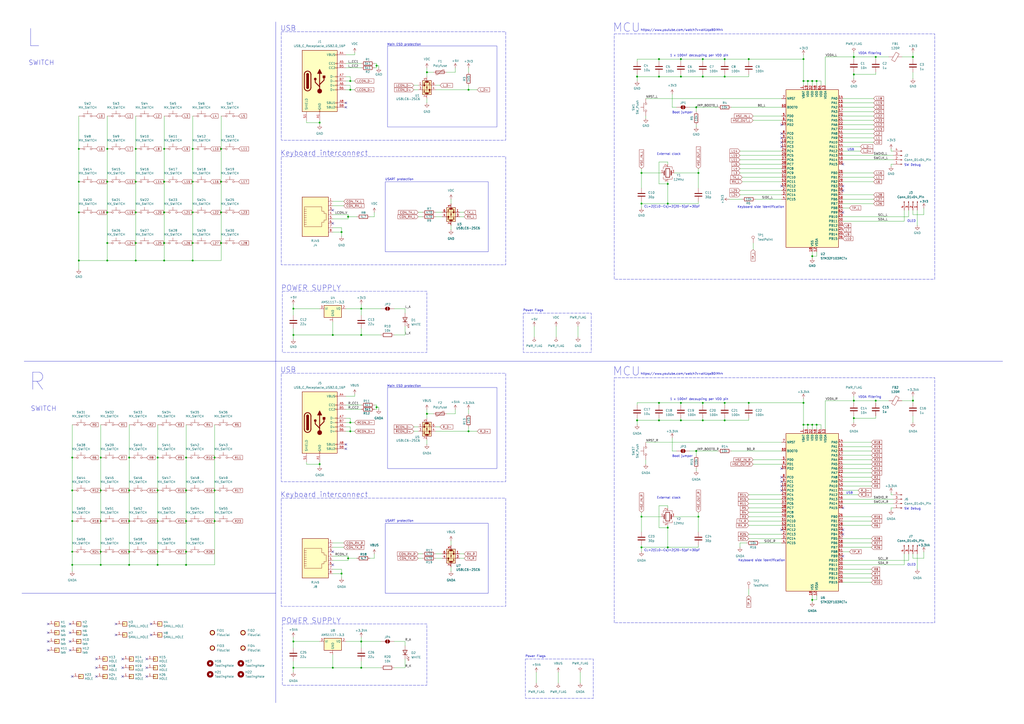
<source format=kicad_sch>
(kicad_sch (version 20250114) (generator "eeschema") (generator_version "9.0")
  (paper "A2")
  (title_block (title "Koca58") (date "2025-05-18") (rev "v1.0.1") (company "oxnh"))
  (rectangle (start 356.235 219.075) (end 542.29 361.315) (stroke (width 0) (type dash)))
  (rectangle (start 303.53 181.61) (end 342.9 204.47) (stroke (width 0) (type dash)))
  (rectangle (start 163.195 18.415) (end 293.37 81.28) (stroke (width 0) (type dash)))
  (rectangle (start 356.235 19.685) (end 542.29 161.925) (stroke (width 0) (type dash)))
  (rectangle (start 163.195 216.535) (end 293.37 279.4) (stroke (width 0) (type dash)))
  (rectangle (start 223.52 303.53) (end 283.21 344.17))
  (rectangle (start 163.195 90.805) (end 293.37 153.67) (stroke (width 0) (type dash)))
  (rectangle (start 163.83 361.95) (end 247.65 397.51) (stroke (width 0) (type dash)))
  (rectangle (start 223.52 105.41) (end 283.21 146.05))
  (rectangle (start 163.195 288.925) (end 293.37 351.79) (stroke (width 0) (type dash)))
  (rectangle (start 304.8 382.27) (end 344.17 405.13) (stroke (width 0) (type dash)))
  (rectangle (start 163.83 168.91) (end 247.65 204.47) (stroke (width 0) (type dash)))
  (rectangle (start 224.79 26.67) (end 288.29 73.66))
  (rectangle (start 224.79 224.79) (end 288.29 271.78))
  (text "1 x 100nF decoupling per VDD pin" (at 388.62 232.41 0) (effects (font (size 1.27 1.27)) (justify left bottom)))
  (text "L" (at 15.24 27.94 0) (effects (font (size 10.0076 10.0076)) (justify left bottom)))
  (text "USART protection" (at 231.648 104.14 0) (effects (font (size 1.27 1.27))))
  (text "Keyboard interconnect" (at 162.56 288.798 0) (effects (font (size 3 3)) (justify left bottom)))
  (text "SWITCH" (at 17.78 238.76 0) (effects (font (size 2.75 2.75)) (justify left bottom)))
  (text "USB" (at 162.56 216.408 0) (effects (font (size 3 3)) (justify left bottom)))
  (text "CL=2(CL0-Cs)=2(20-5)pF=30pF" (at 373.634 320.04 0) (effects (font (size 1.27 1.27)) (justify left bottom)))
  (text "USB" (at 491.49 87.63 0) (effects (font (size 1.27 1.27)) (justify left bottom)))
  (text "R\n" (at 16.51 227.33 0) (effects (font (size 10.0076 10.0076)) (justify left bottom)))
  (text "Boot jumper" (at 389.89 265.43 0) (effects (font (size 1.27 1.27)) (justify left bottom)))
  (text "Main ESD protection" (at 224.536 224.028 0) (effects (font (size 1.27 1.27)) (justify left)))
  (text "MCU" (at 355.346 218.44 0) (effects (font (size 5 5)) (justify left bottom)))
  (text "POWER SUPPLY" (at 163.068 361.95 0) (effects (font (size 3 3)) (justify left bottom)))
  (text "1 x 100nF decoupling per VDD pin" (at 388.62 33.02 0) (effects (font (size 1.27 1.27)) (justify left bottom)))
  (text "MCU" (at 355.346 19.05 0) (effects (font (size 5 5)) (justify left bottom)))
  (text "VDDA filtering" (at 497.84 31.75 0) (effects (font (size 1.27 1.27)) (justify left bottom)))
  (text "USB" (at 490.728 286.766 0) (effects (font (size 1.27 1.27)) (justify left bottom)))
  (text "USART protection" (at 231.648 302.26 0) (effects (font (size 1.27 1.27))))
  (text "https://www.youtube.com/watch?v=aVUqaB0IMh4" (at 371.602 217.678 0) (effects (font (size 1.27 1.27)) (justify left bottom)))
  (text "VDDA filtering" (at 497.84 231.14 0) (effects (font (size 1.27 1.27)) (justify left bottom)))
  (text "OLED" (at 526.288 129.032 0) (effects (font (size 1.27 1.27)) (justify left bottom)))
  (text "Main ESD protection" (at 224.536 25.908 0) (effects (font (size 1.27 1.27)) (justify left)))
  (text "Keyboard side identification" (at 428.244 325.882 0) (effects (font (size 1.27 1.27)) (justify left bottom)))
  (text "SW Debug" (at 524.51 96.52 0) (effects (font (size 1.27 1.27)) (justify left bottom)))
  (text "OLED" (at 526.288 328.422 0) (effects (font (size 1.27 1.27)) (justify left bottom)))
  (text "Keyboard side identification" (at 427.736 120.904 0) (effects (font (size 1.27 1.27)) (justify left bottom)))
  (text "External clock" (at 381 90.17 0) (effects (font (size 1.27 1.27)) (justify left bottom)))
  (text "Keyboard interconnect" (at 162.56 90.678 0) (effects (font (size 3 3)) (justify left bottom)))
  (text "Power Flags" (at 310.642 380.746 0) (effects (font (size 1.27 1.27))))
  (text "https://www.youtube.com/watch?v=aVUqaB0IMh4" (at 371.602 18.288 0) (effects (font (size 1.27 1.27)) (justify left bottom)))
  (text "External clock" (at 381 289.56 0) (effects (font (size 1.27 1.27)) (justify left bottom)))
  (text "CL=2(CL0-Cs)=2(20-5)pF=30pF" (at 373.634 120.65 0) (effects (font (size 1.27 1.27)) (justify left bottom)))
  (text "SW Debug" (at 524.51 295.91 0) (effects (font (size 1.27 1.27)) (justify left bottom)))
  (text "USB" (at 162.56 18.288 0) (effects (font (size 3 3)) (justify left bottom)))
  (text "SWITCH" (at 16.51 38.1 0) (effects (font (size 2.75 2.75)) (justify left bottom)))
  (text "Power Flags" (at 309.372 180.086 0) (effects (font (size 1.27 1.27))))
  (text "POWER SUPPLY" (at 163.068 168.91 0) (effects (font (size 3 3)) (justify left bottom)))
  (text "Boot jumper" (at 389.89 66.04 0) (effects (font (size 1.27 1.27)) (justify left bottom)))
  (junction (at 405.13 100.33))
  (junction (at 128.27 86.36))
  (junction (at 372.11 317.5))
  (junction (at 62.23 105.41))
  (junction (at 271.78 250.19))
  (junction (at 382.27 243.84))
  (junction (at 124.46 265.43))
  (junction (at 78.74 105.41))
  (junction (at 62.23 151.13))
  (junction (at 508 33.02))
  (junction (at 91.44 284.48))
  (junction (at 193.04 387.35))
  (junction (at 271.78 52.07))
  (junction (at 201.93 125.73))
  (junction (at 124.46 284.48))
  (junction (at 473.71 246.38))
  (junction (at 495.3 43.18))
  (junction (at 111.76 140.97))
  (junction (at 203.2 245.11))
  (junction (at 247.65 240.03))
  (junction (at 203.2 250.19))
  (junction (at 508 232.41))
  (junction (at 387.35 106.68))
  (junction (at 170.18 179.07))
  (junction (at 78.74 151.13))
  (junction (at 407.67 233.68))
  (junction (at 74.93 265.43))
  (junction (at 193.04 194.31))
  (junction (at 203.2 46.99))
  (junction (at 209.55 194.31))
  (junction (at 420.37 233.68))
  (junction (at 62.23 86.36))
  (junction (at 198.12 134.62))
  (junction (at 58.42 327.66))
  (junction (at 41.91 265.43))
  (junction (at 124.46 302.26))
  (junction (at 471.17 148.59))
  (junction (at 372.11 118.11))
  (junction (at 95.25 86.36))
  (junction (at 466.09 34.29))
  (junction (at 382.27 233.68))
  (junction (at 403.86 261.62))
  (junction (at 529.59 33.02))
  (junction (at 111.76 123.19))
  (junction (at 41.91 320.04))
  (junction (at 471.17 46.99))
  (junction (at 58.42 320.04))
  (junction (at 394.97 233.68))
  (junction (at 466.09 246.38))
  (junction (at 203.2 52.07))
  (junction (at 369.57 44.45))
  (junction (at 91.44 302.26))
  (junction (at 128.27 105.41))
  (junction (at 91.44 320.04))
  (junction (at 529.59 232.41))
  (junction (at 107.95 302.26))
  (junction (at 218.44 38.1))
  (junction (at 387.35 118.11))
  (junction (at 107.95 327.66))
  (junction (at 387.35 306.07))
  (junction (at 95.25 151.13))
  (junction (at 107.95 320.04))
  (junction (at 198.12 332.74))
  (junction (at 403.86 62.23))
  (junction (at 407.67 243.84))
  (junction (at 407.67 44.45))
  (junction (at 74.93 284.48))
  (junction (at 62.23 123.19))
  (junction (at 95.25 140.97))
  (junction (at 95.25 123.19))
  (junction (at 128.27 140.97))
  (junction (at 495.3 242.57))
  (junction (at 41.91 302.26))
  (junction (at 107.95 284.48))
  (junction (at 394.97 44.45))
  (junction (at 185.42 71.12))
  (junction (at 209.55 372.11))
  (junction (at 45.72 105.41))
  (junction (at 58.42 302.26))
  (junction (at 471.17 347.98))
  (junction (at 473.71 46.99))
  (junction (at 495.3 33.02))
  (junction (at 78.74 140.97))
  (junction (at 387.35 317.5))
  (junction (at 382.27 44.45))
  (junction (at 111.76 86.36))
  (junction (at 91.44 327.66))
  (junction (at 394.97 34.29))
  (junction (at 218.44 236.22))
  (junction (at 170.18 387.35))
  (junction (at 420.37 243.84))
  (junction (at 170.18 372.11))
  (junction (at 74.93 327.66))
  (junction (at 78.74 123.19))
  (junction (at 369.57 243.84))
  (junction (at 394.97 243.84))
  (junction (at 74.93 302.26))
  (junction (at 434.34 233.68))
  (junction (at 468.63 46.99))
  (junction (at 407.67 34.29))
  (junction (at 95.25 105.41))
  (junction (at 128.27 123.19))
  (junction (at 466.09 233.68))
  (junction (at 41.91 284.48))
  (junction (at 420.37 44.45))
  (junction (at 434.34 34.29))
  (junction (at 78.74 86.36))
  (junction (at 382.27 34.29))
  (junction (at 170.18 194.31))
  (junction (at 58.42 265.43))
  (junction (at 466.09 46.99))
  (junction (at 58.42 284.48))
  (junction (at 111.76 105.41))
  (junction (at 468.63 246.38))
  (junction (at 372.11 299.72))
  (junction (at 185.42 269.24))
  (junction (at 209.55 387.35))
  (junction (at 420.37 34.29))
  (junction (at 41.91 327.66))
  (junction (at 372.11 100.33))
  (junction (at 405.13 299.72))
  (junction (at 62.23 140.97))
  (junction (at 495.3 232.41))
  (junction (at 91.44 265.43))
  (junction (at 45.72 123.19))
  (junction (at 111.76 151.13))
  (junction (at 107.95 265.43))
  (junction (at 209.55 179.07))
  (junction (at 45.72 86.36))
  (junction (at 471.17 246.38))
  (junction (at 74.93 320.04))
  (junction (at 201.93 323.85))
  (junction (at 247.65 41.91))
  (junction (at 45.72 151.13))
  (no_connect (at 488.95 294.64))
  (no_connect (at 87.63 368.3))
  (no_connect (at 488.95 309.88))
  (no_connect (at 453.39 85.09))
  (no_connect (at 488.95 322.58))
  (no_connect (at 27.94 372.11))
  (no_connect (at 453.39 80.01))
  (no_connect (at 40.64 361.95))
  (no_connect (at 27.94 367.03))
  (no_connect (at 40.64 377.19))
  (no_connect (at 85.09 382.27))
  (no_connect (at 488.95 95.25))
  (no_connect (at 71.12 392.43))
  (no_connect (at 453.39 107.95))
  (no_connect (at 193.04 129.54))
  (no_connect (at 27.94 361.95))
  (no_connect (at 488.95 123.19))
  (no_connect (at 453.39 284.48))
  (no_connect (at 193.04 320.04))
  (no_connect (at 71.12 387.35))
  (no_connect (at 27.94 377.19))
  (no_connect (at 85.09 387.35))
  (no_connect (at 200.66 257.81))
  (no_connect (at 200.66 260.35))
  (no_connect (at 41.91 392.43))
  (no_connect (at 453.39 77.47))
  (no_connect (at 55.88 387.35))
  (no_connect (at 67.31 368.3))
  (no_connect (at 453.39 82.55))
  (no_connect (at 453.39 279.4))
  (no_connect (at 453.39 276.86))
  (no_connect (at 453.39 271.78))
  (no_connect (at 193.04 121.92))
  (no_connect (at 488.95 307.34))
  (no_connect (at 71.12 382.27))
  (no_connect (at 40.64 367.03))
  (no_connect (at 87.63 361.95))
  (no_connect (at 193.04 327.66))
  (no_connect (at 200.66 59.69))
  (no_connect (at 55.88 382.27))
  (no_connect (at 453.39 72.39))
  (no_connect (at 85.09 392.43))
  (no_connect (at 453.39 281.94))
  (no_connect (at 40.64 372.11))
  (no_connect (at 453.39 307.34))
  (no_connect (at 488.95 110.49))
  (no_connect (at 200.66 62.23))
  (no_connect (at 67.31 361.95))
  (no_connect (at 488.95 107.95))
  (no_connect (at 55.88 392.43))
  (wire (pts (xy 420.37 34.29) (xy 434.34 34.29)))
  (wire (pts (xy 403.86 62.23) (xy 400.05 62.23)))
  (wire (pts (xy 506.73 57.15) (xy 488.95 57.15)))
  (wire (pts (xy 95.25 67.31) (xy 95.25 86.36)))
  (wire (pts (xy 532.13 321.31) (xy 532.13 330.2)))
  (wire (pts (xy 403.86 261.62) (xy 400.05 261.62)))
  (wire (pts (xy 488.95 327.66) (xy 524.51 327.66)))
  (wire (pts (xy 255.27 247.65) (xy 252.73 247.65)))
  (wire (pts (xy 107.95 265.43) (xy 107.95 284.48)))
  (wire (pts (xy 259.08 41.91) (xy 264.16 41.91)))
  (wire (pts (xy 74.93 246.38) (xy 74.93 265.43)))
  (wire (pts (xy 495.3 232.41) (xy 495.3 233.68)))
  (wire (pts (xy 78.74 140.97) (xy 78.74 151.13)))
  (wire (pts (xy 200.66 49.53) (xy 203.2 49.53)))
  (wire (pts (xy 468.63 246.38) (xy 466.09 246.38)))
  (wire (pts (xy 382.27 34.29) (xy 382.27 35.56)))
  (wire (pts (xy 259.08 240.03) (xy 264.16 240.03)))
  (wire (pts (xy 261.62 130.81) (xy 261.62 133.35)))
  (wire (pts (xy 518.16 87.63) (xy 516.89 87.63)))
  (wire (pts (xy 203.2 250.19) (xy 200.66 250.19)))
  (wire (pts (xy 198.12 132.08) (xy 198.12 134.62)))
  (wire (pts (xy 78.74 86.36) (xy 78.74 105.41)))
  (wire (pts (xy 269.24 321.31) (xy 266.7 321.31)))
  (wire (pts (xy 107.95 246.38) (xy 107.95 265.43)))
  (wire (pts (xy 429.26 97.79) (xy 453.39 97.79)))
  (wire (pts (xy 209.55 387.35) (xy 193.04 387.35)))
  (wire (pts (xy 516.89 87.63) (xy 516.89 86.36)))
  (wire (pts (xy 529.59 233.68) (xy 529.59 232.41)))
  (wire (pts (xy 369.57 246.38) (xy 369.57 243.84)))
  (wire (pts (xy 387.35 106.68) (xy 387.35 105.41)))
  (wire (pts (xy 170.18 179.07) (xy 185.42 179.07)))
  (wire (pts (xy 193.04 317.5) (xy 199.39 317.5)))
  (wire (pts (xy 219.71 236.22) (xy 218.44 236.22)))
  (wire (pts (xy 372.11 100.33) (xy 372.11 109.22)))
  (wire (pts (xy 205.74 30.48) (xy 205.74 31.75)))
  (wire (pts (xy 323.85 389.89) (xy 323.85 396.24)))
  (wire (pts (xy 201.93 325.12) (xy 193.04 325.12)))
  (wire (pts (xy 242.57 321.31) (xy 245.11 321.31)))
  (wire (pts (xy 107.95 302.26) (xy 107.95 320.04)))
  (wire (pts (xy 218.44 38.1) (xy 218.44 36.83)))
  (wire (pts (xy 434.34 294.64) (xy 453.39 294.64)))
  (wire (pts (xy 95.25 123.19) (xy 95.25 140.97)))
  (wire (pts (xy 170.18 372.11) (xy 185.42 372.11)))
  (wire (pts (xy 369.57 43.18) (xy 369.57 44.45)))
  (wire (pts (xy 505.46 314.96) (xy 488.95 314.96)))
  (wire (pts (xy 434.34 243.84) (xy 434.34 242.57)))
  (wire (pts (xy 217.17 39.37) (xy 218.44 39.37)))
  (wire (pts (xy 473.71 46.99) (xy 473.71 49.53)))
  (wire (pts (xy 471.17 347.98) (xy 473.71 347.98)))
  (wire (pts (xy 252.73 52.07) (xy 271.78 52.07)))
  (wire (pts (xy 242.57 125.73) (xy 245.11 125.73)))
  (wire (pts (xy 387.35 118.11) (xy 405.13 118.11)))
  (wire (pts (xy 516.89 294.64) (xy 516.89 295.91)))
  (wire (pts (xy 506.73 113.03) (xy 488.95 113.03)))
  (wire (pts (xy 382.27 106.68) (xy 387.35 106.68)))
  (wire (pts (xy 247.65 41.91) (xy 251.46 41.91)))
  (wire (pts (xy 193.04 387.35) (xy 170.18 387.35)))
  (wire (pts (xy 177.8 71.12) (xy 185.42 71.12)))
  (wire (pts (xy 495.3 229.87) (xy 495.3 232.41)))
  (wire (pts (xy 271.78 52.07) (xy 276.86 52.07)))
  (wire (pts (xy 209.55 372.11) (xy 209.55 375.92)))
  (wire (pts (xy 488.95 128.27) (xy 524.51 128.27)))
  (wire (pts (xy 476.25 46.99) (xy 473.71 46.99)))
  (wire (pts (xy 434.34 233.68) (xy 434.34 234.95)))
  (wire (pts (xy 45.72 105.41) (xy 45.72 123.19)))
  (wire (pts (xy 506.73 69.85) (xy 488.95 69.85)))
  (wire (pts (xy 434.34 312.42) (xy 453.39 312.42)))
  (wire (pts (xy 41.91 265.43) (xy 41.91 284.48)))
  (wire (pts (xy 495.3 242.57) (xy 495.3 245.11)))
  (wire (pts (xy 407.67 34.29) (xy 394.97 34.29)))
  (wire (pts (xy 91.44 320.04) (xy 91.44 327.66)))
  (wire (pts (xy 261.62 313.69) (xy 261.62 316.23)))
  (wire (pts (xy 74.93 265.43) (xy 74.93 284.48)))
  (wire (pts (xy 200.66 31.75) (xy 205.74 31.75)))
  (wire (pts (xy 193.04 132.08) (xy 198.12 132.08)))
  (wire (pts (xy 394.97 44.45) (xy 407.67 44.45)))
  (wire (pts (xy 242.57 123.19) (xy 245.11 123.19)))
  (wire (pts (xy 382.27 243.84) (xy 394.97 243.84)))
  (wire (pts (xy 200.66 36.83) (xy 209.55 36.83)))
  (wire (pts (xy 124.46 327.66) (xy 107.95 327.66)))
  (wire (pts (xy 372.11 97.79) (xy 372.11 100.33)))
  (wire (pts (xy 45.72 123.19) (xy 45.72 151.13)))
  (wire (pts (xy 62.23 86.36) (xy 62.23 105.41)))
  (wire (pts (xy 128.27 123.19) (xy 128.27 140.97)))
  (wire (pts (xy 424.18 62.23) (xy 453.39 62.23)))
  (wire (pts (xy 217.17 237.49) (xy 218.44 237.49)))
  (wire (pts (xy 322.58 189.23) (xy 322.58 195.58)))
  (wire (pts (xy 193.04 314.96) (xy 199.39 314.96)))
  (wire (pts (xy 529.59 241.3) (xy 529.59 245.11)))
  (wire (pts (xy 382.27 43.18) (xy 382.27 44.45)))
  (wire (pts (xy 62.23 140.97) (xy 62.23 151.13)))
  (wire (pts (xy 107.95 320.04) (xy 107.95 327.66)))
  (wire (pts (xy 488.95 287.02) (xy 497.84 287.02)))
  (wire (pts (xy 128.27 67.31) (xy 128.27 86.36)))
  (wire (pts (xy 422.91 115.57) (xy 430.53 115.57)))
  (wire (pts (xy 177.8 267.97) (xy 177.8 269.24)))
  (wire (pts (xy 185.42 69.85) (xy 185.42 71.12)))
  (wire (pts (xy 205.74 228.6) (xy 205.74 229.87)))
  (wire (pts (xy 403.86 72.39) (xy 403.86 73.66)))
  (wire (pts (xy 466.09 246.38) (xy 466.09 233.68)))
  (wire (pts (xy 436.88 69.85) (xy 453.39 69.85)))
  (wire (pts (xy 62.23 151.13) (xy 45.72 151.13)))
  (wire (pts (xy 495.3 232.41) (xy 508 232.41)))
  (wire (pts (xy 471.17 246.38) (xy 471.17 248.92)))
  (wire (pts (xy 505.46 335.28) (xy 488.95 335.28)))
  (wire (pts (xy 372.11 299.72) (xy 383.54 299.72)))
  (wire (pts (xy 128.27 140.97) (xy 128.27 151.13)))
  (wire (pts (xy 311.15 389.89) (xy 311.15 396.24)))
  (wire (pts (xy 200.66 39.37) (xy 209.55 39.37)))
  (wire (pts (xy 78.74 151.13) (xy 95.25 151.13)))
  (wire (pts (xy 218.44 237.49) (xy 218.44 236.22)))
  (wire (pts (xy 471.17 148.59) (xy 473.71 148.59)))
  (wire (pts (xy 387.35 306.07) (xy 387.35 304.8)))
  (wire (pts (xy 336.55 389.89) (xy 336.55 396.24)))
  (wire (pts (xy 407.67 233.68) (xy 394.97 233.68)))
  (wire (pts (xy 505.46 312.42) (xy 488.95 312.42)))
  (wire (pts (xy 372.11 116.84) (xy 372.11 118.11)))
  (wire (pts (xy 74.93 302.26) (xy 74.93 320.04)))
  (wire (pts (xy 247.65 255.27) (xy 247.65 257.81)))
  (wire (pts (xy 476.25 246.38) (xy 473.71 246.38)))
  (wire (pts (xy 405.13 118.11) (xy 405.13 116.84)))
  (wire (pts (xy 478.79 33.02) (xy 478.79 49.53)))
  (wire (pts (xy 466.09 248.92) (xy 466.09 246.38)))
  (wire (pts (xy 403.86 64.77) (xy 403.86 62.23)))
  (wire (pts (xy 214.63 125.73) (xy 217.17 125.73)))
  (wire (pts (xy 58.42 320.04) (xy 58.42 327.66)))
  (wire (pts (xy 62.23 105.41) (xy 62.23 123.19)))
  (wire (pts (xy 234.95 372.11) (xy 234.95 374.65)))
  (wire (pts (xy 529.59 229.87) (xy 529.59 232.41)))
  (wire (pts (xy 271.78 250.19) (xy 276.86 250.19)))
  (wire (pts (xy 201.93 125.73) (xy 201.93 127)))
  (wire (pts (xy 240.03 250.19) (xy 242.57 250.19)))
  (wire (pts (xy 234.95 179.07) (xy 234.95 181.61)))
  (wire (pts (xy 453.39 105.41) (xy 430.53 105.41)))
  (wire (pts (xy 495.3 43.18) (xy 508 43.18)))
  (wire (pts (xy 382.27 293.37) (xy 382.27 306.07)))
  (wire (pts (xy 505.46 276.86) (xy 488.95 276.86)))
  (wire (pts (xy 468.63 46.99) (xy 466.09 46.99)))
  (wire (pts (xy 387.35 293.37) (xy 382.27 293.37)))
  (wire (pts (xy 209.55 372.11) (xy 220.98 372.11)))
  (wire (pts (xy 41.91 284.48) (xy 41.91 302.26)))
  (wire (pts (xy 193.04 194.31) (xy 170.18 194.31)))
  (wire (pts (xy 170.18 375.92) (xy 170.18 372.11)))
  (wire (pts (xy 62.23 123.19) (xy 62.23 140.97)))
  (wire (pts (xy 62.23 67.31) (xy 62.23 86.36)))
  (wire (pts (xy 429.26 87.63) (xy 453.39 87.63)))
  (wire (pts (xy 256.54 321.31) (xy 252.73 321.31)))
  (wire (pts (xy 214.63 323.85) (xy 217.17 323.85)))
  (wire (pts (xy 124.46 302.26) (xy 124.46 327.66)))
  (wire (pts (xy 269.24 123.19) (xy 266.7 123.19)))
  (wire (pts (xy 247.65 57.15) (xy 247.65 59.69)))
  (wire (pts (xy 403.86 271.78) (xy 403.86 273.05)))
  (wire (pts (xy 193.04 116.84) (xy 199.39 116.84)))
  (wire (pts (xy 468.63 46.99) (xy 468.63 49.53)))
  (wire (pts (xy 372.11 320.04) (xy 372.11 317.5)))
  (wire (pts (xy 488.95 87.63) (xy 499.11 87.63)))
  (wire (pts (xy 389.89 54.61) (xy 389.89 62.23)))
  (wire (pts (xy 185.42 71.12) (xy 185.42 72.39)))
  (wire (pts (xy 473.71 246.38) (xy 473.71 248.92)))
  (wire (pts (xy 193.04 124.46) (xy 201.93 124.46)))
  (wire (pts (xy 505.46 299.72) (xy 488.95 299.72)))
  (wire (pts (xy 240.03 247.65) (xy 242.57 247.65)))
  (wire (pts (xy 95.25 140.97) (xy 95.25 151.13)))
  (wire (pts (xy 201.93 127) (xy 193.04 127)))
  (wire (pts (xy 506.73 67.31) (xy 488.95 67.31)))
  (wire (pts (xy 529.59 124.46) (xy 535.94 124.46)))
  (wire (pts (xy 434.34 341.63) (xy 434.34 345.44)))
  (wire (pts (xy 78.74 151.13) (xy 62.23 151.13)))
  (wire (pts (xy 471.17 345.44) (xy 471.17 347.98)))
  (wire (pts (xy 508 242.57) (xy 508 241.3)))
  (wire (pts (xy 387.35 294.64) (xy 387.35 293.37)))
  (wire (pts (xy 429.26 314.96) (xy 433.07 314.96)))
  (wire (pts (xy 387.35 106.68) (xy 387.35 118.11)))
  (wire (pts (xy 124.46 246.38) (xy 124.46 265.43)))
  (wire (pts (xy 198.12 335.28) (xy 198.12 332.74)))
  (wire (pts (xy 495.3 241.3) (xy 495.3 242.57)))
  (wire (pts (xy 252.73 250.19) (xy 271.78 250.19)))
  (wire (pts (xy 434.34 289.56) (xy 453.39 289.56)))
  (wire (pts (xy 91.44 284.48) (xy 91.44 302.26)))
  (wire (pts (xy 429.26 100.33) (xy 453.39 100.33)))
  (wire (pts (xy 198.12 137.16) (xy 198.12 134.62)))
  (wire (pts (xy 170.18 387.35) (xy 170.18 389.89)))
  (wire (pts (xy 201.93 323.85) (xy 201.93 325.12)))
  (wire (pts (xy 420.37 44.45) (xy 434.34 44.45)))
  (wire (pts (xy 382.27 233.68) (xy 382.27 234.95)))
  (wire (pts (xy 95.25 86.36) (xy 95.25 105.41)))
  (wire (pts (xy 478.79 232.41) (xy 478.79 248.92)))
  (wire (pts (xy 74.93 327.66) (xy 91.44 327.66)))
  (wire (pts (xy 434.34 299.72) (xy 453.39 299.72)))
  (wire (pts (xy 436.88 269.24) (xy 453.39 269.24)))
  (polyline (pts (xy 160.02 12.7) (xy 160.02 407.67)))
  (wire (pts (xy 420.37 35.56) (xy 420.37 34.29)))
  (wire (pts (xy 505.46 274.32) (xy 488.95 274.32)))
  (wire (pts (xy 424.18 261.62) (xy 453.39 261.62)))
  (wire (pts (xy 41.91 327.66) (xy 41.91 331.47)))
  (wire (pts (xy 506.73 118.11) (xy 488.95 118.11)))
  (wire (pts (xy 505.46 256.54) (xy 488.95 256.54)))
  (wire (pts (xy 471.17 347.98) (xy 471.17 349.25)))
  (wire (pts (xy 495.3 41.91) (xy 495.3 43.18)))
  (wire (pts (xy 45.72 86.36) (xy 45.72 105.41)))
  (wire (pts (xy 228.6 387.35) (xy 234.95 387.35)))
  (wire (pts (xy 193.04 119.38) (xy 199.39 119.38)))
  (polyline (pts (xy 581.66 209.55) (xy 13.97 209.55)))
  (wire (pts (xy 255.27 49.53) (xy 252.73 49.53)))
  (wire (pts (xy 387.35 95.25) (xy 387.35 93.98)))
  (wire (pts (xy 177.8 269.24) (xy 185.42 269.24)))
  (wire (pts (xy 382.27 242.57) (xy 382.27 243.84)))
  (wire (pts (xy 436.88 67.31) (xy 453.39 67.31)))
  (wire (pts (xy 256.54 125.73) (xy 252.73 125.73)))
  (wire (pts (xy 508 232.41) (xy 515.62 232.41)))
  (wire (pts (xy 466.09 46.99) (xy 466.09 34.29)))
  (wire (pts (xy 74.93 320.04) (xy 74.93 327.66)))
  (wire (pts (xy 488.95 284.48) (xy 497.84 284.48)))
  (wire (pts (xy 535.94 124.46) (xy 535.94 120.65)))
  (wire (pts (xy 506.73 100.33) (xy 488.95 100.33)))
  (wire (pts (xy 372.11 299.72) (xy 372.11 308.61)))
  (wire (pts (xy 391.16 100.33) (xy 405.13 100.33)))
  (wire (pts (xy 529.59 232.41) (xy 523.24 232.41)))
  (wire (pts (xy 505.46 261.62) (xy 488.95 261.62)))
  (wire (pts (xy 369.57 34.29) (xy 369.57 35.56)))
  (wire (pts (xy 434.34 34.29) (xy 434.34 35.56)))
  (wire (pts (xy 219.71 39.37) (xy 219.71 38.1)))
  (wire (pts (xy 508 232.41) (xy 508 233.68)))
  (wire (pts (xy 45.72 67.31) (xy 45.72 86.36)))
  (wire (pts (xy 506.73 62.23) (xy 488.95 62.23)))
  (wire (pts (xy 240.03 49.53) (xy 242.57 49.53)))
  (wire (pts (xy 203.2 245.11) (xy 200.66 245.11)))
  (wire (pts (xy 247.65 240.03) (xy 247.65 242.57)))
  (wire (pts (xy 271.78 237.49) (xy 271.78 240.03)))
  (wire (pts (xy 505.46 302.26) (xy 488.95 302.26)))
  (wire (pts (xy 506.73 77.47) (xy 488.95 77.47)))
  (wire (pts (xy 107.95 327.66) (xy 91.44 327.66)))
  (wire (pts (xy 403.86 264.16) (xy 403.86 261.62)))
  (wire (pts (xy 505.46 271.78) (xy 488.95 271.78)))
  (wire (pts (xy 209.55 176.53) (xy 209.55 179.07)))
  (wire (pts (xy 382.27 34.29) (xy 369.57 34.29)))
  (wire (pts (xy 111.76 67.31) (xy 111.76 86.36)))
  (wire (pts (xy 228.6 372.11) (xy 234.95 372.11)))
  (wire (pts (xy 198.12 332.74) (xy 193.04 332.74)))
  (wire (pts (xy 203.2 49.53) (xy 203.2 52.07)))
  (wire (pts (xy 217.17 123.19) (xy 217.17 125.73)))
  (wire (pts (xy 394.97 43.18) (xy 394.97 44.45)))
  (wire (pts (xy 434.34 287.02) (xy 453.39 287.02)))
  (wire (pts (xy 506.73 64.77) (xy 488.95 64.77)))
  (wire (pts (xy 41.91 302.26) (xy 41.91 320.04)))
  (wire (pts (xy 369.57 243.84) (xy 382.27 243.84)))
  (wire (pts (xy 429.26 95.25) (xy 453.39 95.25)))
  (wire (pts (xy 261.62 328.93) (xy 261.62 331.47)))
  (wire (pts (xy 529.59 33.02) (xy 523.24 33.02)))
  (wire (pts (xy 203.2 245.11) (xy 205.74 245.11)))
  (wire (pts (xy 128.27 105.41) (xy 128.27 123.19)))
  (wire (pts (xy 219.71 237.49) (xy 219.71 236.22)))
  (wire (pts (xy 403.86 62.23) (xy 416.56 62.23)))
  (wire (pts (xy 535.94 323.85) (xy 535.94 320.04)))
  (wire (pts (xy 506.73 80.01) (xy 488.95 80.01)))
  (wire (pts (xy 247.65 240.03) (xy 251.46 240.03)))
  (wire (pts (xy 242.57 323.85) (xy 245.11 323.85)))
  (wire (pts (xy 478.79 232.41) (xy 495.3 232.41)))
  (polyline (pts (xy 12.7 344.17) (xy 160.02 344.17)))
  (wire (pts (xy 505.46 269.24) (xy 488.95 269.24)))
  (wire (pts (xy 203.2 46.99) (xy 200.66 46.99)))
  (wire (pts (xy 374.65 67.31) (xy 374.65 68.58)))
  (wire (pts (xy 405.13 317.5) (xy 405.13 316.23)))
  (wire (pts (xy 405.13 299.72) (xy 405.13 308.61)))
  (wire (pts (xy 516.89 95.25) (xy 516.89 96.52)))
  (wire (pts (xy 524.51 128.27) (xy 524.51 121.92)))
  (wire (pts (xy 405.13 97.79) (xy 405.13 100.33)))
  (wire (pts (xy 434.34 44.45) (xy 434.34 43.18)))
  (wire (pts (xy 264.16 237.49) (xy 264.16 240.03)))
  (wire (pts (xy 518.16 95.25) (xy 516.89 95.25)))
  (wire (pts (xy 453.39 102.87) (xy 430.53 102.87)))
  (wire (pts (xy 407.67 242.57) (xy 407.67 243.84)))
  (wire (pts (xy 488.95 85.09) (xy 499.11 85.09)))
  (wire (pts (xy 453.39 304.8) (xy 434.34 304.8)))
  (wire (pts (xy 436.88 140.97) (xy 436.88 144.78)))
  (wire (pts (xy 228.6 179.07) (xy 234.95 179.07)))
  (wire (pts (xy 488.95 330.2) (xy 505.46 330.2)))
  (wire (pts (xy 429.26 113.03) (xy 453.39 113.03)))
  (wire (pts (xy 391.16 299.72) (xy 405.13 299.72)))
  (wire (pts (xy 74.93 284.48) (xy 74.93 302.26)))
  (wire (pts (xy 529.59 321.31) (xy 529.59 323.85)))
  (wire (pts (xy 95.25 105.41) (xy 95.25 123.19)))
  (wire (pts (xy 372.11 316.23) (xy 372.11 317.5)))
  (wire (pts (xy 518.16 294.64) (xy 516.89 294.64)))
  (wire (pts (xy 111.76 140.97) (xy 111.76 151.13)))
  (wire (pts (xy 488.95 120.65) (xy 492.76 120.65)))
  (wire (pts (xy 269.24 323.85) (xy 266.7 323.85)))
  (wire (pts (xy 387.35 93.98) (xy 382.27 93.98)))
  (wire (pts (xy 193.04 186.69) (xy 193.04 194.31)))
  (wire (pts (xy 389.89 254) (xy 389.89 261.62)))
  (wire (pts (xy 200.66 44.45) (xy 203.2 44.45)))
  (wire (pts (xy 407.67 34.29) (xy 407.67 35.56)))
  (wire (pts (xy 505.46 259.08) (xy 488.95 259.08)))
  (wire (pts (xy 403.86 261.62) (xy 416.56 261.62)))
  (wire (pts (xy 473.71 148.59) (xy 473.71 146.05)))
  (wire (pts (xy 203.2 46.99) (xy 205.74 46.99)))
  (wire (pts (xy 394.97 34.29) (xy 382.27 34.29)))
  (wire (pts (xy 200.66 237.49) (xy 209.55 237.49)))
  (wire (pts (xy 170.18 176.53) (xy 170.18 179.07)))
  (wire (pts (xy 429.26 314.96) (xy 429.26 317.5)))
  (wire (pts (xy 124.46 284.48) (xy 124.46 302.26)))
  (wire (pts (xy 218.44 236.22) (xy 218.44 234.95)))
  (wire (pts (xy 228.6 194.31) (xy 234.95 194.31)))
  (wire (pts (xy 382.27 44.45) (xy 394.97 44.45)))
  (wire (pts (xy 387.35 306.07) (xy 387.35 317.5)))
  (wire (pts (xy 529.59 30.48) (xy 529.59 33.02)))
  (wire (pts (xy 111.76 86.36) (xy 111.76 105.41)))
  (wire (pts (xy 209.55 194.31) (xy 220.98 194.31)))
  (wire (pts (xy 269.24 125.73) (xy 266.7 125.73)))
  (wire (pts (xy 524.51 327.66) (xy 524.51 321.31)))
  (wire (pts (xy 473.71 46.99) (xy 471.17 46.99)))
  (wire (pts (xy 407.67 233.68) (xy 407.67 234.95)))
  (wire (pts (xy 170.18 182.88) (xy 170.18 179.07)))
  (wire (pts (xy 374.65 256.54) (xy 453.39 256.54)))
  (wire (pts (xy 389.89 62.23) (xy 392.43 62.23)))
  (wire (pts (xy 203.2 247.65) (xy 203.2 250.19)))
  (wire (pts (xy 478.79 33.02) (xy 495.3 33.02)))
  (wire (pts (xy 95.25 151.13) (xy 111.76 151.13)))
  (wire (pts (xy 506.73 59.69) (xy 488.95 59.69)))
  (wire (pts (xy 382.27 233.68) (xy 369.57 233.68)))
  (wire (pts (xy 78.74 105.41) (xy 78.74 123.19)))
  (wire (pts (xy 201.93 124.46) (xy 201.93 125.73)))
  (wire (pts (xy 170.18 369.57) (xy 170.18 372.11)))
  (wire (pts (xy 185.42 269.24) (xy 185.42 270.51)))
  (wire (pts (xy 128.27 86.36) (xy 128.27 105.41)))
  (wire (pts (xy 488.95 90.17) (xy 518.16 90.17)))
  (wire (pts (xy 91.44 246.38) (xy 91.44 265.43)))
  (wire (pts (xy 508 33.02) (xy 508 34.29)))
  (wire (pts (xy 335.28 189.23) (xy 335.28 195.58)))
  (wire (pts (xy 505.46 279.4) (xy 488.95 279.4)))
  (wire (pts (xy 193.04 330.2) (xy 198.12 330.2)))
  (wire (pts (xy 471.17 46.99) (xy 468.63 46.99)))
  (wire (pts (xy 58.42 302.26) (xy 58.42 320.04)))
  (wire (pts (xy 505.46 304.8) (xy 488.95 304.8)))
  (wire (pts (xy 203.2 52.07) (xy 200.66 52.07)))
  (wire (pts (xy 488.95 289.56) (xy 518.16 289.56)))
  (wire (pts (xy 405.13 100.33) (xy 405.13 109.22)))
  (wire (pts (xy 374.65 57.15) (xy 453.39 57.15)))
  (wire (pts (xy 488.95 125.73) (xy 527.05 125.73)))
  (wire (pts (xy 372.11 317.5) (xy 387.35 317.5)))
  (wire (pts (xy 369.57 44.45) (xy 382.27 44.45)))
  (wire (pts (xy 516.89 287.02) (xy 516.89 285.75)))
  (wire (pts (xy 420.37 234.95) (xy 420.37 233.68)))
  (wire (pts (xy 438.15 115.57) (xy 453.39 115.57)))
  (wire (pts (xy 495.3 43.18) (xy 495.3 45.72)))
  (wire (pts (xy 495.3 33.02) (xy 495.3 34.29)))
  (wire (pts (xy 405.13 297.18) (xy 405.13 299.72)))
  (wire (pts (xy 209.55 194.31) (xy 193.04 194.31)))
  (wire (pts (xy 434.34 297.18) (xy 453.39 297.18)))
  (wire (pts (xy 488.95 92.71) (xy 518.16 92.71)))
  (wire (pts (xy 203.2 250.19) (xy 205.74 250.19)))
  (wire (pts (xy 387.35 317.5) (xy 405.13 317.5)))
  (wire (pts (xy 91.44 265.43) (xy 91.44 284.48)))
  (wire (pts (xy 407.67 243.84) (xy 420.37 243.84)))
  (wire (pts (xy 471.17 146.05) (xy 471.17 148.59)))
  (wire (pts (xy 488.95 292.1) (xy 518.16 292.1)))
  (wire (pts (xy 203.2 44.45) (xy 203.2 46.99)))
  (wire (pts (xy 256.54 323.85) (xy 252.73 323.85)))
  (wire (pts (xy 209.55 383.54) (xy 209.55 387.35)))
  (wire (pts (xy 429.26 110.49) (xy 453.39 110.49)))
  (wire (pts (xy 532.13 121.92) (xy 532.13 130.81)))
  (wire (pts (xy 369.57 233.68) (xy 369.57 234.95)))
  (wire (pts (xy 505.46 281.94) (xy 488.95 281.94)))
  (wire (pts (xy 420.37 243.84) (xy 420.37 242.57)))
  (wire (pts (xy 429.26 90.17) (xy 453.39 90.17)))
  (wire (pts (xy 420.37 233.68) (xy 407.67 233.68)))
  (wire (pts (xy 369.57 242.57) (xy 369.57 243.84)))
  (wire (pts (xy 41.91 320.04) (xy 41.91 327.66)))
  (wire (pts (xy 209.55 387.35) (xy 220.98 387.35)))
  (wire (pts (xy 58.42 284.48) (xy 58.42 302.26)))
  (wire (pts (xy 193.04 322.58) (xy 201.93 322.58)))
  (wire (pts (xy 394.97 243.84) (xy 407.67 243.84)))
  (wire (pts (xy 505.46 266.7) (xy 488.95 266.7)))
  (wire (pts (xy 466.09 231.14) (xy 466.09 233.68)))
  (wire (pts (xy 170.18 387.35) (xy 170.18 383.54)))
  (wire (pts (xy 271.78 247.65) (xy 271.78 250.19)))
  (wire (pts (xy 506.73 105.41) (xy 488.95 105.41)))
  (wire (pts (xy 372.11 118.11) (xy 387.35 118.11)))
  (wire (pts (xy 518.16 287.02) (xy 516.89 287.02)))
  (wire (pts (xy 495.3 33.02) (xy 508 33.02)))
  (wire (pts (xy 394.97 233.68) (xy 382.27 233.68)))
  (wire (pts (xy 420.37 44.45) (xy 420.37 43.18)))
  (wire (pts (xy 218.44 234.95) (xy 217.17 234.95)))
  (wire (pts (xy 271.78 39.37) (xy 271.78 41.91)))
  (wire (pts (xy 78.74 67.31) (xy 78.74 86.36)))
  (wire (pts (xy 394.97 242.57) (xy 394.97 243.84)))
  (wire (pts (xy 488.95 325.12) (xy 527.05 325.12)))
  (wire (pts (xy 124.46 265.43) (xy 124.46 284.48)))
  (wire (pts (xy 234.95 387.35) (xy 234.95 382.27)))
  (wire (pts (xy 200.66 242.57) (xy 203.2 242.57)))
  (wire (pts (xy 505.46 332.74) (xy 488.95 332.74)))
  (wire (pts (xy 200.66 179.07) (xy 209.55 179.07)))
  (wire (pts (xy 429.26 92.71) (xy 453.39 92.71)))
  (wire (pts (xy 389.89 261.62) (xy 392.43 261.62)))
  (wire (pts (xy 240.03 52.07) (xy 242.57 52.07)))
  (wire (pts (xy 495.3 242.57) (xy 508 242.57)))
  (wire (pts (xy 185.42 267.97) (xy 185.42 269.24)))
  (wire (pts (xy 453.39 302.26) (xy 434.34 302.26)))
  (wire (pts (xy 234.95 194.31) (xy 234.95 189.23)))
  (wire (pts (xy 476.25 49.53) (xy 476.25 46.99)))
  (wire (pts (xy 41.91 327.66) (xy 58.42 327.66)))
  (wire (pts (xy 382.27 93.98) (xy 382.27 106.68)))
  (wire (pts (xy 200.66 247.65) (xy 203.2 247.65)))
  (wire (pts (xy 382.27 306.07) (xy 387.35 306.07)))
  (wire (pts (xy 466.09 49.53) (xy 466.09 46.99)))
  (wire (pts (xy 372.11 297.18) (xy 372.11 299.72)))
  (wire (pts (xy 434.34 292.1) (xy 453.39 292.1)))
  (wire (pts (xy 369.57 46.99) (xy 369.57 44.45)))
  (wire (pts (xy 468.63 246.38) (xy 468.63 248.92)))
  (wire (pts (xy 107.95 284.48) (xy 107.95 302.26)))
  (wire (pts (xy 218.44 39.37) (xy 218.44 38.1)))
  (wire (pts (xy 198.12 134.62) (xy 193.04 134.62)))
  (wire (pts (xy 508 43.18) (xy 508 41.91)))
  (wire (pts (xy 527.05 125.73) (xy 527.05 121.92)))
  (wire (pts (xy 394.97 233.68) (xy 394.97 234.95)))
  (wire (pts (xy 209.55 369.57) (xy 209.55 372.11)))
  (wire (pts (xy 374.65 266.7) (xy 374.65 269.24)))
  (wire (pts (xy 91.44 302.26) (xy 91.44 320.04)))
  (wire (pts (xy 58.42 327.66) (xy 74.93 327.66)))
  (wire (pts (xy 256.54 123.19) (xy 252.73 123.19)))
  (wire (pts (xy 420.37 34.29) (xy 407.67 34.29)))
  (wire (pts (xy 128.27 151.13) (xy 111.76 151.13)))
  (wire (pts (xy 247.65 237.49) (xy 247.65 240.03)))
  (wire (pts (xy 488.95 320.04) (xy 492.76 320.04)))
  (wire (pts (xy 394.97 34.29) (xy 394.97 35.56)))
  (wire (pts (xy 111.76 123.19) (xy 111.76 140.97)))
  (wire (pts (xy 209.55 179.07) (xy 209.55 182.88)))
  (wire (pts (xy 372.11 120.65) (xy 372.11 118.11)))
  (wire (pts (xy 434.34 233.68) (xy 466.09 233.68)))
  (wire (pts (xy 471.17 46.99) (xy 471.17 49.53)))
  (wire (pts (xy 58.42 246.38) (xy 58.42 265.43)))
  (wire (pts (xy 506.73 74.93) (xy 488.95 74.93)))
  (wire (pts (xy 505.46 264.16) (xy 488.95 264.16)))
  (wire (pts (xy 527.05 325.12) (xy 527.05 321.31)))
  (wire (pts (xy 200.66 229.87) (xy 205.74 229.87)))
  (wire (pts (xy 218.44 36.83) (xy 217.17 36.83)))
  (wire (pts (xy 407.67 44.45) (xy 420.37 44.45)))
  (wire (pts (xy 45.72 151.13) (xy 45.72 156.21)))
  (wire (pts (xy 41.91 246.38) (xy 41.91 265.43)))
  (wire (pts (xy 271.78 49.53) (xy 271.78 52.07)))
  (wire (pts (xy 505.46 317.5) (xy 488.95 317.5)))
  (wire (pts (xy 203.2 242.57) (xy 203.2 245.11)))
  (wire (pts (xy 420.37 233.68) (xy 434.34 233.68)))
  (wire (pts (xy 434.34 309.88) (xy 453.39 309.88)))
  (wire (pts (xy 209.55 190.5) (xy 209.55 194.31)))
  (wire (pts (xy 264.16 39.37) (xy 264.16 41.91)))
  (wire (pts (xy 58.42 265.43) (xy 58.42 284.48)))
  (wire (pts (xy 473.71 347.98) (xy 473.71 345.44)))
  (wire (pts (xy 495.3 30.48) (xy 495.3 33.02)))
  (wire (pts (xy 476.25 248.92) (xy 476.25 246.38)))
  (wire (pts (xy 506.73 82.55) (xy 488.95 82.55)))
  (wire (pts (xy 170.18 194.31) (xy 170.18 196.85)))
  (wire (pts (xy 201.93 322.58) (xy 201.93 323.85)))
  (wire (pts (xy 506.73 72.39) (xy 488.95 72.39)))
  (wire (pts (xy 177.8 69.85) (xy 177.8 71.12)))
  (wire (pts (xy 247.65 41.91) (xy 247.65 44.45)))
  (wire (pts (xy 111.76 105.41) (xy 111.76 123.19)))
  (wire (pts (xy 372.11 100.33) (xy 383.54 100.33)))
  (wire (pts (xy 209.55 179.07) (xy 220.98 179.07)))
  (wire (pts (xy 201.93 125.73) (xy 207.01 125.73)))
  (wire (pts (xy 309.88 189.23) (xy 309.88 195.58)))
  (wire (pts (xy 193.04 379.73) (xy 193.04 387.35)))
  (wire (pts (xy 261.62 115.57) (xy 261.62 118.11)))
  (wire (pts (xy 198.12 330.2) (xy 198.12 332.74)))
  (wire (pts (xy 508 33.02) (xy 515.62 33.02)))
  (wire (pts (xy 506.73 115.57) (xy 488.95 115.57)))
  (wire (pts (xy 529.59 41.91) (xy 529.59 45.72)))
  (wire (pts (xy 440.69 314.96) (xy 453.39 314.96)))
  (wire (pts (xy 200.66 234.95) (xy 209.55 234.95)))
  (wire (pts (xy 201.93 323.85) (xy 207.01 323.85)))
  (wire (pts (xy 170.18 194.31) (xy 170.18 190.5)))
  (wire (pts (xy 200.66 372.11) (xy 209.55 372.11)))
  (wire (pts (xy 219.71 38.1) (xy 218.44 38.1)))
  (wire (pts (xy 420.37 243.84) (xy 434.34 243.84)))
  (wire (pts (xy 506.73 102.87) (xy 488.95 102.87)))
  (wire (pts (xy 466.09 31.75) (xy 466.09 34.29)))
  (wire (pts (xy 471.17 246.38) (xy 468.63 246.38)))
  (wire (pts (xy 529.59 121.92) (xy 529.59 124.46)))
  (wire (pts (xy 473.71 246.38) (xy 471.17 246.38)))
  (wire (pts (xy 471.17 148.59) (xy 471.17 149.86)))
  (wire (pts (xy 78.74 123.19) (xy 78.74 140.97)))
  (wire (pts (xy 434.34 34.29) (xy 466.09 34.29)))
  (wire (pts (xy 529.59 34.29) (xy 529.59 33.02)))
  (wire (pts (xy 407.67 43.18) (xy 407.67 44.45)))
  (wire (pts (xy 203.2 52.07) (xy 205.74 52.07)))
  (wire (pts (xy 529.59 323.85) (xy 535.94 323.85)))
  (wire (pts (xy 505.46 337.82) (xy 488.95 337.82)))
  (wire (pts (xy 247.65 39.37) (xy 247.65 41.91)))
  (wire (pts (xy 436.88 266.7) (xy 453.39 266.7)))
  (wire (pts (xy 217.17 321.31) (xy 217.17 323.85)))
  (label "SIDE_L" (at 441.96 115.57 0))
  (label "SWCLK_R" (at 506.73 292.1 0))
  (label "LCON_V" (at 194.31 124.46 0))
  (label "R_A" (at 234.95 372.11 0))
  (label "RCON_V" (at 194.31 322.58 0))
  (label "B0_L" (at 439.42 62.23 0))
  (label "NRST_R" (at 374.65 256.54 0))
  (label "R_K" (at 234.95 387.35 0))
  (label "L_A" (at 234.95 179.07 0))
  (label "SWCLK_L" (at 506.73 92.71 0))
  (label "SDA_L" (at 509.27 128.27 0))
  (label "B0_R" (at 433.07 261.62 0))
  (label "SDA_R" (at 509.27 327.66 0))
  (label "L_CC1" (at 201.93 36.83 0))
  (label "R_CC1" (at 201.93 234.95 0))
  (label "L_CC2" (at 201.93 39.37 0))
  (label "VDDA_L" (at 478.79 33.02 0))
  (label "SWDIO_L" (at 506.73 90.17 0))
  (label "SIDE_R" (at 443.23 314.96 0))
  (label "L_K" (at 234.95 194.31 0))
  (label "SCL_R" (at 509.27 325.12 0))
  (label "NRST_L" (at 374.65 57.15 0))
  (label "SCL_L" (at 509.27 125.73 0))
  (label "JMP_BOOT0_L" (at 403.86 62.23 0))
  (label "SWDIO_R" (at 506.73 289.56 0))
  (label "VDDA_R" (at 478.79 232.41 0))
  (label "R_CC2" (at 201.93 237.49 0))
  (label "JMP_BOOT0_R" (at 403.86 261.62 0))
  (global_label "L10" (shape input) (at 121.92 86.36 0) (property "Intersheetrefs" "${INTERSHEET_REFS}" (effects (hide yes))))
  (global_label "HSE_IN_L" (shape input) (at 372.11 97.79 90) (property "Intersheetrefs" "${INTERSHEET_REFS}" (effects (hide yes))))
  (global_label "L26" (shape input) (at 105.41 140.97 0) (property "Intersheetrefs" "${INTERSHEET_REFS}" (effects (hide yes))))
  (global_label "L10" (shape input) (at 488.95 138.43 0) (property "Intersheetrefs" "${INTERSHEET_REFS}" (effects (hide yes))))
  (global_label "R8" (shape input) (at 85.09 265.43 0) (property "Intersheetrefs" "${INTERSHEET_REFS}" (effects (hide yes))))
  (global_label "L9" (shape input) (at 488.95 135.89 0) (property "Intersheetrefs" "${INTERSHEET_REFS}" (effects (hide yes))))
  (global_label "R15" (shape input) (at 434.34 289.56 180) (property "Intersheetrefs" "${INTERSHEET_REFS}" (effects (hide yes))))
  (global_label "L18" (shape input) (at 506.73 57.15 0) (property "Intersheetrefs" "${INTERSHEET_REFS}" (effects (hide yes))))
  (global_label "L21" (shape input) (at 105.41 123.19 0) (property "Intersheetrefs" "${INTERSHEET_REFS}" (effects (hide yes))))
  (global_label "L11" (shape input) (at 429.26 92.71 180) (property "Intersheetrefs" "${INTERSHEET_REFS}" (effects (hide yes))))
  (global_label "L22" (shape input) (at 121.92 123.19 0) (property "Intersheetrefs" "${INTERSHEET_REFS}" (effects (hide yes))))
  (global_label "CON_RX_L" (shape input) (at 199.39 119.38 0) (property "Intersheetrefs" "${INTERSHEET_REFS}" (effects (hide yes))) (property "シート間のリファレンス" "${INTERSHEET_REFS}" (effects (hide yes))))
  (global_label "R26" (shape input) (at 85.09 320.04 0) (property "Intersheetrefs" "${INTERSHEET_REFS}" (effects (hide yes))))
  (global_label "R28" (shape input) (at 505.46 312.42 0) (property "Intersheetrefs" "${INTERSHEET_REFS}" (effects (hide yes))))
  (global_label "TP_R" (shape input) (at 492.76 320.04 0) (property "Intersheetrefs" "${INTERSHEET_REFS}" (effects (hide yes))))
  (global_label "L6" (shape input) (at 55.88 86.36 0) (property "Intersheetrefs" "${INTERSHEET_REFS}" (effects (hide yes))))
  (global_label "R18" (shape input) (at 52.07 302.26 0) (property "Intersheetrefs" "${INTERSHEET_REFS}" (effects (hide yes))))
  (global_label "R3" (shape input) (at 101.6 246.38 0) (property "Intersheetrefs" "${INTERSHEET_REFS}" (effects (hide yes))))
  (global_label "L3" (shape input) (at 429.26 100.33 180) (property "Intersheetrefs" "${INTERSHEET_REFS}" (effects (hide yes))))
  (global_label "R5" (shape input) (at 134.62 246.38 0) (property "Intersheetrefs" "${INTERSHEET_REFS}" (effects (hide yes))))
  (global_label "L15" (shape input) (at 429.26 90.17 180) (property "Intersheetrefs" "${INTERSHEET_REFS}" (effects (hide yes))))
  (global_label "L4" (shape input) (at 121.92 67.31 0) (property "Intersheetrefs" "${INTERSHEET_REFS}" (effects (hide yes))))
  (global_label "R20" (shape input) (at 505.46 261.62 0) (property "Intersheetrefs" "${INTERSHEET_REFS}" (effects (hide yes))))
  (global_label "L1" (shape input) (at 72.39 67.31 0) (property "Intersheetrefs" "${INTERSHEET_REFS}" (effects (hide yes))))
  (global_label "R1" (shape input) (at 68.58 246.38 0) (property "Intersheetrefs" "${INTERSHEET_REFS}" (effects (hide yes))))
  (global_label "LCON_D+" (shape input) (at 240.03 52.07 180) (property "Intersheetrefs" "${INTERSHEET_REFS}" (effects (hide yes))))
  (global_label "CON_TX_R" (shape input) (at 199.39 317.5 0) (property "Intersheetrefs" "${INTERSHEET_REFS}" (effects (hide yes))) (property "シート間のリファレンス" "${INTERSHEET_REFS}" (effects (hide yes))))
  (global_label "L17" (shape input) (at 138.43 105.41 0) (property "Intersheetrefs" "${INTERSHEET_REFS}" (effects (hide yes))))
  (global_label "L24" (shape input) (at 72.39 140.97 0) (property "Intersheetrefs" "${INTERSHEET_REFS}" (effects (hide yes))))
  (global_label "L3" (shape input) (at 105.41 67.31 0) (property "Intersheetrefs" "${INTERSHEET_REFS}" (effects (hide yes))))
  (global_label "L22" (shape input) (at 506.73 67.31 0) (property "Intersheetrefs" "${INTERSHEET_REFS}" (effects (hide yes))))
  (global_label "L12" (shape input) (at 55.88 105.41 0) (property "Intersheetrefs" "${INTERSHEET_REFS}" (effects (hide yes))))
  (global_label "TX_R" (shape input) (at 269.24 323.85 0) (property "Intersheetrefs" "${INTERSHEET_REFS}" (effects (hide yes))) (property "シート間のリファレンス" "${INTERSHEET_REFS}" (effects (hide yes))))
  (global_label "R6" (shape input) (at 505.46 304.8 0) (property "Intersheetrefs" "${INTERSHEET_REFS}" (effects (hide yes))))
  (global_label "R0" (shape input) (at 52.07 246.38 0) (property "Intersheetrefs" "${INTERSHEET_REFS}" (effects (hide yes))))
  (global_label "RX_L" (shape input) (at 269.24 125.73 0) (property "Intersheetrefs" "${INTERSHEET_REFS}" (effects (hide yes))) (property "シート間のリファレンス" "${INTERSHEET_REFS}" (effects (hide yes))))
  (global_label "L20" (shape input) (at 506.73 62.23 0) (property "Intersheetrefs" "${INTERSHEET_REFS}" (effects (hide yes))))
  (global_label "L14" (shape input) (at 429.26 87.63 180) (property "Intersheetrefs" "${INTERSHEET_REFS}" (effects (hide yes))))
  (global_label "HSE_IN_R" (shape input) (at 436.88 266.7 180) (property "Intersheetrefs" "${INTERSHEET_REFS}" (effects (hide yes))))
  (global_label "RX_R" (shape input) (at 434.34 304.8 180) (property "Intersheetrefs" "${INTERSHEET_REFS}" (effects (hide yes))) (property "シート間のリファレンス" "${INTERSHEET_REFS}" (effects (hide yes))))
  (global_label "R_D+" (shape input) (at 497.84 287.02 0) (property "Intersheetrefs" "${INTERSHEET_REFS}" (effects (hide yes))))
  (global_label "R9" (shape input) (at 505.46 335.28 0) (property "Intersheetrefs" "${INTERSHEET_REFS}" (effects (hide yes))))
  (global_label "L14" (shape input) (at 88.9 105.41 0) (property "Intersheetrefs" "${INTERSHEET_REFS}" (effects (hide yes))))
  (global_label "R27" (shape input) (at 505.46 314.96 0) (property "Intersheetrefs" "${INTERSHEET_REFS}" (effects (hide yes))))
  (global_label "R_D+" (shape input) (at 276.86 250.19 0) (property "Intersheetrefs" "${INTERSHEET_REFS}" (effects (hide yes))))
  (global_label "R7" (shape input) (at 68.58 265.43 0) (property "Intersheetrefs" "${INTERSHEET_REFS}" (effects (hide yes))))
  (global_label "R14" (shape input) (at 85.09 284.48 0) (property "Intersheetrefs" "${INTERSHEET_REFS}" (effects (hide yes))))
  (global_label "R24" (shape input) (at 434.34 312.42 180) (property "Intersheetrefs" "${INTERSHEET_REFS}" (effects (hide yes))))
  (global_label "R17" (shape input) (at 505.46 302.26 0) (property "Intersheetrefs" "${INTERSHEET_REFS}" (effects (hide yes))))
  (global_label "TX_L" (shape input) (at 269.24 123.19 0) (property "Intersheetrefs" "${INTERSHEET_REFS}" (effects (hide yes))) (property "シート間のリファレンス" "${INTERSHEET_REFS}" (effects (hide yes))))
  (global_label "L27" (shape input) (at 506.73 115.57 0) (property "Intersheetrefs" "${INTERSHEET_REFS}" (effects (hide yes))))
  (global_label "HSE_IN_L" (shape input) (at 436.88 67.31 180) (property "Intersheetrefs" "${INTERSHEET_REFS}" (effects (hide yes))))
  (global_label "R26" (shape input) (at 505.46 317.5 0) (property "Intersheetrefs" "${INTERSHEET_REFS}" (effects (hide yes))))
  (global_label "R7" (shape input) (at 505.46 332.74 0) (property "Intersheetrefs" "${INTERSHEET_REFS}" (effects (hide yes))))
  (global_label "R4" (shape input) (at 118.11 246.38 0) (property "Intersheetrefs" "${INTERSHEET_REFS}" (effects (hide yes))))
  (global_label "L18" (shape input) (at 55.88 123.19 0) (property "Intersheetrefs" "${INTERSHEET_REFS}" (effects (hide yes))))
  (global_label "R8" (shape input) (at 505.46 330.2 0) (property "Intersheetrefs" "${INTERSHEET_REFS}" (effects (hide yes))))
  (global_label "R20" (shape input) (at 85.09 302.26 0) (property "Intersheetrefs" "${INTERSHEET_REFS}" (effects (hide yes))))
  (global_label "HSE_OUT_L" (shape input) (at 405.13 97.79 90) (property "Intersheetrefs" "${INTERSHEET_REFS}" (effects (hide yes))))
  (global_label "L23" (shape input) (at 506.73 69.85 0) (property "Intersheetrefs" "${INTERSHEET_REFS}" (effects (hide yes))))
  (global_label "L25" (shape input) (at 88.9 140.97 0) (property "Intersheetrefs" "${INTERSHEET_REFS}" (effects (hide yes))))
  (global_label "CON_RX_R" (shape input) (at 242.57 321.31 180) (property "Intersheetrefs" "${INTERSHEET_REFS}" (effects (hide yes))) (property "シート間のリファレンス" "${INTERSHEET_REFS}" (effects (hide yes))))
  (global_label "HSE_IN_R" (shape input) (at 372.11 297.18 90) (property "Intersheetrefs" "${INTERSHEET_REFS}" (effects (hide yes))))
  (global_label "L19" (shape input) (at 506.73 59.69 0) (property "Intersheetrefs" "${INTERSHEET_REFS}" (effects (hide yes))))
  (global_label "L1" (shape input) (at 506.73 80.01 0) (property "Intersheetrefs" "${INTERSHEET_REFS}" (effects (hide yes))))
  (global_label "L_D-" (shape input) (at 255.27 49.53 0) (property "Intersheetrefs" "${INTERSHEET_REFS}" (effects (hide yes))))
  (global_label "R19" (shape input) (at 68.58 302.26 0) (property "Intersheetrefs" "${INTERSHEET_REFS}" (effects (hide yes))))
  (global_label "R24" (shape input) (at 52.07 320.04 0) (property "Intersheetrefs" "${INTERSHEET_REFS}" (effects (hide yes))))
  (global_label "CON_RX_R" (shape input) (at 199.39 314.96 0) (property "Intersheetrefs" "${INTERSHEET_REFS}" (effects (hide yes))) (property "シート間のリファレンス" "${INTERSHEET_REFS}" (effects (hide yes))))
  (global_label "L28" (shape input) (at 506.73 113.03 0) (property "Intersheetrefs" "${INTERSHEET_REFS}" (effects (hide yes))))
  (global_label "L7" (shape input) (at 488.95 133.35 0) (property "Intersheetrefs" "${INTERSHEET_REFS}" (effects (hide yes))))
  (global_label "L6" (shape input) (at 506.73 105.41 0) (property "Intersheetrefs" "${INTERSHEET_REFS}" (effects (hide yes))))
  (global_label "HSE_OUT_R" (shape input) (at 436.88 269.24 180) (property "Intersheetrefs" "${INTERSHEET_REFS}" (effects (hide yes))))
  (global_label "L21" (shape input) (at 506.73 64.77 0) (property "Intersheetrefs" "${INTERSHEET_REFS}" (effects (hide yes))))
  (global_label "LCON_D-" (shape input) (at 205.74 46.99 0) (property "Intersheetrefs" "${INTERSHEET_REFS}" (effects (hide yes))))
  (global_label "R1" (shape input) (at 505.46 279.4 0) (property "Intersheetrefs" "${INTERSHEET_REFS}" (effects (hide yes))))
  (global_label "L5" (shape input) (at 138.43 67.31 0) (property "Intersheetrefs" "${INTERSHEET_REFS}" (effects (hide yes))))
  (global_label "R22" (shape input) (at 505.46 266.7 0) (property "Intersheetrefs" "${INTERSHEET_REFS}" (effects (hide yes))))
  (global_label "L16" (shape input) (at 121.92 105.41 0) (property "Intersheetrefs" "${INTERSHEET_REFS}" (effects (hide yes))))
  (global_label "RCON_D-" (shape input) (at 205.74 245.11 0) (property "Intersheetrefs" "${INTERSHEET_REFS}" (effects (hide yes))))
  (global_label "HSE_OUT_L" (shape input) (at 436.88 69.85 180) (property "Intersheetrefs" "${INTERSHEET_REFS}" (effects (hide yes))))
  (global_label "L2" (shape input) (at 88.9 67.31 0) (property "Intersheetrefs" "${INTERSHEET_REFS}" (effects (hide yes))))
  (global_label "LCON_D-" (shape input) (at 240.03 49.53 180) (property "Intersheetrefs" "${INTERSHEET_REFS}" (effects (hide yes))))
  (global_label "L_D+" (shape input) (at 276.86 52.07 0) (property "Intersheetrefs" "${INTERSHEET_REFS}" (effects (hide yes))))
  (global_label "HSE_OUT_R" (shape input) (at 405.13 297.18 90) (property "Intersheetrefs" "${INTERSHEET_REFS}" (effects (hide yes))))
  (global_label "R13" (shape input) (at 68.58 284.48 0) (property "Intersheetrefs" "${INTERSHEET_REFS}" (effects (hide yes))))
  (global_label "R21" (shape input) (at 505.46 264.16 0) (property "Intersheetrefs" "${INTERSHEET_REFS}" (effects (hide yes))))
  (global_label "L8" (shape input) (at 488.95 130.81 0) (property "Intersheetrefs" "${INTERSHEET_REFS}" (effects (hide yes))))
  (global_label "R25" (shape input) (at 68.58 320.04 0) (property "Intersheetrefs" "${INTERSHEET_REFS}" (effects (hide yes))))
  (global_label "TX_L" (shape input) (at 430.53 102.87 180) (property "Intersheetrefs" "${INTERSHEET_REFS}" (effects (hide yes))) (property "シート間のリファレンス" "${INTERSHEET_REFS}" (effects (hide yes))))
  (global_label "R19" (shape input) (at 505.46 259.08 0) (property "Intersheetrefs" "${INTERSHEET_REFS}" (effects (hide yes))))
  (global_label "R6" (shape input) (at 52.07 265.43 0) (property "Intersheetrefs" "${INTERSHEET_REFS}" (effects (hide yes))))
  (global_label "RX_R" (shape input) (at 269.24 321.31 0) (property "Intersheetrefs" "${INTERSHEET_REFS}" (effects (hide yes))) (property "シート間のリファレンス" "${INTERSHEET_REFS}" (effects (hide yes))))
  (global_label "LCON_D+" (shape input) (at 205.74 52.07 0) (property "Intersheetrefs" "${INTERSHEET_REFS}" (effects (hide yes))))
  (global_label "R18" (shape input) (at 505.46 256.54 0) (property "Intersheetrefs" "${INTERSHEET_REFS}" (effects (hide yes))))
  (global_label "R11" (shape input) (at 134.62 265.43 0) (property "Intersheetrefs" "${INTERSHEET_REFS}" (effects (hide yes))))
  (global_label "R9" (shape input) (at 101.6 265.43 0) (property "Intersheetrefs" "${INTERSHEET_REFS}" (effects (hide yes))))
  (global_label "L0" (shape input) (at 55.88 67.31 0) (property "Intersheetrefs" "${INTERSHEET_REFS}" (effects (hide yes))))
  (global_label "R10" (shape input) (at 118.11 265.43 0) (property "Intersheetrefs" "${INTERSHEET_REFS}" (effects (hide yes))))
  (global_label "L11" (shape input) (at 138.43 86.36 0) (property "Intersheetrefs" "${INTERSHEET_REFS}" (effects (hide yes))))
  (global_label "CON_TX_L" (shape input) (at 199.39 116.84 0) (property "Intersheetrefs" "${INTERSHEET_REFS}" (effects (hide yes))) (property "シート間のリファレンス" "${INTERSHEET_REFS}" (effects (hide yes))))
  (global_label "L23" (shape input) (at 138.43 123.19 0) (property "Intersheetrefs" "${INTERSHEET_REFS}" (effects (hide yes))))
  (global_label "L5" (shape input) (at 429.26 95.25 180) (property "Intersheetrefs" "${INTERSHEET_REFS}" (effects (hide yes))))
  (global_label "R12" (shape input) (at 505.46 271.78 0) (property "Intersheetrefs" "${INTERSHEET_REFS}" (effects (hide yes))))
  (global_label "L20" (shape input) (at 88.9 123.19 0) (property "Intersheetrefs" "${INTERSHEET_REFS}" (effects (hide yes))))
  (global_label "R22" (shape input) (at 118.11 302.26 0) (property "Intersheetrefs" "${INTERSHEET_REFS}" (effects (hide yes))))
  (global_label "R16" (shape input) (at 505.46 299.72 0) (property "Intersheetrefs" "${INTERSHEET_REFS}" (effects (hide yes))))
  (global_label "L24" (shape input) (at 429.26 113.03 180) (property "Intersheetrefs" "${INTERSHEET_REFS}" (effects (hide yes))))
  (global_label "L8" (shape input) (at 88.9 86.36 0) (property "Intersheetrefs" "${INTERSHEET_REFS}" (effects (hide yes))))
  (global_label "L13" (shape input) (at 72.39 105.41 0) (property "Intersheetrefs" "${INTERSHEET_REFS}" (effects (hide yes))))
  (global_label "L13" (shape input) (at 506.73 74.93 0) (property "Intersheetrefs" "${INTERSHEET_REFS}" (effects (hide yes))))
  (global_label "R4" (shape input) (at 434.34 297.18 180) (property "Intersheetrefs" "${INTERSHEET_REFS}" (effects (hide yes))))
  (global_label "R2" (shape input) (at 85.09 246.38 0) (property "Intersheetrefs" "${INTERSHEET_REFS}" (effects (hide yes))))
  (global_label "TP_R" (shape input) (at 434.34 345.44 270) (property "Intersheetrefs" "${INTERSHEET_REFS}" (effects (hide yes))))
  (global_label "RCON_D-" (shape input) (at 240.03 247.65 180) (property "Intersheetrefs" "${INTERSHEET_REFS}" (effects (hide yes))))
  (global_label "CON_TX_L" (shape input) (at 242.57 123.19 180) (property "Intersheetrefs" "${INTERSHEET_REFS}" (effects (hide yes))) (property "シート間のリファレンス" "${INTERSHEET_REFS}" (effects (hide yes))))
  (global_label "R0" (shape input) (at 505.46 281.94 0) (property "Intersheetrefs" "${INTERSHEET_REFS}" (effects (hide yes))))
  (global_label "R23" (shape input) (at 134.62 302.26 0) (property "Intersheetrefs" "${INTERSHEET_REFS}" (effects (hide yes))))
  (global_label "R12" (shape input) (at 52.07 284.48 0) (property "Intersheetrefs" "${INTERSHEET_REFS}" (effects (hide yes))))
  (global_label "R3" (shape input) (at 434.34 299.72 180) (property "Intersheetrefs" "${INTERSHEET_REFS}" (effects (hide yes))))
  (global_label "L_D+" (shape input) (at 499.11 87.63 0) (property "Intersheetrefs" "${INTERSHEET_REFS}" (effects (hide yes))))
  (global_label "L_D-" (shape input) (at 499.11 85.09 0) (property "Intersheetrefs" "${INTERSHEET_REFS}" (effects (hide yes))))
  (global_label "L4" (shape input) (at 429.26 97.79 180) (property "Intersheetrefs" "${INTERSHEET_REFS}" (effects (hide yes))))
  (global_label "L2" (shape input) (at 506.73 77.47 0) (property "Intersheetrefs" "${INTERSHEET_REFS}" (effects (hide yes))))
  (global_label "RCON_D+" (shape input) (at 205.74 250.19 0) (property "Intersheetrefs" "${INTERSHEET_REFS}" (effects (hide yes))))
  (global_label "R16" (shape input) (at 118.11 284.48 0) (property "Intersheetrefs" "${INTERSHEET_REFS}" (effects (hide yes))))
  (global_label "R14" (shape input) (at 434.34 287.02 180) (property "Intersheetrefs" "${INTERSHEET_REFS}" (effects (hide yes))))
  (global_label "R17" (shape input) (at 134.62 284.48 0) (property "Intersheetrefs" "${INTERSHEET_REFS}" (effects (hide yes))))
  (global_label "L7" (shape input) (at 72.39 86.36 0) (property "Intersheetrefs" "${INTERSHEET_REFS}" (effects (hide yes))))
  (global_label "L26" (shape input) (at 506.73 118.11 0) (property "Intersheetrefs" "${INTERSHEET_REFS}" (effects (hide yes))))
  (global_label "L9" (shape input) (at 105.41 86.36 0) (property "Intersheetrefs" "${INTERSHEET_REFS}" (effects (hide yes))))
  (global_label "TP_L" (shape input) (at 492.76 120.65 0) (property "Intersheetrefs" "${INTERSHEET_REFS}" (effects (hide yes))))
  (global_label "TP_L" (shape input) (at 436.88 144.78 270) (property "Intersheetrefs" "${INTERSHEET_REFS}" (effects (hide yes))))
  (global_label "L19" (shape input) (at 72.39 123.19 0) (property "Intersheetrefs" "${INTERSHEET_REFS}" (effects (hide yes))))
  (global_label "R5" (shape input) (at 434.34 294.64 180) (property "Intersheetrefs" "${INTERSHEET_REFS}" (effects (hide yes))))
  (global_label "RCON_D+" (shape input) (at 240.03 250.19 180) (property "Intersheetrefs" "${INTERSHEET_REFS}" (effects (hide yes))))
  (global_label "R2" (shape input) (at 505.46 276.86 0) (property "Intersheetrefs" "${INTERSHEET_REFS}" (effects (hide yes))))
  (global_label "L0" (shape input) (at 506.73 82.55 0) (property "Intersheetrefs" "${INTERSHEET_REFS}" (effects (hide yes))))
  (global_label "R11" (shape input) (at 434.34 292.1 180) (property "Intersheetrefs" "${INTERSHEET_REFS}" (effects (hide yes))))
  (global_label "R28" (shape input) (at 118.11 320.04 0) (property "Intersheetrefs" "${INTERSHEET_REFS}" (effects (hide yes))))
  (global_label "L17" (shape input) (at 506.73 102.87 0) (property "Intersheetrefs" "${INTERSHEET_REFS}" (effects (hide yes))))
  (global_label "L15" (shape input) (at 105.41 105.41 0) (property "Intersheetrefs" "${INTERSHEET_REFS}" (effects (hide yes))))
  (global_label "CON_TX_R" (shape input) (at 242.57 323.85 180) (property "Intersheetrefs" "${INTERSHEET_REFS}" (effects (hide yes))) (property "シート間のリファレンス" "${INTERSHEET_REFS}" (effects (hide yes))))
  (global_label "R27" (shape input) (at 101.6 320.04 0) (property "Intersheetrefs" "${INTERSHEET_REFS}" (effects (hide yes))))
  (global_label "R_D-" (shape input) (at 255.27 247.65 0) (property "Intersheetrefs" "${INTERSHEET_REFS}" (effects (hide yes))))
  (global_label "R15" (shape input) (at 101.6 284.48 0) (property "Intersheetrefs" "${INTERSHEET_REFS}" (effects (hide yes))))
  (global_label "R13" (shape input) (at 505.46 274.32 0) (property "Intersheetrefs" "${INTERSHEET_REFS}" (effects (hide yes))))
  (global_label "L27" (shape input) (at 121.92 140.97 0) (property "Intersheetrefs" "${INTERSHEET_REFS}" (effects (hide yes))))
  (global_label "TX_R" (shape input) (at 434.34 302.26 180) (property "Intersheetrefs" "${INTERSHEET_REFS}" (effects (hide yes))) (property "シート間のリファレンス" "${INTERSHEET_REFS}" (effects (hide yes))))
  (global_label "CON_RX_L" (shape input) (at 242.57 125.73 180) (property "Intersheetrefs" "${INTERSHEET_REFS}" (effects (hide yes))) (property "シート間のリファレンス" "${INTERSHEET_REFS}" (effects (hide yes))))
  (global_label "RX_L" (shape input) (at 430.53 105.41 180) (property "Intersheetrefs" "${INTERSHEET_REFS}" (effects (hide yes))) (property "シート間のリファレンス" "${INTERSHEET_REFS}" (effects (hide yes))))
  (global_label "L28" (shape input) (at 138.43 140.97 0) (property "Intersheetrefs" "${INTERSHEET_REFS}" (effects (hide yes))))
  (global_label "R10" (shape input) (at 505.46 337.82 0) (property "Intersheetrefs" "${INTERSHEET_REFS}" (effects (hide yes))))
  (global_label "R23" (shape input) (at 505.46 269.24 0) (property "Intersheetrefs" "${INTERSHEET_REFS}" (effects (hide yes))))
  (global_label "L12" (shape input) (at 506.73 72.39 0) (property "Intersheetrefs" "${INTERSHEET_REFS}" (effects (hide yes))))
  (global_label "R21" (shape input) (at 101.6 302.26 0) (property "Intersheetrefs" "${INTERSHEET_REFS}" (effects (hide yes))))
  (global_label "L25" (shape input) (at 429.26 110.49 180) (property "Intersheetrefs" "${INTERSHEET_REFS}" (effects (hide yes))))
  (global_label "R25" (shape input) (at 434.34 309.88 180) (property "Intersheetrefs" "${INTERSHEET_REFS}" (effects (hide yes))))
  (global_label "L16" (shape input) (at 506.73 100.33 0) (property "Intersheetrefs" "${INTERSHEET_REFS}" (effects (hide yes))))
  (global_label "R_D-" (shape input) (at 497.84 284.48 0) (property "Intersheetrefs" "${INTERSHEET_REFS}" (effects (hide yes))))
  (symbol (lib_id "Switch:SW_Push") (at 50.8 67.31 0) (unit 1)
    (property "Reference" "SW2" (at 50.8 60.071 0))
    (property "Value" "MX_SWITCH" (at 50.8 62.3824 0))
    (property "Footprint" "Koca58:MX_Hotswap" (effects (hide yes)))
    (property "Description" "Push button switch, generic, two pins" (effects (hide yes)))
    (property "Manufacturer" "HanElectricity" (effects (hide yes)))
    (property "LCSC/JLC Part Number" "C41430893" (effects (hide yes)))
    (property "Manufacturer Part Number" "CPG151101S11-16" (effects (hide yes)))
  )
  (symbol (lib_id "power:VDC") (at 322.58 189.23 0) (unit 1)
    (property "Reference" "#PWR031" (effects (hide yes)))
    (property "Value" "VDC" (at 322.58 184.15 0))
    (property "Description" "Power symbol creates a global label with name \"VDC\"" (effects (hide yes)))
  )
  (symbol (lib_id "Device:C") (at 170.18 379.73 0) (unit 1)
    (property "Reference" "C25" (at 173.99 378.4599 0) (effects (justify left)))
    (property "Value" "22u" (at 173.99 380.9999 0) (effects (justify left)))
    (property "Footprint" "Capacitor_SMD:C_0603_1608Metric" (effects (hide yes)))
    (property "Description" "Unpolarized capacitor" (effects (hide yes)))
    (property "LCSC/JLC Part Number" "C59461" (effects (hide yes)))
    (property "Manufacturer" "Samsung" (effects (hide yes)))
    (property "Manufacturer Part Number" "CL10A226MQ8NRNC" (effects (hide yes)))
  )
  (symbol (lib_id "power:+3V3") (at 516.89 86.36 0) (unit 1)
    (property "Reference" "#PWR016" (effects (hide yes)))
    (property "Value" "+3V3" (at 516.89 81.28 0))
    (property "Description" "Power symbol creates a global label with name \"+3V3\"" (effects (hide yes)))
  )
  (symbol (lib_id "Connector_Generic:Conn_01x01") (at 72.39 361.95 0) (unit 1) (in_bom no)
    (property "Reference" "H3" (at 74.422 360.8832 0) (effects (justify left)))
    (property "Value" "SMALL_HOLE" (at 74.422 363.1946 0) (effects (justify left)))
    (property "Footprint" "MountingHole:MountingHole_2.2mm_M2_Pad" (effects (hide yes)))
    (property "Description" "Generic connector, single row, 01x01, script generated (kicad-library-utils/schlib/autogen/connector/)" (effects (hide yes)))
  )
  (symbol (lib_id "power:+3V3") (at 466.09 31.75 0) (unit 1)
    (property "Reference" "#PWR03" (effects (hide yes)))
    (property "Value" "+3V3" (at 466.09 27.94 0))
    (property "Description" "Power symbol creates a global label with name \"+3V3\"" (effects (hide yes)))
  )
  (symbol (lib_id "power:GNDA") (at 516.89 295.91 0) (unit 1)
    (property "Reference" "#PWR050" (effects (hide yes)))
    (property "Value" "GNDA" (at 516.89 300.99 0))
    (property "Description" "Power symbol creates a global label with name \"GNDA\" , analog ground" (effects (hide yes)))
  )
  (symbol (lib_id "Device:C") (at 420.37 238.76 0) (unit 1)
    (property "Reference" "C21" (at 424.18 238.125 0) (effects (justify left)))
    (property "Value" "100n" (at 424.18 240.665 0) (effects (justify left)))
    (property "Footprint" "Capacitor_SMD:C_0402_1005Metric" (effects (hide yes)))
    (property "Description" "Unpolarized capacitor" (effects (hide yes)))
    (property "LCSC/JLC Part Number" " C1525" (effects (hide yes)))
    (property "Manufacturer" "Samsung" (effects (hide yes)))
    (property "Manufacturer Part Number" "CL05B104KO5NNNC" (effects (hide yes)))
  )
  (symbol (lib_id "Mechanical:MountingHole") (at 139.7 391.16 0) (unit 1) (in_bom no)
    (property "Reference" "H22" (at 142.24 389.8899 0) (effects (justify left)))
    (property "Value" "ToolingHole" (at 142.24 392.4299 0) (effects (justify left)))
    (property "Footprint" "Koca58:SMD_Tooling_Hole" (effects (hide yes)))
    (property "Description" "Mounting Hole without connection" (effects (hide yes)))
  )
  (symbol (lib_id "power:GNDA") (at 185.42 270.51 0) (unit 1)
    (property "Reference" "#PWR047" (effects (hide yes)))
    (property "Value" "GNDA" (at 185.42 275.59 0))
    (property "Description" "Power symbol creates a global label with name \"GNDA\" , analog ground" (effects (hide yes)))
  )
  (symbol (lib_id "Mechanical:Fiducial") (at 140.97 367.03 0) (unit 1) (in_bom no)
    (property "Reference" "FID2" (at 143.51 365.7599 0) (effects (justify left)))
    (property "Value" "Fiducial" (at 143.51 368.2999 0) (effects (justify left)))
    (property "Footprint" "Koca58:Fiducial_1mm_Mask2mm" (effects (hide yes)))
    (property "Description" "Fiducial Marker" (effects (hide yes)))
  )
  (symbol (lib_id "power:PWR_FLAG") (at 309.88 195.58 180) (unit 1)
    (property "Reference" "#FLG03" (effects (hide yes)))
    (property "Value" "PWR_FLAG" (at 309.88 200.66 0))
    (property "Description" "Special symbol for telling ERC where power comes from" (effects (hide yes)))
  )
  (symbol (lib_id "Device:C") (at 369.57 39.37 0) (unit 1)
    (property "Reference" "C4" (at 373.38 38.0999 0) (effects (justify left)))
    (property "Value" "10u" (at 373.38 40.6399 0) (effects (justify left)))
    (property "Footprint" "Capacitor_SMD:C_0603_1608Metric" (effects (hide yes)))
    (property "Description" "Unpolarized capacitor" (effects (hide yes)))
    (property "LCSC/JLC Part Number" " C96446" (effects (hide yes)))
    (property "Manufacturer" "Samsung" (effects (hide yes)))
    (property "Manufacturer Part Number" "CL10A106MA8NRNC " (effects (hide yes)))
  )
  (symbol (lib_id "power:+3V3") (at 271.78 39.37 0) (unit 1)
    (property "Reference" "#PWR07" (effects (hide yes)))
    (property "Value" "+3V3" (at 271.78 35.56 0))
    (property "Description" "Power symbol creates a global label with name \"+3V3\"" (effects (hide yes)))
  )
  (symbol (lib_id "Device:R") (at 436.88 314.96 270) (unit 1)
    (property "Reference" "R16" (at 436.88 317.5 90))
    (property "Value" "10k" (at 436.88 314.96 90))
    (property "Footprint" "Resistor_SMD:R_0402_1005Metric" (effects (hide yes)))
    (property "Description" "Resistor" (effects (hide yes)))
    (property "LCSC/JLC Part Number" "C25744" (effects (hide yes)))
    (property "Manufacturer" "UNI-ROYAL" (effects (hide yes)))
    (property "Manufacturer Part Number" " 0402WGF1002TCE" (effects (hide yes)))
  )
  (symbol (lib_id "Device:R") (at 224.79 194.31 270) (unit 1)
    (property "Reference" "R10" (at 224.79 189.23 90))
    (property "Value" "10k" (at 224.79 191.77 90))
    (property "Footprint" "Resistor_SMD:R_0402_1005Metric" (effects (hide yes)))
    (property "Description" "Resistor" (effects (hide yes)))
    (property "LCSC/JLC Part Number" "C25744" (effects (hide yes)))
    (property "Manufacturer" "UNI-ROYAL" (effects (hide yes)))
    (property "Manufacturer Part Number" " 0402WGF1002TCE" (effects (hide yes)))
  )
  (symbol (lib_id "Device:C") (at 529.59 38.1 0) (unit 1)
    (property "Reference" "C3" (at 533.4 37.465 0) (effects (justify left)))
    (property "Value" "1u" (at 533.4 40.005 0) (effects (justify left)))
    (property "Footprint" "Capacitor_SMD:C_0402_1005Metric" (effects (hide yes)))
    (property "Description" "Unpolarized capacitor" (effects (hide yes)))
    (property "Manufacturer" "Samsung" (effects (hide yes)))
    (property "LCSC/JLC Part Number" "C52923" (effects (hide yes)))
    (property "Manufacturer Part Number" "CL05A105KA5NQNC" (effects (hide yes)))
  )
  (symbol (lib_id "Connector_Generic:Conn_01x01") (at 60.96 392.43 0) (unit 1) (in_bom no)
    (property "Reference" "H24" (at 62.992 391.3632 0) (effects (justify left)))
    (property "Value" "HOLE" (at 62.992 393.6746 0) (effects (justify left)))
    (property "Footprint" "Koca58:Standoff_Hole" (effects (hide yes)))
    (property "Description" "Generic connector, single row, 01x01, script generated (kicad-library-utils/schlib/autogen/connector/)" (effects (hide yes)))
  )
  (symbol (lib_id "Switch:SW_Push") (at 100.33 86.36 0) (unit 1)
    (property "Reference" "SW11" (at 100.33 79.121 0))
    (property "Value" "MX_SWITCH" (at 100.33 81.4324 0))
    (property "Footprint" "Koca58:MX_Hotswap" (effects (hide yes)))
    (property "Description" "Push button switch, generic, two pins" (effects (hide yes)))
    (property "Manufacturer" "HanElectricity" (effects (hide yes)))
    (property "LCSC/JLC Part Number" "C41430893" (effects (hide yes)))
    (property "Manufacturer Part Number" "CPG151101S11-16" (effects (hide yes)))
  )
  (symbol (lib_id "Device:C") (at 529.59 237.49 0) (unit 1)
    (property "Reference" "C16" (at 533.4 236.855 0) (effects (justify left)))
    (property "Value" "1u" (at 533.4 239.395 0) (effects (justify left)))
    (property "Footprint" "Capacitor_SMD:C_0402_1005Metric" (effects (hide yes)))
    (property "Description" "Unpolarized capacitor" (effects (hide yes)))
    (property "Manufacturer" "Samsung" (effects (hide yes)))
    (property "LCSC/JLC Part Number" "C52923" (effects (hide yes)))
    (property "Manufacturer Part Number" "CL05A105KA5NQNC" (effects (hide yes)))
  )
  (symbol (lib_id "Device:R") (at 271.78 243.84 0) (unit 1)
    (property "Reference" "R13" (at 269.494 242.57 90) (effects (justify right)))
    (property "Value" "1k5" (at 271.78 242.062 90) (effects (justify right)))
    (property "Footprint" "Resistor_SMD:R_0402_1005Metric" (effects (hide yes)))
    (property "Description" "Resistor" (effects (hide yes)))
    (property "LCSC/JLC Part Number" "C25867" (effects (hide yes)))
    (property "Manufacturer" "UNI-ROYAL" (effects (hide yes)))
    (property "Manufacturer Part Number" "0402WGF1501TCE" (effects (hide yes)))
  )
  (symbol (lib_id "Device:Polyfuse") (at 255.27 41.91 270) (unit 1)
    (property "Reference" "F1" (at 255.27 35.56 90))
    (property "Value" "Polyfuse" (at 255.27 38.1 90))
    (property "Footprint" "Fuse:Fuse_0603_1608Metric" (effects (hide yes)))
    (property "Description" "Resettable fuse, polymeric positive temperature coefficient" (effects (hide yes)))
    (property "LCSC/JLC Part Number" "C883092" (effects (hide yes)))
    (property "Manufacturer" "BHFUSE" (effects (hide yes)))
    (property "Manufacturer Part Number" "BSMD0603-020-16V" (effects (hide yes)))
  )
  (symbol (lib_id "Mechanical:Fiducial") (at 140.97 375.92 0) (unit 1) (in_bom no)
    (property "Reference" "FID4" (at 143.51 374.6499 0) (effects (justify left)))
    (property "Value" "Fiducial" (at 143.51 377.1899 0) (effects (justify left)))
    (property "Footprint" "Koca58:Fiducial_1mm_Mask2mm" (effects (hide yes)))
    (property "Description" "Fiducial Marker" (effects (hide yes)))
  )
  (symbol (lib_id "Switch:SW_Push") (at 83.82 67.31 0) (unit 1)
    (property "Reference" "SW4" (at 83.82 60.071 0))
    (property "Value" "MX_SWITCH" (at 83.82 62.3824 0))
    (property "Footprint" "Koca58:MX_Hotswap" (effects (hide yes)))
    (property "Description" "Push button switch, generic, two pins" (effects (hide yes)))
    (property "Manufacturer" "HanElectricity" (effects (hide yes)))
    (property "LCSC/JLC Part Number" "C41430893" (effects (hide yes)))
    (property "Manufacturer Part Number" "CPG151101S11-16" (effects (hide yes)))
  )
  (symbol (lib_id "power:+5V") (at 264.16 39.37 0) (unit 1)
    (property "Reference" "#PWR06" (effects (hide yes)))
    (property "Value" "+5V" (at 264.16 35.306 0))
    (property "Description" "Power symbol creates a global label with name \"+5V\"" (effects (hide yes)))
  )
  (symbol (lib_id "Device:C") (at 508 38.1 0) (unit 1)
    (property "Reference" "C2" (at 511.81 36.8299 0) (effects (justify left)))
    (property "Value" "1u" (at 511.81 39.3699 0) (effects (justify left)))
    (property "Footprint" "Capacitor_SMD:C_0402_1005Metric" (effects (hide yes)))
    (property "Description" "Unpolarized capacitor" (effects (hide yes)))
    (property "Manufacturer" "Samsung" (effects (hide yes)))
    (property "LCSC/JLC Part Number" "C52923" (effects (hide yes)))
    (property "Manufacturer Part Number" "CL05A105KA5NQNC" (effects (hide yes)))
  )
  (symbol (lib_id "Switch:SW_Push") (at 67.31 140.97 0) (unit 1)
    (property "Reference" "SW26" (at 67.31 133.731 0))
    (property "Value" "MX_SWITCH" (at 67.31 136.0424 0))
    (property "Footprint" "Koca58:MX_Hotswap" (effects (hide yes)))
    (property "Description" "Push button switch, generic, two pins" (effects (hide yes)))
    (property "Manufacturer" "HanElectricity" (effects (hide yes)))
    (property "LCSC/JLC Part Number" "C41430893" (effects (hide yes)))
    (property "Manufacturer Part Number" "CPG151101S11-16" (effects (hide yes)))
  )
  (symbol (lib_id "Device:R") (at 420.37 261.62 270) (unit 1)
    (property "Reference" "R14" (at 420.37 259.08 90))
    (property "Value" "10k" (at 420.37 261.62 90))
    (property "Footprint" "Resistor_SMD:R_0402_1005Metric" (effects (hide yes)))
    (property "Description" "Resistor" (effects (hide yes)))
    (property "LCSC/JLC Part Number" "C25744" (effects (hide yes)))
    (property "Manufacturer" "UNI-ROYAL" (effects (hide yes)))
    (property "Manufacturer Part Number" " 0402WGF1002TCE" (effects (hide yes)))
  )
  (symbol (lib_id "Connector_Generic:Conn_01x01") (at 76.2 382.27 0) (unit 1) (in_bom no)
    (property "Reference" "H14" (at 78.232 381.2032 0) (effects (justify left)))
    (property "Value" "HOLE" (at 78.232 383.5146 0) (effects (justify left)))
    (property "Footprint" "Koca58:Standoff_Hole" (effects (hide yes)))
    (property "Description" "Generic connector, single row, 01x01, script generated (kicad-library-utils/schlib/autogen/connector/)" (effects (hide yes)))
  )
  (symbol (lib_id "Device:R") (at 213.36 237.49 270) (unit 1)
    (property "Reference" "R12" (at 214.63 239.776 90) (effects (justify right)))
    (property "Value" "5k1" (at 215.138 237.49 90) (effects (justify right)))
    (property "Footprint" "Resistor_SMD:R_0402_1005Metric" (effects (hide yes)))
    (property "Description" "Resistor" (effects (hide yes)))
    (property "LCSC/JLC Part Number" "C25905" (effects (hide yes)))
    (property "Manufacturer" "UNI-ROYAL" (effects (hide yes)))
    (property "Manufacturer Part Number" "0402WGF5101TCE" (effects (hide yes)))
  )
  (symbol (lib_id "Switch:SW_Push") (at 129.54 302.26 0) (unit 1)
    (property "Reference" "SW55" (at 129.54 295.021 0))
    (property "Value" "MX_SWITCH" (at 129.54 297.3324 0))
    (property "Footprint" "Koca58:MX_Hotswap" (effects (hide yes)))
    (property "Description" "Push button switch, generic, two pins" (effects (hide yes)))
    (property "Manufacturer" "HanElectricity" (effects (hide yes)))
    (property "LCSC/JLC Part Number" "C41430893" (effects (hide yes)))
    (property "Manufacturer Part Number" "CPG151101S11-16" (effects (hide yes)))
  )
  (symbol (lib_id "power:+3V3") (at 535.94 120.65 0) (unit 1)
    (property "Reference" "#PWR021" (effects (hide yes)))
    (property "Value" "+3V3" (at 535.94 116.84 0))
    (property "Description" "Power symbol creates a global label with name \"+3V3\"" (effects (hide yes)))
  )
  (symbol (lib_id "Device:C") (at 394.97 39.37 0) (unit 1)
    (property "Reference" "C6" (at 398.78 38.735 0) (effects (justify left)))
    (property "Value" "100n" (at 398.78 41.275 0) (effects (justify left)))
    (property "Footprint" "Capacitor_SMD:C_0402_1005Metric" (effects (hide yes)))
    (property "Description" "Unpolarized capacitor" (effects (hide yes)))
    (property "LCSC/JLC Part Number" " C1525" (effects (hide yes)))
    (property "Manufacturer" "Samsung" (effects (hide yes)))
    (property "Manufacturer Part Number" "CL05B104KO5NNNC" (effects (hide yes)))
  )
  (symbol (lib_id "Device:R") (at 248.92 125.73 90) (unit 1)
    (property "Reference" "R9" (at 248.92 128.016 90))
    (property "Value" "470" (at 248.92 125.73 90))
    (property "Footprint" "Resistor_SMD:R_0402_1005Metric" (effects (hide yes)))
    (property "Description" "Resistor" (effects (hide yes)))
    (property "LCSC/JLC Part Number" " C25117" (effects (hide yes)))
    (property "Manufacturer" "UNI-ROYAL" (effects (hide yes)))
    (property "Manufacturer Part Number" "0402WGF4700TCE" (effects (hide yes)))
  )
  (symbol (lib_id "power:GNDA") (at 336.55 396.24 0) (unit 1)
    (property "Reference" "#PWR065" (effects (hide yes)))
    (property "Value" "GNDA" (at 336.55 401.32 0))
    (property "Description" "Power symbol creates a global label with name \"GNDA\" , analog ground" (effects (hide yes)))
  )
  (symbol (lib_id "power:GND") (at 45.72 156.21 0) (unit 1)
    (property "Reference" "#PWR027" (effects (hide yes)))
    (property "Value" "GND" (at 45.72 160.528 0))
    (property "Description" "Power symbol creates a global label with name \"GND\" , ground" (effects (hide yes)))
  )
  (symbol (lib_id "Switch:SW_Push") (at 116.84 140.97 0) (unit 1)
    (property "Reference" "SW29" (at 116.84 133.731 0))
    (property "Value" "MX_SWITCH" (at 116.84 136.0424 0))
    (property "Footprint" "Koca58:MX_Hotswap" (effects (hide yes)))
    (property "Description" "Push button switch, generic, two pins" (effects (hide yes)))
    (property "Manufacturer" "HanElectricity" (effects (hide yes)))
    (property "LCSC/JLC Part Number" "C41430893" (effects (hide yes)))
    (property "Manufacturer Part Number" "CPG151101S11-16" (effects (hide yes)))
  )
  (symbol (lib_id "Device:Polyfuse") (at 255.27 240.03 270) (unit 1)
    (property "Reference" "F2" (at 255.27 233.68 90))
    (property "Value" "Polyfuse" (at 255.27 236.22 90))
    (property "Footprint" "Fuse:Fuse_0603_1608Metric" (effects (hide yes)))
    (property "Description" "Resettable fuse, polymeric positive temperature coefficient" (effects (hide yes)))
    (property "LCSC/JLC Part Number" "C883092" (effects (hide yes)))
    (property "Manufacturer" "BHFUSE" (effects (hide yes)))
    (property "Manufacturer Part Number" "BSMD0603-020-16V" (effects (hide yes)))
  )
  (symbol (lib_id "power:VBUS") (at 261.62 313.69 0) (mirror y) (unit 1)
    (property "Reference" "#PWR051" (effects (hide yes)))
    (property "Value" "VBUS" (at 261.62 308.61 0))
    (property "Description" "Power symbol creates a global label with name \"VBUS\"" (effects (hide yes)))
  )
  (symbol (lib_id "Device:R") (at 248.92 123.19 90) (unit 1)
    (property "Reference" "R7" (at 248.92 121.158 90))
    (property "Value" "470" (at 248.92 123.19 90))
    (property "Footprint" "Resistor_SMD:R_0402_1005Metric" (effects (hide yes)))
    (property "Description" "Resistor" (effects (hide yes)))
    (property "LCSC/JLC Part Number" " C25117" (effects (hide yes)))
    (property "Manufacturer" "UNI-ROYAL" (effects (hide yes)))
    (property "Manufacturer Part Number" "0402WGF4700TCE" (effects (hide yes)))
  )
  (symbol (lib_id "power:VDC") (at 217.17 123.19 0) (unit 1)
    (property "Reference" "#PWR022" (effects (hide yes)))
    (property "Value" "VDC" (at 217.17 118.11 0))
    (property "Description" "Power symbol creates a global label with name \"VDC\"" (effects (hide yes)))
  )
  (symbol (lib_id "power:GNDA") (at 429.26 317.5 0) (unit 1)
    (property "Reference" "#PWR052" (effects (hide yes)))
    (property "Value" "GNDA" (at 429.26 322.58 0))
    (property "Description" "Power symbol creates a global label with name \"GNDA\" , analog ground" (effects (hide yes)))
  )
  (symbol (lib_id "Power_Protection:USBLC6-2SC6") (at 261.62 123.19 0) (mirror y) (unit 1)
    (property "Reference" "U3" (at 266.446 130.048 0))
    (property "Value" "USBLC6-2SC6" (at 271.526 132.334 0))
    (property "Footprint" "Package_TO_SOT_SMD:SOT-23-6" (effects (hide yes)))
    (property "Datasheet" "https://www.st.com/resource/en/datasheet/usblc6-2.pdf" (effects (hide yes)))
    (property "Description" "Very low capacitance ESD protection diode, 2 data-line, SOT-23-6" (effects (hide yes)))
    (property "Manufacturer" "UMW" (effects (hide yes)))
    (property "LCSC/JLC Part Number" "C2687116" (effects (hide yes)))
    (property "Manufacturer Part Number" "USBLC6-2SC6" (effects (hide yes)))
  )
  (symbol (lib_id "Switch:SW_Push") (at 113.03 265.43 0) (unit 1)
    (property "Reference" "SW42" (at 113.03 258.191 0))
    (property "Value" "MX_SWITCH" (at 113.03 260.5024 0))
    (property "Footprint" "Koca58:MX_Hotswap" (effects (hide yes)))
    (property "Description" "Push button switch, generic, two pins" (effects (hide yes)))
    (property "Manufacturer" "HanElectricity" (effects (hide yes)))
    (property "LCSC/JLC Part Number" "C41430893" (effects (hide yes)))
    (property "Manufacturer Part Number" "CPG151101S11-16" (effects (hide yes)))
  )
  (symbol (lib_id "Device:C") (at 372.11 312.42 0) (unit 1)
    (property "Reference" "C23" (at 375.92 311.1499 0) (effects (justify left)))
    (property "Value" "30p" (at 375.92 313.6899 0) (effects (justify left)))
    (property "Footprint" "Capacitor_SMD:C_0402_1005Metric" (effects (hide yes)))
    (property "Description" "Unpolarized capacitor" (effects (hide yes)))
    (property "Manufacturer" "FengHua" (effects (hide yes)))
    (property "LCSC/JLC Part Number" "C1562" (effects (hide yes)))
    (property "Manufacturer Part Number" "0402CG330J500NT" (effects (hide yes)))
  )
  (symbol (lib_id "Switch:SW_Push") (at 133.35 86.36 0) (unit 1)
    (property "Reference" "SW13" (at 133.35 79.121 0))
    (property "Value" "MX_SWITCH" (at 133.35 81.4324 0))
    (property "Footprint" "Koca58:MX_Hotswap" (effects (hide yes)))
    (property "Description" "Push button switch, generic, two pins" (effects (hide yes)))
    (property "Manufacturer" "HanElectricity" (effects (hide yes)))
    (property "LCSC/JLC Part Number" "C41430893" (effects (hide yes)))
    (property "Manufacturer Part Number" "CPG151101S11-16" (effects (hide yes)))
  )
  (symbol (lib_id "Device:R") (at 271.78 45.72 0) (unit 1)
    (property "Reference" "R3" (at 269.494 44.45 90) (effects (justify right)))
    (property "Value" "1k5" (at 271.78 43.942 90) (effects (justify right)))
    (property "Footprint" "Resistor_SMD:R_0402_1005Metric" (effects (hide yes)))
    (property "Description" "Resistor" (effects (hide yes)))
    (property "LCSC/JLC Part Number" "C25867" (effects (hide yes)))
    (property "Manufacturer" "UNI-ROYAL" (effects (hide yes)))
    (property "Manufacturer Part Number" "0402WGF1501TCE" (effects (hide yes)))
  )
  (symbol (lib_id "Switch:SW_Push") (at 133.35 123.19 0) (unit 1)
    (property "Reference" "SW25" (at 133.35 115.951 0))
    (property "Value" "MX_SWITCH" (at 133.35 118.2624 0))
    (property "Footprint" "Koca58:MX_Hotswap" (effects (hide yes)))
    (property "Description" "Push button switch, generic, two pins" (effects (hide yes)))
    (property "Manufacturer" "HanElectricity" (effects (hide yes)))
    (property "LCSC/JLC Part Number" "C41430893" (effects (hide yes)))
    (property "Manufacturer Part Number" "CPG151101S11-16" (effects (hide yes)))
  )
  (symbol (lib_id "Device:C") (at 434.34 39.37 0) (unit 1)
    (property "Reference" "C9" (at 438.15 38.735 0) (effects (justify left)))
    (property "Value" "100n" (at 438.15 41.275 0) (effects (justify left)))
    (property "Footprint" "Capacitor_SMD:C_0402_1005Metric" (effects (hide yes)))
    (property "Description" "Unpolarized capacitor" (effects (hide yes)))
    (property "LCSC/JLC Part Number" " C1525" (effects (hide yes)))
    (property "Manufacturer" "Samsung" (effects (hide yes)))
    (property "Manufacturer Part Number" "CL05B104KO5NNNC" (effects (hide yes)))
  )
  (symbol (lib_id "power:GNDA") (at 369.57 246.38 0) (unit 1)
    (property "Reference" "#PWR043" (effects (hide yes)))
    (property "Value" "GNDA" (at 369.57 251.46 0))
    (property "Description" "Power symbol creates a global label with name \"GNDA\" , analog ground" (effects (hide yes)))
  )
  (symbol (lib_id "power:VBUS") (at 247.65 237.49 0) (unit 1)
    (property "Reference" "#PWR038" (effects (hide yes)))
    (property "Value" "VBUS" (at 247.65 232.41 0))
    (property "Description" "Power symbol creates a global label with name \"VBUS\"" (effects (hide yes)))
  )
  (symbol (lib_id "Connector:USB_C_Receptacle_USB2.0_16P") (at 185.42 46.99 0) (unit 1)
    (property "Reference" "J1" (at 185.42 24.13 0))
    (property "Value" "USB_C_Receptacle_USB2.0_16P" (at 185.42 26.67 0))
    (property "Footprint" "Koca58:USB_TYPE-C-31-M-12" (effects (hide yes)))
    (property "Datasheet" "https://www.usb.org/sites/default/files/documents/usb_type-c.zip" (effects (hide yes)))
    (property "Description" "USB 2.0-only 16P Type-C Receptacle connector" (effects (hide yes)))
    (property "Manufacturer" "HRO" (effects (hide yes)))
    (property "LCSC/JLC Part Number" "C165948" (effects (hide yes)))
    (property "Manufacturer Part Number" "TYPE-C-31-M-12" (effects (hide yes)))
  )
  (symbol (lib_id "Switch:SW_Push") (at 80.01 246.38 0) (unit 1)
    (property "Reference" "SW33" (at 80.01 239.141 0))
    (property "Value" "MX_SWITCH" (at 80.01 241.4524 0))
    (property "Footprint" "Koca58:MX_Hotswap" (effects (hide yes)))
    (property "Description" "Push button switch, generic, two pins" (effects (hide yes)))
    (property "Manufacturer" "HanElectricity" (effects (hide yes)))
    (property "LCSC/JLC Part Number" "C41430893" (effects (hide yes)))
    (property "Manufacturer Part Number" "CPG151101S11-16" (effects (hide yes)))
  )
  (symbol (lib_id "power:GND") (at 185.42 72.39 0) (unit 1)
    (property "Reference" "#PWR014" (effects (hide yes)))
    (property "Value" "GND" (at 185.42 77.47 0))
    (property "Description" "Power symbol creates a global label with name \"GND\" , ground" (effects (hide yes)))
  )
  (symbol (lib_id "Switch:SW_Push") (at 63.5 320.04 0) (unit 1)
    (property "Reference" "SW57" (at 63.5 312.801 0))
    (property "Value" "MX_SWITCH" (at 63.5 315.1124 0))
    (property "Footprint" "Koca58:MX_Hotswap" (effects (hide yes)))
    (property "Description" "Push button switch, generic, two pins" (effects (hide yes)))
    (property "Manufacturer" "HanElectricity" (effects (hide yes)))
    (property "LCSC/JLC Part Number" "C41430893" (effects (hide yes)))
    (property "Manufacturer Part Number" "CPG151101S11-16" (effects (hide yes)))
  )
  (symbol (lib_id "Switch:SW_Push") (at 50.8 105.41 0) (unit 1)
    (property "Reference" "SW14" (at 50.8 98.171 0))
    (property "Value" "MX_SWITCH" (at 50.8 100.4824 0))
    (property "Footprint" "Koca58:MX_Hotswap" (effects (hide yes)))
    (property "Description" "Push button switch, generic, two pins" (effects (hide yes)))
    (property "Manufacturer" "HanElectricity" (effects (hide yes)))
    (property "LCSC/JLC Part Number" "C41430893" (effects (hide yes)))
    (property "Manufacturer Part Number" "CPG151101S11-16" (effects (hide yes)))
  )
  (symbol (lib_id "Connector:TestPoint") (at 434.34 341.63 0) (unit 1) (in_bom no)
    (property "Reference" "TP2" (at 436.88 337.0579 0) (effects (justify left)))
    (property "Value" "TestPoint" (at 436.88 339.5979 0) (effects (justify left)))
    (property "Footprint" "TestPoint:TestPoint_Pad_D1.0mm" (effects (hide yes)))
    (property "Description" "test point" (effects (hide yes)))
  )
  (symbol (lib_id "power:PWR_FLAG") (at 495.3 229.87 0) (unit 1)
    (property "Reference" "#FLG05" (effects (hide yes)))
    (property "Value" "PWR_FLAG" (at 495.3 224.79 0))
    (property "Description" "Special symbol for telling ERC where power comes from" (effects (hide yes)))
  )
  (symbol (lib_id "Connector:USB_C_Receptacle_USB2.0_16P") (at 185.42 245.11 0) (unit 1)
    (property "Reference" "J5" (at 185.42 222.25 0))
    (property "Value" "USB_C_Receptacle_USB2.0_16P" (at 185.42 224.79 0))
    (property "Footprint" "Koca58:USB_TYPE-C-31-M-12" (effects (hide yes)))
    (property "Datasheet" "https://www.usb.org/sites/default/files/documents/usb_type-c.zip" (effects (hide yes)))
    (property "Description" "USB 2.0-only 16P Type-C Receptacle connector" (effects (hide yes)))
    (property "Manufacturer" "HRO" (effects (hide yes)))
    (property "LCSC/JLC Part Number" "C165948" (effects (hide yes)))
    (property "Manufacturer Part Number" "TYPE-C-31-M-12" (effects (hide yes)))
  )
  (symbol (lib_id "Mechanical:Fiducial") (at 123.19 375.92 0) (unit 1) (in_bom no)
    (property "Reference" "FID3" (at 125.73 374.6499 0) (effects (justify left)))
    (property "Value" "Fiducial" (at 125.73 377.1899 0) (effects (justify left)))
    (property "Footprint" "Koca58:Fiducial_1mm_Mask2mm" (effects (hide yes)))
    (property "Description" "Fiducial Marker" (effects (hide yes)))
  )
  (symbol (lib_id "Power_Protection:USBLC6-2SC6") (at 261.62 321.31 0) (mirror y) (unit 1)
    (property "Reference" "U7" (at 265.938 328.168 0))
    (property "Value" "USBLC6-2SC6" (at 271.526 330.454 0))
    (property "Footprint" "Package_TO_SOT_SMD:SOT-23-6" (effects (hide yes)))
    (property "Datasheet" "https://www.st.com/resource/en/datasheet/usblc6-2.pdf" (effects (hide yes)))
    (property "Description" "Very low capacitance ESD protection diode, 2 data-line, SOT-23-6" (effects (hide yes)))
    (property "Manufacturer" "UMW" (effects (hide yes)))
    (property "LCSC/JLC Part Number" "C2687116" (effects (hide yes)))
    (property "Manufacturer Part Number" "USBLC6-2SC6" (effects (hide yes)))
  )
  (symbol (lib_id "Connector_Generic:Conn_01x01") (at 45.72 377.19 0) (unit 1) (in_bom no)
    (property "Reference" "H12" (at 47.752 376.1232 0) (effects (justify left)))
    (property "Value" "tab" (at 47.752 378.4346 0) (effects (justify left)))
    (property "Footprint" "Koca58:MouseBite" (effects (hide yes)))
    (property "Description" "Generic connector, single row, 01x01, script generated (kicad-library-utils/schlib/autogen/connector/)" (effects (hide yes)))
  )
  (symbol (lib_id "Regulator_Linear:AMS1117-3.3") (at 193.04 179.07 0) (unit 1)
    (property "Reference" "U4" (at 193.04 172.72 0))
    (property "Value" "AMS1117-3.3" (at 193.04 175.26 0))
    (property "Footprint" "Package_TO_SOT_SMD:SOT-89-3" (effects (hide yes)))
    (property "Datasheet" "http://www.advanced-monolithic.com/pdf/ds1117.pdf" (effects (hide yes)))
    (property "Description" "1A Low Dropout regulator, positive, 3.3V fixed output, SOT-223" (effects (hide yes)))
    (property "Manufacturer" "UMW" (effects (hide yes)))
    (property "LCSC/JLC Part Number" "C347256" (effects (hide yes)))
    (property "Manufacturer Part Number" "AMS1117-3.3" (effects (hide yes)))
  )
  (symbol (lib_id "Device:C") (at 382.27 39.37 0) (unit 1)
    (property "Reference" "C5" (at 386.08 38.735 0) (effects (justify left)))
    (property "Value" "100n" (at 386.08 41.275 0) (effects (justify left)))
    (property "Footprint" "Capacitor_SMD:C_0402_1005Metric" (effects (hide yes)))
    (property "Description" "Unpolarized capacitor" (effects (hide yes)))
    (property "LCSC/JLC Part Number" " C1525" (effects (hide yes)))
    (property "Manufacturer" "Samsung" (effects (hide yes)))
    (property "Manufacturer Part Number" "CL05B104KO5NNNC" (effects (hide yes)))
  )
  (symbol (lib_id "power:PWR_FLAG") (at 323.85 396.24 180) (unit 1)
    (property "Reference" "#FLG08" (effects (hide yes)))
    (property "Value" "PWR_FLAG" (at 323.85 401.32 0))
    (property "Description" "Special symbol for telling ERC where power comes from" (effects (hide yes)))
  )
  (symbol (lib_id "Connector_Generic:Conn_01x01") (at 33.02 377.19 0) (unit 1) (in_bom no)
    (property "Reference" "H11" (at 35.052 376.1232 0) (effects (justify left)))
    (property "Value" "tab" (at 35.052 378.4346 0) (effects (justify left)))
    (property "Footprint" "Koca58:MouseBite" (effects (hide yes)))
    (property "Description" "Generic connector, single row, 01x01, script generated (kicad-library-utils/schlib/autogen/connector/)" (effects (hide yes)))
  )
  (symbol (lib_id "Mechanical:Fiducial") (at 123.19 367.03 0) (unit 1) (in_bom no)
    (property "Reference" "FID1" (at 125.73 365.7599 0) (effects (justify left)))
    (property "Value" "Fiducial" (at 125.73 368.2999 0) (effects (justify left)))
    (property "Footprint" "Koca58:Fiducial_1mm_Mask2mm" (effects (hide yes)))
    (property "Description" "Fiducial Marker" (effects (hide yes)))
  )
  (symbol (lib_id "Switch:SW_Push") (at 133.35 67.31 0) (unit 1)
    (property "Reference" "SW7" (at 133.35 60.071 0))
    (property "Value" "MX_SWITCH" (at 133.35 62.3824 0))
    (property "Footprint" "Koca58:MX_Hotswap" (effects (hide yes)))
    (property "Description" "Push button switch, generic, two pins" (effects (hide yes)))
    (property "Manufacturer" "HanElectricity" (effects (hide yes)))
    (property "LCSC/JLC Part Number" "C41430893" (effects (hide yes)))
    (property "Manufacturer Part Number" "CPG151101S11-16" (effects (hide yes)))
  )
  (symbol (lib_id "power:GNDA") (at 374.65 269.24 0) (unit 1)
    (property "Reference" "#PWR046" (effects (hide yes)))
    (property "Value" "GNDA" (at 374.65 274.32 0))
    (property "Description" "Power symbol creates a global label with name \"GNDA\" , analog ground" (effects (hide yes)))
  )
  (symbol (lib_id "Connector_Generic:Conn_01x01") (at 92.71 361.95 0) (unit 1) (in_bom no)
    (property "Reference" "H4" (at 94.742 360.8832 0) (effects (justify left)))
    (property "Value" "SMALL_HOLE" (at 94.742 363.1946 0) (effects (justify left)))
    (property "Footprint" "MountingHole:MountingHole_2.2mm_M2_Pad" (effects (hide yes)))
    (property "Description" "Generic connector, single row, 01x01, script generated (kicad-library-utils/schlib/autogen/connector/)" (effects (hide yes)))
  )
  (symbol (lib_id "Mechanical:MountingHole") (at 121.92 384.81 0) (unit 1) (in_bom no)
    (property "Reference" "H16" (at 124.46 383.5399 0) (effects (justify left)))
    (property "Value" "ToolingHole" (at 124.46 386.0799 0) (effects (justify left)))
    (property "Footprint" "Koca58:SMD_Tooling_Hole" (effects (hide yes)))
    (property "Description" "Mounting Hole without connection" (effects (hide yes)))
  )
  (symbol (lib_id "Switch:SW_Push") (at 63.5 302.26 0) (unit 1)
    (property "Reference" "SW51" (at 63.5 295.021 0))
    (property "Value" "MX_SWITCH" (at 63.5 297.3324 0))
    (property "Footprint" "Koca58:MX_Hotswap" (effects (hide yes)))
    (property "Description" "Push button switch, generic, two pins" (effects (hide yes)))
    (property "Manufacturer" "HanElectricity" (effects (hide yes)))
    (property "LCSC/JLC Part Number" "C41430893" (effects (hide yes)))
    (property "Manufacturer Part Number" "CPG151101S11-16" (effects (hide yes)))
  )
  (symbol (lib_id "Connector_Generic:Conn_01x01") (at 45.72 367.03 0) (unit 1) (in_bom no)
    (property "Reference" "H6" (at 47.752 365.9632 0) (effects (justify left)))
    (property "Value" "tab" (at 47.752 368.2746 0) (effects (justify left)))
    (property "Footprint" "Koca58:MouseBite" (effects (hide yes)))
    (property "Description" "Generic connector, single row, 01x01, script generated (kicad-library-utils/schlib/autogen/connector/)" (effects (hide yes)))
  )
  (symbol (lib_id "Device:LED") (at 234.95 378.46 90) (unit 1)
    (property "Reference" "D2" (at 238.506 378.714 90) (effects (justify right)))
    (property "Value" "WHITE" (at 238.506 381.254 90) (effects (justify right)))
    (property "Footprint" "LED_SMD:LED_0603_1608Metric" (effects (hide yes)))
    (property "Description" "Light emitting diode" (effects (hide yes)))
    (property "LCSC/JLC Part Number" " C2290" (effects (hide yes)))
    (property "Manufacturer" "Kento" (effects (hide yes)))
    (property "Manufacturer Part Number" "KT-0603W" (effects (hide yes)))
    (property "Sim.Pins" "1=K 2=A" (effects (hide yes)))
  )
  (symbol (lib_id "Switch:SW_Push") (at 96.52 284.48 0) (unit 1)
    (property "Reference" "SW47" (at 96.52 277.241 0))
    (property "Value" "MX_SWITCH" (at 96.52 279.5524 0))
    (property "Footprint" "Koca58:MX_Hotswap" (effects (hide yes)))
    (property "Description" "Push button switch, generic, two pins" (effects (hide yes)))
    (property "Manufacturer" "HanElectricity" (effects (hide yes)))
    (property "LCSC/JLC Part Number" "C41430893" (effects (hide yes)))
    (property "Manufacturer Part Number" "CPG151101S11-16" (effects (hide yes)))
  )
  (symbol (lib_id "Device:Crystal_GND24") (at 387.35 299.72 0) (unit 1)
    (property "Reference" "Y2" (at 393.7 300.99 0))
    (property "Value" "12Mhz" (at 393.7 303.53 0))
    (property "Footprint" "Crystal:Crystal_SMD_3225-4Pin_3.2x2.5mm" (effects (hide yes)))
    (property "Description" "Four pin crystal, GND on pins 2 and 4" (effects (hide yes)))
    (property "Manufacturer" "Yangxing Technology" (effects (hide yes)))
    (property "LCSC/JLC Part Number" "C9002" (effects (hide yes)))
    (property "Manufacturer Part Number" "X322512MSB4SI" (effects (hide yes)))
  )
  (symbol (lib_id "Device:Crystal_GND24") (at 387.35 100.33 0) (unit 1)
    (property "Reference" "Y1" (at 393.7 101.6 0))
    (property "Value" "12Mhz" (at 393.7 104.14 0))
    (property "Footprint" "Crystal:Crystal_SMD_3225-4Pin_3.2x2.5mm" (effects (hide yes)))
    (property "Description" "Four pin crystal, GND on pins 2 and 4" (effects (hide yes)))
    (property "Manufacturer" "Yangxing Technology" (effects (hide yes)))
    (property "LCSC/JLC Part Number" "C9002" (effects (hide yes)))
    (property "Manufacturer Part Number" "X322512MSB4SI" (effects (hide yes)))
  )
  (symbol (lib_id "Switch:SW_Push") (at 67.31 67.31 0) (unit 1)
    (property "Reference" "SW3" (at 67.31 60.071 0))
    (property "Value" "MX_SWITCH" (at 67.31 62.3824 0))
    (property "Footprint" "Koca58:MX_Hotswap" (effects (hide yes)))
    (property "Description" "Push button switch, generic, two pins" (effects (hide yes)))
    (property "Manufacturer" "HanElectricity" (effects (hide yes)))
    (property "LCSC/JLC Part Number" "C41430893" (effects (hide yes)))
    (property "Manufacturer Part Number" "CPG151101S11-16" (effects (hide yes)))
  )
  (symbol (lib_id "Connector:RJ45") (at 182.88 124.46 0) (mirror x) (unit 1)
    (property "Reference" "J4" (at 182.88 142.24 0))
    (property "Value" "RJ45" (at 182.88 139.7 0))
    (property "Footprint" "Koca58:RJ45_Amphenol_54602-x08_Horizontal" (effects (hide yes)))
    (property "Description" "RJ connector, 8P8C (8 positions 8 connected)" (effects (hide yes)))
    (property "Manufacturer" "Amphenol ICC" (effects (hide yes)))
    (property "LCSC/JLC Part Number" "C2847314" (effects (hide yes)))
    (property "Manufacturer Part Number" "54602-908LF" (effects (hide yes)))
  )
  (symbol (lib_id "Device:R") (at 210.82 323.85 90) (unit 1)
    (property "Reference" "R18" (at 210.82 321.564 90))
    (property "Value" "4.7" (at 210.82 323.85 90))
    (property "Footprint" "Resistor_SMD:R_0603_1608Metric" (effects (hide yes)))
    (property "Description" "Resistor" (effects (hide yes)))
    (property "LCSC/JLC Part Number" "C23164" (effects (hide yes)))
    (property "Manufacturer" "UNI_ROYAL" (effects (hide yes)))
    (property "Manufacturer Part Number" "0603WAF470KT5E" (effects (hide yes)))
  )
  (symbol (lib_id "Device:C") (at 170.18 186.69 0) (unit 1)
    (property "Reference" "C12" (at 173.99 185.4199 0) (effects (justify left)))
    (property "Value" "22u" (at 173.99 187.9599 0) (effects (justify left)))
    (property "Footprint" "Capacitor_SMD:C_0603_1608Metric" (effects (hide yes)))
    (property "Description" "Unpolarized capacitor" (effects (hide yes)))
    (property "LCSC/JLC Part Number" "C59461" (effects (hide yes)))
    (property "Manufacturer" "Samsung" (effects (hide yes)))
    (property "Manufacturer Part Number" "CL10A226MQ8NRNC" (effects (hide yes)))
  )
  (symbol (lib_id "power:+3V3") (at 389.89 54.61 0) (unit 1)
    (property "Reference" "#PWR011" (effects (hide yes)))
    (property "Value" "+3V3" (at 389.89 49.53 0))
    (property "Description" "Power symbol creates a global label with name \"+3V3\"" (effects (hide yes)))
  )
  (symbol (lib_id "power:GND") (at 369.57 46.99 0) (unit 1)
    (property "Reference" "#PWR010" (effects (hide yes)))
    (property "Value" "GND" (at 369.57 51.308 0))
    (property "Description" "Power symbol creates a global label with name \"GND\" , ground" (effects (hide yes)))
  )
  (symbol (lib_id "Device:FerriteBead") (at 519.43 232.41 90) (unit 1)
    (property "Reference" "FB2" (at 519.3792 224.79 90))
    (property "Value" "120R" (at 519.3792 227.33 90))
    (property "Footprint" "Resistor_SMD:R_0603_1608Metric" (effects (hide yes)))
    (property "Description" "Ferrite bead" (effects (hide yes)))
    (property "LCSC/JLC Part Number" " C1002" (effects (hide yes)))
    (property "Manufacturer" "Sunlord" (effects (hide yes)))
    (property "Manufacturer Part Number" "GZ1608D601TF " (effects (hide yes)))
  )
  (symbol (lib_id "Device:C") (at 209.55 186.69 0) (unit 1)
    (property "Reference" "C13" (at 213.36 185.4199 0) (effects (justify left)))
    (property "Value" "22u" (at 213.36 187.9599 0) (effects (justify left)))
    (property "Footprint" "Capacitor_SMD:C_0603_1608Metric" (effects (hide yes)))
    (property "Description" "Unpolarized capacitor" (effects (hide yes)))
    (property "LCSC/JLC Part Number" "C59461" (effects (hide yes)))
    (property "Manufacturer" "Samsung" (effects (hide yes)))
    (property "Manufacturer Part Number" "CL10A226MQ8NRNC" (effects (hide yes)))
  )
  (symbol (lib_id "power:GND") (at 372.11 120.65 0) (unit 1)
    (property "Reference" "#PWR020" (effects (hide yes)))
    (property "Value" "GND" (at 372.11 124.968 0))
    (property "Description" "Power symbol creates a global label with name \"GND\" , ground" (effects (hide yes)))
  )
  (symbol (lib_id "Device:R") (at 224.79 387.35 270) (unit 1)
    (property "Reference" "R20" (at 224.79 381 90))
    (property "Value" "10k" (at 224.79 383.54 90))
    (property "Footprint" "Resistor_SMD:R_0402_1005Metric" (effects (hide yes)))
    (property "Description" "Resistor" (effects (hide yes)))
    (property "LCSC/JLC Part Number" "C25744" (effects (hide yes)))
    (property "Manufacturer" "UNI-ROYAL" (effects (hide yes)))
    (property "Manufacturer Part Number" " 0402WGF1002TCE" (effects (hide yes)))
  )
  (symbol (lib_id "Power_Protection:USBLC6-2SC6") (at 247.65 49.53 0) (unit 1)
    (property "Reference" "U1" (at 242.062 55.372 0))
    (property "Value" "USBLC6-2SC6" (at 236.728 57.404 0))
    (property "Footprint" "Package_TO_SOT_SMD:SOT-23-6" (effects (hide yes)))
    (property "Datasheet" "https://www.st.com/resource/en/datasheet/usblc6-2.pdf" (effects (hide yes)))
    (property "Description" "Very low capacitance ESD protection diode, 2 data-line, SOT-23-6" (effects (hide yes)))
    (property "Manufacturer" "UMW" (effects (hide yes)))
    (property "LCSC/JLC Part Number" "C2687116" (effects (hide yes)))
    (property "Manufacturer Part Number" "USBLC6-2SC6" (effects (hide yes)))
  )
  (symbol (lib_id "Connector_Generic:Conn_01x01") (at 76.2 392.43 0) (unit 1) (in_bom no)
    (property "Reference" "H25" (at 78.232 391.3632 0) (effects (justify left)))
    (property "Value" "HOLE" (at 78.232 393.6746 0) (effects (justify left)))
    (property "Footprint" "Koca58:Standoff_Hole" (effects (hide yes)))
    (property "Description" "Generic connector, single row, 01x01, script generated (kicad-library-utils/schlib/autogen/connector/)" (effects (hide yes)))
  )
  (symbol (lib_id "power:GND") (at 219.71 39.37 0) (unit 1)
    (property "Reference" "#PWR04" (effects (hide yes)))
    (property "Value" "GND" (at 219.71 43.18 0))
    (property "Description" "Power symbol creates a global label with name \"GND\" , ground" (effects (hide yes)))
  )
  (symbol (lib_id "Switch:SW_Push") (at 113.03 302.26 0) (unit 1)
    (property "Reference" "SW54" (at 113.03 295.021 0))
    (property "Value" "MX_SWITCH" (at 113.03 297.3324 0))
    (property "Footprint" "Koca58:MX_Hotswap" (effects (hide yes)))
    (property "Description" "Push button switch, generic, two pins" (effects (hide yes)))
    (property "Manufacturer" "HanElectricity" (effects (hide yes)))
    (property "LCSC/JLC Part Number" "C41430893" (effects (hide yes)))
    (property "Manufacturer Part Number" "CPG151101S11-16" (effects (hide yes)))
  )
  (symbol (lib_id "power:GND") (at 198.12 137.16 0) (unit 1)
    (property "Reference" "#PWR025" (effects (hide yes)))
    (property "Value" "GND" (at 198.12 142.24 0))
    (property "Description" "Power symbol creates a global label with name \"GND\" , ground" (effects (hide yes)))
  )
  (symbol (lib_id "Switch:SW_Push") (at 100.33 123.19 0) (unit 1)
    (property "Reference" "SW23" (at 100.33 115.951 0))
    (property "Value" "MX_SWITCH" (at 100.33 118.2624 0))
    (property "Footprint" "Koca58:MX_Hotswap" (effects (hide yes)))
    (property "Description" "Push button switch, generic, two pins" (effects (hide yes)))
    (property "Manufacturer" "HanElectricity" (effects (hide yes)))
    (property "LCSC/JLC Part Number" "C41430893" (effects (hide yes)))
    (property "Manufacturer Part Number" "CPG151101S11-16" (effects (hide yes)))
  )
  (symbol (lib_id "power:VBUS") (at 217.17 321.31 0) (unit 1)
    (property "Reference" "#PWR055" (effects (hide yes)))
    (property "Value" "VBUS" (at 217.17 316.23 0))
    (property "Description" "Power symbol creates a global label with name \"VBUS\"" (effects (hide yes)))
  )
  (symbol (lib_id "Connector_Generic:Conn_01x01") (at 92.71 368.3 0) (unit 1) (in_bom no)
    (property "Reference" "H8" (at 94.742 367.2332 0) (effects (justify left)))
    (property "Value" "SMALL_HOLE" (at 94.742 369.5446 0) (effects (justify left)))
    (property "Footprint" "MountingHole:MountingHole_2.2mm_M2_Pad" (effects (hide yes)))
    (property "Description" "Generic connector, single row, 01x01, script generated (kicad-library-utils/schlib/autogen/connector/)" (effects (hide yes)))
  )
  (symbol (lib_id "Device:R") (at 213.36 36.83 270) (unit 1)
    (property "Reference" "R1" (at 214.63 34.544 90) (effects (justify right)))
    (property "Value" "5k1" (at 215.138 36.83 90) (effects (justify right)))
    (property "Footprint" "Resistor_SMD:R_0402_1005Metric" (effects (hide yes)))
    (property "Description" "Resistor" (effects (hide yes)))
    (property "LCSC/JLC Part Number" "C25905" (effects (hide yes)))
    (property "Manufacturer" "UNI-ROYAL" (effects (hide yes)))
    (property "Manufacturer Part Number" "0402WGF5101TCE" (effects (hide yes)))
  )
  (symbol (lib_id "Device:R") (at 420.37 62.23 270) (unit 1)
    (property "Reference" "R4" (at 420.37 59.69 90))
    (property "Value" "10k" (at 420.37 62.23 90))
    (property "Footprint" "Resistor_SMD:R_0402_1005Metric" (effects (hide yes)))
    (property "Description" "Resistor" (effects (hide yes)))
    (property "LCSC/JLC Part Number" "C25744" (effects (hide yes)))
    (property "Manufacturer" "UNI-ROYAL" (effects (hide yes)))
    (property "Manufacturer Part Number" " 0402WGF1002TCE" (effects (hide yes)))
  )
  (symbol (lib_id "Device:C") (at 407.67 238.76 0) (unit 1)
    (property "Reference" "C20" (at 411.48 238.125 0) (effects (justify left)))
    (property "Value" "100n" (at 411.48 240.665 0) (effects (justify left)))
    (property "Footprint" "Capacitor_SMD:C_0402_1005Metric" (effects (hide yes)))
    (property "Description" "Unpolarized capacitor" (effects (hide yes)))
    (property "LCSC/JLC Part Number" " C1525" (effects (hide yes)))
    (property "Manufacturer" "Samsung" (effects (hide yes)))
    (property "Manufacturer Part Number" "CL05B104KO5NNNC" (effects (hide yes)))
  )
  (symbol (lib_id "Regulator_Linear:AMS1117-3.3") (at 193.04 372.11 0) (unit 1)
    (property "Reference" "U8" (at 193.04 365.76 0))
    (property "Value" "AMS1117-3.3" (at 193.04 368.3 0))
    (property "Footprint" "Package_TO_SOT_SMD:SOT-89-3" (effects (hide yes)))
    (property "Datasheet" "http://www.advanced-monolithic.com/pdf/ds1117.pdf" (effects (hide yes)))
    (property "Description" "1A Low Dropout regulator, positive, 3.3V fixed output, SOT-223" (effects (hide yes)))
    (property "Manufacturer" "UMW" (effects (hide yes)))
    (property "LCSC/JLC Part Number" "C347256" (effects (hide yes)))
    (property "Manufacturer Part Number" "AMS1117-3.3" (effects (hide yes)))
  )
  (symbol (lib_id "Switch:SW_Push") (at 63.5 246.38 0) (unit 1)
    (property "Reference" "SW32" (at 63.5 239.141 0))
    (property "Value" "MX_SWITCH" (at 63.5 241.4524 0))
    (property "Footprint" "Koca58:MX_Hotswap" (effects (hide yes)))
    (property "Description" "Push button switch, generic, two pins" (effects (hide yes)))
    (property "Manufacturer" "HanElectricity" (effects (hide yes)))
    (property "LCSC/JLC Part Number" "C41430893" (effects (hide yes)))
    (property "Manufacturer Part Number" "CPG151101S11-16" (effects (hide yes)))
  )
  (symbol (lib_id "Jumper:SolderJumper_2_Open") (at 224.79 179.07 0) (unit 1) (in_bom no)
    (property "Reference" "JP2" (at 224.79 176.53 0))
    (property "Value" "SolderJumper_2_Open" (effects (hide yes)))
    (property "Footprint" "Jumper:SolderJumper-2_P1.3mm_Bridged_Pad1.0x1.5mm" (effects (hide yes)))
    (property "Description" "Solder Jumper, 2-pole, open" (effects (hide yes)))
  )
  (symbol (lib_id "Mechanical:MountingHole") (at 139.7 384.81 0) (unit 1) (in_bom no)
    (property "Reference" "H17" (at 142.24 383.5399 0) (effects (justify left)))
    (property "Value" "ToolingHole" (at 142.24 386.0799 0) (effects (justify left)))
    (property "Footprint" "Koca58:SMD_Tooling_Hole" (effects (hide yes)))
    (property "Description" "Mounting Hole without connection" (effects (hide yes)))
  )
  (symbol (lib_id "Jumper:SolderJumper_2_Open") (at 396.24 261.62 0) (unit 1) (in_bom no)
    (property "Reference" "JP3" (at 396.24 259.08 0))
    (property "Value" "SolderJumper_2_Open" (effects (hide yes)))
    (property "Footprint" "Jumper:SolderJumper-2_P1.3mm_Open_Pad1.0x1.5mm" (effects (hide yes)))
    (property "Description" "Solder Jumper, 2-pole, open" (effects (hide yes)))
  )
  (symbol (lib_id "power:+3V3") (at 422.91 115.57 90) (unit 1)
    (property "Reference" "#PWR019" (effects (hide yes)))
    (property "Value" "+3V3" (at 419.1 115.57 0))
    (property "Description" "Power symbol creates a global label with name \"+3V3\"" (effects (hide yes)))
  )
  (symbol (lib_id "power:+3.3VA") (at 516.89 285.75 0) (unit 1)
    (property "Reference" "#PWR049" (effects (hide yes)))
    (property "Value" "+3.3VA" (at 516.89 281.94 0))
    (property "Description" "Power symbol creates a global label with name \"+3.3VA\"" (effects (hide yes)))
  )
  (symbol (lib_id "Switch:SW_Push") (at 113.03 246.38 0) (unit 1)
    (property "Reference" "SW35" (at 113.03 239.141 0))
    (property "Value" "MX_SWITCH" (at 113.03 241.4524 0))
    (property "Footprint" "Koca58:MX_Hotswap" (effects (hide yes)))
    (property "Description" "Push button switch, generic, two pins" (effects (hide yes)))
    (property "Manufacturer" "HanElectricity" (effects (hide yes)))
    (property "LCSC/JLC Part Number" "C41430893" (effects (hide yes)))
    (property "Manufacturer Part Number" "CPG151101S11-16" (effects (hide yes)))
  )
  (symbol (lib_id "power:+5VA") (at 170.18 369.57 0) (unit 1)
    (property "Reference" "#PWR061" (effects (hide yes)))
    (property "Value" "+5VA" (at 170.18 365.252 0))
    (property "Description" "Power symbol creates a global label with name \"+5VA\"" (effects (hide yes)))
  )
  (symbol (lib_id "Switch:SW_Push") (at 133.35 105.41 0) (unit 1)
    (property "Reference" "SW19" (at 133.35 98.171 0))
    (property "Value" "MX_SWITCH" (at 133.35 100.4824 0))
    (property "Footprint" "Koca58:MX_Hotswap" (effects (hide yes)))
    (property "Description" "Push button switch, generic, two pins" (effects (hide yes)))
    (property "Manufacturer" "HanElectricity" (effects (hide yes)))
    (property "LCSC/JLC Part Number" "C41430893" (effects (hide yes)))
    (property "Manufacturer Part Number" "CPG151101S11-16" (effects (hide yes)))
  )
  (symbol (lib_id "power:+3.3VA") (at 271.78 237.49 0) (unit 1)
    (property "Reference" "#PWR040" (effects (hide yes)))
    (property "Value" "+3.3VA" (at 271.78 233.68 0))
    (property "Description" "Power symbol creates a global label with name \"+3.3VA\"" (effects (hide yes)))
  )
  (symbol (lib_id "power:GNDA") (at 372.11 320.04 0) (unit 1)
    (property "Reference" "#PWR053" (effects (hide yes)))
    (property "Value" "GNDA" (at 372.11 325.12 0))
    (property "Description" "Power symbol creates a global label with name \"GNDA\" , analog ground" (effects (hide yes)))
  )
  (symbol (lib_id "Connector_Generic:Conn_01x01") (at 45.72 372.11 0) (unit 1) (in_bom no)
    (property "Reference" "H10" (at 47.752 371.0432 0) (effects (justify left)))
    (property "Value" "tab" (at 47.752 373.3546 0) (effects (justify left)))
    (property "Footprint" "Koca58:MouseBite" (effects (hide yes)))
    (property "Description" "Generic connector, single row, 01x01, script generated (kicad-library-utils/schlib/autogen/connector/)" (effects (hide yes)))
  )
  (symbol (lib_id "Device:R") (at 210.82 125.73 90) (unit 1)
    (property "Reference" "R8" (at 210.82 123.444 90))
    (property "Value" "4.7" (at 210.82 125.73 90))
    (property "Footprint" "Resistor_SMD:R_0603_1608Metric" (effects (hide yes)))
    (property "Description" "Resistor" (effects (hide yes)))
    (property "LCSC/JLC Part Number" "C23164" (effects (hide yes)))
    (property "Manufacturer" "UNI_ROYAL" (effects (hide yes)))
    (property "Manufacturer Part Number" "0603WAF470KT5E" (effects (hide yes)))
  )
  (symbol (lib_id "power:GNDA") (at 247.65 257.81 0) (unit 1)
    (property "Reference" "#PWR045" (effects (hide yes)))
    (property "Value" "GNDA" (at 247.65 262.89 0))
    (property "Description" "Power symbol creates a global label with name \"GNDA\" , analog ground" (effects (hide yes)))
  )
  (symbol (lib_id "Switch:SW_Push") (at 83.82 123.19 0) (unit 1)
    (property "Reference" "SW22" (at 83.82 115.951 0))
    (property "Value" "MX_SWITCH" (at 83.82 118.2624 0))
    (property "Footprint" "Koca58:MX_Hotswap" (effects (hide yes)))
    (property "Description" "Push button switch, generic, two pins" (effects (hide yes)))
    (property "Manufacturer" "HanElectricity" (effects (hide yes)))
    (property "LCSC/JLC Part Number" "C41430893" (effects (hide yes)))
    (property "Manufacturer Part Number" "CPG151101S11-16" (effects (hide yes)))
  )
  (symbol (lib_id "Connector:RJ45") (at 182.88 322.58 0) (mirror x) (unit 1)
    (property "Reference" "J8" (at 182.88 340.36 0))
    (property "Value" "RJ45" (at 182.88 337.82 0))
    (property "Footprint" "Koca58:RJ45_Amphenol_54602-x08_Horizontal" (effects (hide yes)))
    (property "Description" "RJ connector, 8P8C (8 positions 8 connected)" (effects (hide yes)))
    (property "Manufacturer" "Amphenol ICC" (effects (hide yes)))
    (property "LCSC/JLC Part Number" "C2847314" (effects (hide yes)))
    (property "Manufacturer Part Number" "54602-908LF" (effects (hide yes)))
  )
  (symbol (lib_id "power:+3.3VA") (at 535.94 320.04 0) (unit 1)
    (property "Reference" "#PWR054" (effects (hide yes)))
    (property "Value" "+3.3VA" (at 535.94 316.23 0))
    (property "Description" "Power symbol creates a global label with name \"+3.3VA\"" (effects (hide yes)))
  )
  (symbol (lib_id "Switch:SW_Push") (at 96.52 302.26 0) (unit 1)
    (property "Reference" "SW53" (at 96.52 295.021 0))
    (property "Value" "MX_SWITCH" (at 96.52 297.3324 0))
    (property "Footprint" "Koca58:MX_Hotswap" (effects (hide yes)))
    (property "Description" "Push button switch, generic, two pins" (effects (hide yes)))
    (property "Manufacturer" "HanElectricity" (effects (hide yes)))
    (property "LCSC/JLC Part Number" "C41430893" (effects (hide yes)))
    (property "Manufacturer Part Number" "CPG151101S11-16" (effects (hide yes)))
  )
  (symbol (lib_id "Switch:SW_Push") (at 63.5 265.43 0) (unit 1)
    (property "Reference" "SW39" (at 63.5 258.191 0))
    (property "Value" "MX_SWITCH" (at 63.5 260.5024 0))
    (property "Footprint" "Koca58:MX_Hotswap" (effects (hide yes)))
    (property "Description" "Push button switch, generic, two pins" (effects (hide yes)))
    (property "Manufacturer" "HanElectricity" (effects (hide yes)))
    (property "LCSC/JLC Part Number" "C41430893" (effects (hide yes)))
    (property "Manufacturer Part Number" "CPG151101S11-16" (effects (hide yes)))
  )
  (symbol (lib_id "Switch:SW_Push") (at 50.8 123.19 0) (unit 1)
    (property "Reference" "SW20" (at 50.8 115.951 0))
    (property "Value" "MX_SWITCH" (at 50.8 118.2624 0))
    (property "Footprint" "Koca58:MX_Hotswap" (effects (hide yes)))
    (property "Description" "Push button switch, generic, two pins" (effects (hide yes)))
    (property "Manufacturer" "HanElectricity" (effects (hide yes)))
    (property "LCSC/JLC Part Number" "C41430893" (effects (hide yes)))
    (property "Manufacturer Part Number" "CPG151101S11-16" (effects (hide yes)))
  )
  (symbol (lib_id "Device:R") (at 248.92 323.85 90) (unit 1)
    (property "Reference" "R19" (at 248.92 326.136 90))
    (property "Value" "470" (at 248.92 323.85 90))
    (property "Footprint" "Resistor_SMD:R_0402_1005Metric" (effects (hide yes)))
    (property "Description" "Resistor" (effects (hide yes)))
    (property "LCSC/JLC Part Number" " C25117" (effects (hide yes)))
    (property "Manufacturer" "UNI-ROYAL" (effects (hide yes)))
    (property "Manufacturer Part Number" "0402WGF4700TCE" (effects (hide yes)))
  )
  (symbol (lib_id "Switch:SW_Push") (at 80.01 284.48 0) (unit 1)
    (property "Reference" "SW46" (at 80.01 277.241 0))
    (property "Value" "MX_SWITCH" (at 80.01 279.5524 0))
    (property "Footprint" "Koca58:MX_Hotswap" (effects (hide yes)))
    (property "Description" "Push button switch, generic, two pins" (effects (hide yes)))
    (property "Manufacturer" "HanElectricity" (effects (hide yes)))
    (property "LCSC/JLC Part Number" "C41430893" (effects (hide yes)))
    (property "Manufacturer Part Number" "CPG151101S11-16" (effects (hide yes)))
  )
  (symbol (lib_id "power:GND") (at 529.59 45.72 0) (unit 1)
    (property "Reference" "#PWR09" (effects (hide yes)))
    (property "Value" "GND" (at 529.59 50.038 0))
    (property "Description" "Power symbol creates a global label with name \"GND\" , ground" (effects (hide yes)))
  )
  (symbol (lib_id "Switch:SW_Push") (at 116.84 123.19 0) (unit 1)
    (property "Reference" "SW24" (at 116.84 115.951 0))
    (property "Value" "MX_SWITCH" (at 116.84 118.2624 0))
    (property "Footprint" "Koca58:MX_Hotswap" (effects (hide yes)))
    (property "Description" "Push button switch, generic, two pins" (effects (hide yes)))
    (property "Manufacturer" "HanElectricity" (effects (hide yes)))
    (property "LCSC/JLC Part Number" "C41430893" (effects (hide yes)))
    (property "Manufacturer Part Number" "CPG151101S11-16" (effects (hide yes)))
  )
  (symbol (lib_id "power:GND") (at 532.13 130.81 0) (unit 1)
    (property "Reference" "#PWR023" (effects (hide yes)))
    (property "Value" "GND" (at 532.13 135.128 0))
    (property "Description" "Power symbol creates a global label with name \"GND\" , ground" (effects (hide yes)))
  )
  (symbol (lib_id "Switch:SW_Push") (at 96.52 320.04 0) (unit 1)
    (property "Reference" "SW59" (at 96.52 312.801 0))
    (property "Value" "MX_SWITCH" (at 96.52 315.1124 0))
    (property "Footprint" "Koca58:MX_Hotswap" (effects (hide yes)))
    (property "Description" "Push button switch, generic, two pins" (effects (hide yes)))
    (property "Manufacturer" "HanElectricity" (effects (hide yes)))
    (property "LCSC/JLC Part Number" "C41430893" (effects (hide yes)))
    (property "Manufacturer Part Number" "CPG151101S11-16" (effects (hide yes)))
  )
  (symbol (lib_id "Switch:SW_Push") (at 67.31 86.36 0) (unit 1)
    (property "Reference" "SW9" (at 67.31 79.121 0))
    (property "Value" "MX_SWITCH" (at 67.31 81.4324 0))
    (property "Footprint" "Koca58:MX_Hotswap" (effects (hide yes)))
    (property "Description" "Push button switch, generic, two pins" (effects (hide yes)))
    (property "Manufacturer" "HanElectricity" (effects (hide yes)))
    (property "LCSC/JLC Part Number" "C41430893" (effects (hide yes)))
    (property "Manufacturer Part Number" "CPG151101S11-16" (effects (hide yes)))
  )
  (symbol (lib_id "Switch:SW_Push") (at 113.03 320.04 0) (unit 1)
    (property "Reference" "SW60" (at 113.03 312.801 0))
    (property "Value" "MX_SWITCH" (at 113.03 315.1124 0))
    (property "Footprint" "Koca58:MX_Hotswap" (effects (hide yes)))
    (property "Description" "Push button switch, generic, two pins" (effects (hide yes)))
    (property "Manufacturer" "HanElectricity" (effects (hide yes)))
    (property "LCSC/JLC Part Number" "C41430893" (effects (hide yes)))
    (property "Manufacturer Part Number" "CPG151101S11-16" (effects (hide yes)))
  )
  (symbol (lib_id "power:+3.3VA") (at 389.89 254 0) (unit 1)
    (property "Reference" "#PWR044" (effects (hide yes)))
    (property "Value" "+3.3VA" (at 389.89 250.19 0))
    (property "Description" "Power symbol creates a global label with name \"+3.3VA\"" (effects (hide yes)))
  )
  (symbol (lib_id "power:GNDA") (at 219.71 237.49 0) (unit 1)
    (property "Reference" "#PWR037" (effects (hide yes)))
    (property "Value" "GNDA" (at 219.71 242.57 0))
    (property "Description" "Power symbol creates a global label with name \"GNDA\" , analog ground" (effects (hide yes)))
  )
  (symbol (lib_id "Switch:SW_Push") (at 46.99 246.38 0) (unit 1)
    (property "Reference" "SW31" (at 46.99 239.141 0))
    (property "Value" "MX_SWITCH" (at 46.99 241.4524 0))
    (property "Footprint" "Koca58:MX_Hotswap" (effects (hide yes)))
    (property "Description" "Push button switch, generic, two pins" (effects (hide yes)))
    (property "Manufacturer" "HanElectricity" (effects (hide yes)))
    (property "LCSC/JLC Part Number" "C41430893" (effects (hide yes)))
    (property "Manufacturer Part Number" "CPG151101S11-16" (effects (hide yes)))
  )
  (symbol (lib_id "Device:R") (at 248.92 321.31 90) (unit 1)
    (property "Reference" "R17" (at 248.92 319.278 90))
    (property "Value" "470" (at 248.92 321.31 90))
    (property "Footprint" "Resistor_SMD:R_0402_1005Metric" (effects (hide yes)))
    (property "Description" "Resistor" (effects (hide yes)))
    (property "LCSC/JLC Part Number" " C25117" (effects (hide yes)))
    (property "Manufacturer" "UNI-ROYAL" (effects (hide yes)))
    (property "Manufacturer Part Number" "0402WGF4700TCE" (effects (hide yes)))
  )
  (symbol (lib_id "power:+3V3") (at 209.55 176.53 0) (unit 1)
    (property "Reference" "#PWR029" (effects (hide yes)))
    (property "Value" "+3V3" (at 209.55 172.72 0))
    (property "Description" "Power symbol creates a global label with name \"+3V3\"" (effects (hide yes)))
  )
  (symbol (lib_id "power:GNDA") (at 41.91 331.47 0) (unit 1)
    (property "Reference" "#PWR057" (effects (hide yes)))
    (property "Value" "GNDA" (at 41.91 336.55 0))
    (property "Description" "Power symbol creates a global label with name \"GNDA\" , analog ground" (effects (hide yes)))
  )
  (symbol (lib_id "power:GNDA") (at 403.86 273.05 0) (unit 1)
    (property "Reference" "#PWR048" (effects (hide yes)))
    (property "Value" "GNDA" (at 403.86 278.13 0))
    (property "Description" "Power symbol creates a global label with name \"GNDA\" , analog ground" (effects (hide yes)))
  )
  (symbol (lib_id "Switch:SW_Push") (at 83.82 86.36 0) (unit 1)
    (property "Reference" "SW10" (at 83.82 79.121 0))
    (property "Value" "MX_SWITCH" (at 83.82 81.4324 0))
    (property "Footprint" "Koca58:MX_Hotswap" (effects (hide yes)))
    (property "Description" "Push button switch, generic, two pins" (effects (hide yes)))
    (property "Manufacturer" "HanElectricity" (effects (hide yes)))
    (property "LCSC/JLC Part Number" "C41430893" (effects (hide yes)))
    (property "Manufacturer Part Number" "CPG151101S11-16" (effects (hide yes)))
  )
  (symbol (lib_id "Switch:SW_Push") (at 374.65 261.62 90) (unit 1)
    (property "Reference" "SW37" (at 367.411 261.62 0))
    (property "Value" "SW_Push" (at 369.7224 261.62 0))
    (property "Footprint" "Button_Switch_SMD:SW_SPST_CK_RS282G05A3" (effects (hide yes)))
    (property "Description" "Push button switch, generic, two pins" (effects (hide yes)))
    (property "Manufacturer" "HRO" (effects (hide yes)))
    (property "LCSC/JLC Part Number" "C118141" (effects (hide yes)))
    (property "Manufacturer Part Number" "K2-1107ST-A4DW-06" (effects (hide yes)))
  )
  (symbol (lib_id "power:PWR_FLAG") (at 336.55 389.89 0) (unit 1)
    (property "Reference" "#FLG06" (effects (hide yes)))
    (property "Value" "PWR_FLAG" (at 336.55 384.81 0))
    (property "Description" "Special symbol for telling ERC where power comes from" (effects (hide yes)))
  )
  (symbol (lib_id "Switch:SW_Push") (at 80.01 302.26 0) (unit 1)
    (property "Reference" "SW52" (at 80.01 295.021 0))
    (property "Value" "MX_SWITCH" (at 80.01 297.3324 0))
    (property "Footprint" "Koca58:MX_Hotswap" (effects (hide yes)))
    (property "Description" "Push button switch, generic, two pins" (effects (hide yes)))
    (property "Manufacturer" "HanElectricity" (effects (hide yes)))
    (property "LCSC/JLC Part Number" "C41430893" (effects (hide yes)))
    (property "Manufacturer Part Number" "CPG151101S11-16" (effects (hide yes)))
  )
  (symbol (lib_id "Switch:SW_Push") (at 100.33 67.31 0) (unit 1)
    (property "Reference" "SW5" (at 100.33 60.071 0))
    (property "Value" "MX_SWITCH" (at 100.33 62.3824 0))
    (property "Footprint" "Koca58:MX_Hotswap" (effects (hide yes)))
    (property "Description" "Push button switch, generic, two pins" (effects (hide yes)))
    (property "Manufacturer" "HanElectricity" (effects (hide yes)))
    (property "LCSC/JLC Part Number" "C41430893" (effects (hide yes)))
    (property "Manufacturer Part Number" "CPG151101S11-16" (effects (hide yes)))
  )
  (symbol (lib_id "Switch:SW_Push") (at 80.01 320.04 0) (unit 1)
    (property "Reference" "SW58" (at 80.01 312.801 0))
    (property "Value" "MX_SWITCH" (at 80.01 315.1124 0))
    (property "Footprint" "Koca58:MX_Hotswap" (effects (hide yes)))
    (property "Description" "Push button switch, generic, two pins" (effects (hide yes)))
    (property "Manufacturer" "HanElectricity" (effects (hide yes)))
    (property "LCSC/JLC Part Number" "C41430893" (effects (hide yes)))
    (property "Manufacturer Part Number" "CPG151101S11-16" (effects (hide yes)))
  )
  (symbol (lib_id "Switch:SW_Push") (at 83.82 140.97 0) (unit 1)
    (property "Reference" "SW27" (at 83.82 133.731 0))
    (property "Value" "MX_SWITCH" (at 83.82 136.0424 0))
    (property "Footprint" "Koca58:MX_Hotswap" (effects (hide yes)))
    (property "Description" "Push button switch, generic, two pins" (effects (hide yes)))
    (property "Manufacturer" "HanElectricity" (effects (hide yes)))
    (property "LCSC/JLC Part Number" "C41430893" (effects (hide yes)))
    (property "Manufacturer Part Number" "CPG151101S11-16" (effects (hide yes)))
  )
  (symbol (lib_id "power:GNDA") (at 261.62 331.47 0) (mirror y) (unit 1)
    (property "Reference" "#PWR058" (effects (hide yes)))
    (property "Value" "GNDA" (at 261.62 336.55 0))
    (property "Description" "Power symbol creates a global label with name \"GNDA\" , analog ground" (effects (hide yes)))
  )
  (symbol (lib_id "Switch:SW_Push") (at 46.99 265.43 0) (unit 1)
    (property "Reference" "SW38" (at 46.99 258.191 0))
    (property "Value" "MX_SWITCH" (at 46.99 260.5024 0))
    (property "Footprint" "Koca58:MX_Hotswap" (effects (hide yes)))
    (property "Description" "Push button switch, generic, two pins" (effects (hide yes)))
    (property "Manufacturer" "HanElectricity" (effects (hide yes)))
    (property "LCSC/JLC Part Number" "C41430893" (effects (hide yes)))
    (property "Manufacturer Part Number" "CPG151101S11-16" (effects (hide yes)))
  )
  (symbol (lib_id "Connector_Generic:Conn_01x01") (at 45.72 361.95 0) (unit 1) (in_bom no)
    (property "Reference" "H2" (at 47.752 360.8832 0) (effects (justify left)))
    (property "Value" "tab" (at 47.752 363.1946 0) (effects (justify left)))
    (property "Footprint" "Koca58:MouseBite" (effects (hide yes)))
    (property "Description" "Generic connector, single row, 01x01, script generated (kicad-library-utils/schlib/autogen/connector/)" (effects (hide yes)))
  )
  (symbol (lib_id "power:GND") (at 261.62 133.35 0) (unit 1)
    (property "Reference" "#PWR024" (effects (hide yes)))
    (property "Value" "GND" (at 261.62 138.43 0))
    (property "Description" "Power symbol creates a global label with name \"GND\" , ground" (effects (hide yes)))
  )
  (symbol (lib_id "Switch:SW_Push") (at 116.84 86.36 0) (unit 1)
    (property "Reference" "SW12" (at 116.84 79.121 0))
    (property "Value" "MX_SWITCH" (at 116.84 81.4324 0))
    (property "Footprint" "Koca58:MX_Hotswap" (effects (hide yes)))
    (property "Description" "Push button switch, generic, two pins" (effects (hide yes)))
    (property "Manufacturer" "HanElectricity" (effects (hide yes)))
    (property "LCSC/JLC Part Number" "C41430893" (effects (hide yes)))
    (property "Manufacturer Part Number" "CPG151101S11-16" (effects (hide yes)))
  )
  (symbol (lib_id "Switch:SW_Push") (at 374.65 62.23 90) (unit 1)
    (property "Reference" "SW1" (at 367.411 62.23 0))
    (property "Value" "SW_Push" (at 369.7224 62.23 0))
    (property "Footprint" "Button_Switch_SMD:SW_SPST_CK_RS282G05A3" (effects (hide yes)))
    (property "Description" "Push button switch, generic, two pins" (effects (hide yes)))
    (property "Manufacturer" "HRO" (effects (hide yes)))
    (property "LCSC/JLC Part Number" "C118141" (effects (hide yes)))
    (property "Manufacturer Part Number" "K2-1107ST-A4DW-06" (effects (hide yes)))
  )
  (symbol (lib_id "Device:C") (at 495.3 38.1 0) (unit 1)
    (property "Reference" "C1" (at 499.11 36.8299 0) (effects (justify left)))
    (property "Value" "10n" (at 499.11 39.3699 0) (effects (justify left)))
    (property "Footprint" "Capacitor_SMD:C_0402_1005Metric" (effects (hide yes)))
    (property "Description" "Unpolarized capacitor" (effects (hide yes)))
    (property "LCSC/JLC Part Number" " C15195" (effects (hide yes)))
    (property "Manufacturer" "Samsung" (effects (hide yes)))
    (property "Manufacturer Part Number" "CL05B103KB5NNNC " (effects (hide yes)))
  )
  (symbol (lib_id "power:PWR_FLAG") (at 495.3 30.48 0) (unit 1)
    (property "Reference" "#FLG01" (effects (hide yes)))
    (property "Value" "PWR_FLAG" (at 495.3 25.4 0))
    (property "Description" "Special symbol for telling ERC where power comes from" (effects (hide yes)))
  )
  (symbol (lib_id "power:GND") (at 247.65 59.69 0) (unit 1)
    (property "Reference" "#PWR012" (effects (hide yes)))
    (property "Value" "GND" (at 247.65 64.77 0))
    (property "Description" "Power symbol creates a global label with name \"GND\" , ground" (effects (hide yes)))
  )
  (symbol (lib_id "power:GNDA") (at 529.59 245.11 0) (unit 1)
    (property "Reference" "#PWR042" (effects (hide yes)))
    (property "Value" "GNDA" (at 529.59 250.19 0))
    (property "Description" "Power symbol creates a global label with name \"GNDA\" , analog ground" (effects (hide yes)))
  )
  (symbol (lib_id "Connector_Generic:Conn_01x01") (at 33.02 372.11 0) (unit 1) (in_bom no)
    (property "Reference" "H9" (at 35.052 371.0432 0) (effects (justify left)))
    (property "Value" "tab" (at 35.052 373.3546 0) (effects (justify left)))
    (property "Footprint" "Koca58:MouseBite" (effects (hide yes)))
    (property "Description" "Generic connector, single row, 01x01, script generated (kicad-library-utils/schlib/autogen/connector/)" (effects (hide yes)))
  )
  (symbol (lib_id "power:GND") (at 335.28 195.58 0) (unit 1)
    (property "Reference" "#PWR032" (effects (hide yes)))
    (property "Value" "GND" (at 335.28 200.66 0))
    (property "Description" "Power symbol creates a global label with name \"GND\" , ground" (effects (hide yes)))
  )
  (symbol (lib_id "Switch:SW_Push") (at 63.5 284.48 0) (unit 1)
    (property "Reference" "SW45" (at 63.5 277.241 0))
    (property "Value" "MX_SWITCH" (at 63.5 279.5524 0))
    (property "Footprint" "Koca58:MX_Hotswap" (effects (hide yes)))
    (property "Description" "Push button switch, generic, two pins" (effects (hide yes)))
    (property "Manufacturer" "HanElectricity" (effects (hide yes)))
    (property "LCSC/JLC Part Number" "C41430893" (effects (hide yes)))
    (property "Manufacturer Part Number" "CPG151101S11-16" (effects (hide yes)))
  )
  (symbol (lib_id "Device:C") (at 405.13 312.42 0) (unit 1)
    (property "Reference" "C24" (at 408.94 311.1499 0) (effects (justify left)))
    (property "Value" "30p" (at 408.94 313.6899 0) (effects (justify left)))
    (property "Footprint" "Capacitor_SMD:C_0402_1005Metric" (effects (hide yes)))
    (property "Description" "Unpolarized capacitor" (effects (hide yes)))
    (property "Manufacturer" "FengHua" (effects (hide yes)))
    (property "LCSC/JLC Part Number" "C1562" (effects (hide yes)))
    (property "Manufacturer Part Number" "0402CG330J500NT" (effects (hide yes)))
  )
  (symbol (lib_id "Connector_Generic:Conn_01x01") (at 33.02 367.03 0) (unit 1) (in_bom no)
    (property "Reference" "H5" (at 35.052 365.9632 0) (effects (justify left)))
    (property "Value" "tab" (at 35.052 368.2746 0) (effects (justify left)))
    (property "Footprint" "Koca58:MouseBite" (effects (hide yes)))
    (property "Description" "Generic connector, single row, 01x01, script generated (kicad-library-utils/schlib/autogen/connector/)" (effects (hide yes)))
  )
  (symbol (lib_id "Switch:SW_Push") (at 129.54 284.48 0) (unit 1)
    (property "Reference" "SW49" (at 129.54 277.241 0))
    (property "Value" "MX_SWITCH" (at 129.54 279.5524 0))
    (property "Footprint" "Koca58:MX_Hotswap" (effects (hide yes)))
    (property "Description" "Push button switch, generic, two pins" (effects (hide yes)))
    (property "Manufacturer" "HanElectricity" (effects (hide yes)))
    (property "LCSC/JLC Part Number" "C41430893" (effects (hide yes)))
    (property "Manufacturer Part Number" "CPG151101S11-16" (effects (hide yes)))
  )
  (symbol (lib_id "Device:C") (at 382.27 238.76 0) (unit 1)
    (property "Reference" "C18" (at 386.08 238.125 0) (effects (justify left)))
    (property "Value" "100n" (at 386.08 240.665 0) (effects (justify left)))
    (property "Footprint" "Capacitor_SMD:C_0402_1005Metric" (effects (hide yes)))
    (property "Description" "Unpolarized capacitor" (effects (hide yes)))
    (property "LCSC/JLC Part Number" " C1525" (effects (hide yes)))
    (property "Manufacturer" "Samsung" (effects (hide yes)))
    (property "Manufacturer Part Number" "CL05B104KO5NNNC" (effects (hide yes)))
  )
  (symbol (lib_id "Connector_Generic:Conn_01x01") (at 60.96 382.27 0) (unit 1) (in_bom no)
    (property "Reference" "H13" (at 62.992 381.2032 0) (effects (justify left)))
    (property "Value" "HOLE" (at 62.992 383.5146 0) (effects (justify left)))
    (property "Footprint" "Koca58:Standoff_Hole" (effects (hide yes)))
    (property "Description" "Generic connector, single row, 01x01, script generated (kicad-library-utils/schlib/autogen/connector/)" (effects (hide yes)))
  )
  (symbol (lib_id "power:GND") (at 170.18 196.85 0) (unit 1)
    (property "Reference" "#PWR033" (effects (hide yes)))
    (property "Value" "GND" (at 170.18 201.168 0))
    (property "Description" "Power symbol creates a global label with name \"GND\" , ground" (effects (hide yes)))
  )
  (symbol (lib_id "power:GNDA") (at 495.3 245.11 0) (unit 1)
    (property "Reference" "#PWR041" (effects (hide yes)))
    (property "Value" "GNDA" (at 495.3 250.19 0))
    (property "Description" "Power symbol creates a global label with name \"GNDA\" , analog ground" (effects (hide yes)))
  )
  (symbol (lib_id "Switch:SW_Push") (at 133.35 140.97 0) (unit 1)
    (property "Reference" "SW30" (at 133.35 133.731 0))
    (property "Value" "MX_SWITCH" (at 133.35 136.0424 0))
    (property "Footprint" "Koca58:MX_Hotswap" (effects (hide yes)))
    (property "Description" "Push button switch, generic, two pins" (effects (hide yes)))
    (property "Manufacturer" "HanElectricity" (effects (hide yes)))
    (property "LCSC/JLC Part Number" "C41430893" (effects (hide yes)))
    (property "Manufacturer Part Number" "CPG151101S11-16" (effects (hide yes)))
  )
  (symbol (lib_id "Switch:SW_Push") (at 46.99 320.04 0) (unit 1)
    (property "Reference" "SW56" (at 46.99 312.801 0))
    (property "Value" "MX_SWITCH" (at 46.99 315.1124 0))
    (property "Footprint" "Koca58:MX_Hotswap" (effects (hide yes)))
    (property "Description" "Push button switch, generic, two pins" (effects (hide yes)))
    (property "Manufacturer" "HanElectricity" (effects (hide yes)))
    (property "LCSC/JLC Part Number" "C41430893" (effects (hide yes)))
    (property "Manufacturer Part Number" "CPG151101S11-16" (effects (hide yes)))
  )
  (symbol (lib_id "Device:C") (at 495.3 237.49 0) (unit 1)
    (property "Reference" "C14" (at 499.11 236.855 0) (effects (justify left)))
    (property "Value" "10n" (at 499.11 239.395 0) (effects (justify left)))
    (property "Footprint" "Capacitor_SMD:C_0402_1005Metric" (effects (hide yes)))
    (property "Description" "Unpolarized capacitor" (effects (hide yes)))
    (property "LCSC/JLC Part Number" " C15195" (effects (hide yes)))
    (property "Manufacturer" "Samsung" (effects (hide yes)))
    (property "Manufacturer Part Number" "CL05B103KB5NNNC " (effects (hide yes)))
  )
  (symbol (lib_id "MCU_ST_STM32F1:STM32F103RCTx") (at 471.17 97.79 0) (unit 1)
    (property "Reference" "U2" (at 475.9041 147.32 0) (effects (justify left)))
    (property "Value" "STM32F103RCTx" (at 475.9041 149.86 0) (effects (justify left)))
    (property "Footprint" "Package_QFP:LQFP-64_10x10mm_P0.5mm" (effects (hide yes)))
    (property "Datasheet" "https://www.st.com/resource/en/datasheet/stm32f103rc.pdf" (effects (hide yes)))
    (property "Description" "STMicroelectronics Arm Cortex-M3 MCU, 256KB flash, 48KB RAM, 72 MHz, 2.0-3.6V, 51 GPIO, LQFP64" (effects (hide yes)))
    (property "Manufacturer" "STMicroelectronics" (effects (hide yes)))
    (property "LCSC/JLC Part Number" " C8323" (effects (hide yes)))
    (property "Manufacturer Part Number" " STM32F103RCT6" (effects (hide yes)))
  )
  (symbol (lib_id "Device:C") (at 434.34 238.76 0) (unit 1)
    (property "Reference" "C22" (at 438.15 238.125 0) (effects (justify left)))
    (property "Value" "100n" (at 438.15 240.665 0) (effects (justify left)))
    (property "Footprint" "Capacitor_SMD:C_0402_1005Metric" (effects (hide yes)))
    (property "Description" "Unpolarized capacitor" (effects (hide yes)))
    (property "LCSC/JLC Part Number" " C1525" (effects (hide yes)))
    (property "Manufacturer" "Samsung" (effects (hide yes)))
    (property "Manufacturer Part Number" "CL05B104KO5NNNC" (effects (hide yes)))
  )
  (symbol (lib_id "power:+3V3") (at 529.59 30.48 0) (unit 1)
    (property "Reference" "#PWR02" (effects (hide yes)))
    (property "Value" "+3V3" (at 529.59 26.67 0))
    (property "Description" "Power symbol creates a global label with name \"+3V3\"" (effects (hide yes)))
  )
  (symbol (lib_id "Switch:SW_Push") (at 67.31 123.19 0) (unit 1)
    (property "Reference" "SW21" (at 67.31 115.951 0))
    (property "Value" "MX_SWITCH" (at 67.31 118.2624 0))
    (property "Footprint" "Koca58:MX_Hotswap" (effects (hide yes)))
    (property "Description" "Push button switch, generic, two pins" (effects (hide yes)))
    (property "Manufacturer" "HanElectricity" (effects (hide yes)))
    (property "LCSC/JLC Part Number" "C41430893" (effects (hide yes)))
    (property "Manufacturer Part Number" "CPG151101S11-16" (effects (hide yes)))
  )
  (symbol (lib_id "power:+5V") (at 309.88 189.23 0) (unit 1)
    (property "Reference" "#PWR030" (effects (hide yes)))
    (property "Value" "+5V" (at 309.88 185.166 0))
    (property "Description" "Power symbol creates a global label with name \"+5V\"" (effects (hide yes)))
  )
  (symbol (lib_id "Switch:SW_Push") (at 83.82 105.41 0) (unit 1)
    (property "Reference" "SW16" (at 83.82 98.171 0))
    (property "Value" "MX_SWITCH" (at 83.82 100.4824 0))
    (property "Footprint" "Koca58:MX_Hotswap" (effects (hide yes)))
    (property "Description" "Push button switch, generic, two pins" (effects (hide yes)))
    (property "Manufacturer" "HanElectricity" (effects (hide yes)))
    (property "LCSC/JLC Part Number" "C41430893" (effects (hide yes)))
    (property "Manufacturer Part Number" "CPG151101S11-16" (effects (hide yes)))
  )
  (symbol (lib_id "Switch:SW_Push") (at 116.84 67.31 0) (unit 1)
    (property "Reference" "SW6" (at 116.84 60.071 0))
    (property "Value" "MX_SWITCH" (at 116.84 62.3824 0))
    (property "Footprint" "Koca58:MX_Hotswap" (effects (hide yes)))
    (property "Description" "Push button switch, generic, two pins" (effects (hide yes)))
    (property "Manufacturer" "HanElectricity" (effects (hide yes)))
    (property "LCSC/JLC Part Number" "C41430893" (effects (hide yes)))
    (property "Manufacturer Part Number" "CPG151101S11-16" (effects (hide yes)))
  )
  (symbol (lib_id "Switch:SW_Push") (at 100.33 140.97 0) (unit 1)
    (property "Reference" "SW28" (at 100.33 133.731 0))
    (property "Value" "MX_SWITCH" (at 100.33 136.0424 0))
    (property "Footprint" "Koca58:MX_Hotswap" (effects (hide yes)))
    (property "Description" "Push button switch, generic, two pins" (effects (hide yes)))
    (property "Manufacturer" "HanElectricity" (effects (hide yes)))
    (property "LCSC/JLC Part Number" "C41430893" (effects (hide yes)))
    (property "Manufacturer Part Number" "CPG151101S11-16" (effects (hide yes)))
  )
  (symbol (lib_id "Device:C") (at 420.37 39.37 0) (unit 1)
    (property "Reference" "C8" (at 424.18 38.735 0) (effects (justify left)))
    (property "Value" "100n" (at 424.18 41.275 0) (effects (justify left)))
    (property "Footprint" "Capacitor_SMD:C_0402_1005Metric" (effects (hide yes)))
    (property "Description" "Unpolarized capacitor" (effects (hide yes)))
    (property "LCSC/JLC Part Number" " C1525" (effects (hide yes)))
    (property "Manufacturer" "Samsung" (effects (hide yes)))
    (property "Manufacturer Part Number" "CL05B104KO5NNNC" (effects (hide yes)))
  )
  (symbol (lib_id "Switch:SW_Push") (at 96.52 246.38 0) (unit 1)
    (property "Reference" "SW34" (at 96.52 239.141 0))
    (property "Value" "MX_SWITCH" (at 96.52 241.4524 0))
    (property "Footprint" "Koca58:MX_Hotswap" (effects (hide yes)))
    (property "Description" "Push button switch, generic, two pins" (effects (hide yes)))
    (property "Manufacturer" "HanElectricity" (effects (hide yes)))
    (property "LCSC/JLC Part Number" "C41430893" (effects (hide yes)))
    (property "Manufacturer Part Number" "CPG151101S11-16" (effects (hide yes)))
  )
  (symbol (lib_id "power:GND") (at 374.65 68.58 0) (unit 1)
    (property "Reference" "#PWR013" (effects (hide yes)))
    (property "Value" "GND" (at 374.65 72.898 0))
    (property "Description" "Power symbol creates a global label with name \"GND\" , ground" (effects (hide yes)))
  )
  (symbol (lib_id "power:GND") (at 516.89 96.52 0) (unit 1)
    (property "Reference" "#PWR017" (effects (hide yes)))
    (property "Value" "GND" (at 516.89 100.838 0))
    (property "Description" "Power symbol creates a global label with name \"GND\" , ground" (effects (hide yes)))
  )
  (symbol (lib_id "Connector:Conn_01x04_Pin") (at 529.59 116.84 270) (unit 1) (in_bom no)
    (property "Reference" "J3" (at 528.32 111.76 90))
    (property "Value" "Conn_01x04_Pin" (at 528.32 114.3 90))
    (property "Footprint" "Connector_PinHeader_2.54mm:PinHeader_1x04_P2.54mm_Vertical" (effects (hide yes)))
    (property "Description" "Generic connector, single row, 01x04, script generated" (effects (hide yes)))
  )
  (symbol (lib_id "Device:C") (at 394.97 238.76 0) (unit 1)
    (property "Reference" "C19" (at 398.78 238.125 0) (effects (justify left)))
    (property "Value" "100n" (at 398.78 240.665 0) (effects (justify left)))
    (property "Footprint" "Capacitor_SMD:C_0402_1005Metric" (effects (hide yes)))
    (property "Description" "Unpolarized capacitor" (effects (hide yes)))
    (property "LCSC/JLC Part Number" " C1525" (effects (hide yes)))
    (property "Manufacturer" "Samsung" (effects (hide yes)))
    (property "Manufacturer Part Number" "CL05B104KO5NNNC" (effects (hide yes)))
  )
  (symbol (lib_id "Device:R") (at 403.86 267.97 180) (unit 1)
    (property "Reference" "R15" (at 401.32 267.97 90))
    (property "Value" "10k" (at 403.86 267.97 90))
    (property "Footprint" "Resistor_SMD:R_0402_1005Metric" (effects (hide yes)))
    (property "Description" "Resistor" (effects (hide yes)))
    (property "LCSC/JLC Part Number" "C25744" (effects (hide yes)))
    (property "Manufacturer" "UNI-ROYAL" (effects (hide yes)))
    (property "Manufacturer Part Number" " 0402WGF1002TCE" (effects (hide yes)))
  )
  (symbol (lib_id "Jumper:SolderJumper_2_Open") (at 224.79 372.11 0) (unit 1) (in_bom no)
    (property "Reference" "JP4" (at 224.79 369.57 0))
    (property "Value" "SolderJumper_2_Open" (effects (hide yes)))
    (property "Footprint" "Jumper:SolderJumper-2_P1.3mm_Bridged_Pad1.0x1.5mm" (effects (hide yes)))
    (property "Description" "Solder Jumper, 2-pole, open" (effects (hide yes)))
  )
  (symbol (lib_id "power:+5VA") (at 264.16 237.49 0) (unit 1)
    (property "Reference" "#PWR039" (effects (hide yes)))
    (property "Value" "+5VA" (at 264.16 233.172 0))
    (property "Description" "Power symbol creates a global label with name \"+5VA\"" (effects (hide yes)))
  )
  (symbol (lib_id "Connector_Generic:Conn_01x01") (at 33.02 361.95 0) (unit 1) (in_bom no)
    (property "Reference" "H1" (at 35.052 360.8832 0) (effects (justify left)))
    (property "Value" "tab" (at 35.052 363.1946 0) (effects (justify left)))
    (property "Footprint" "Koca58:MouseBite" (effects (hide yes)))
    (property "Description" "Generic connector, single row, 01x01, script generated (kicad-library-utils/schlib/autogen/connector/)" (effects (hide yes)))
  )
  (symbol (lib_id "Switch:SW_Push") (at 67.31 105.41 0) (unit 1)
    (property "Reference" "SW15" (at 67.31 98.171 0))
    (property "Value" "MX_SWITCH" (at 67.31 100.4824 0))
    (property "Footprint" "Koca58:MX_Hotswap" (effects (hide yes)))
    (property "Description" "Push button switch, generic, two pins" (effects (hide yes)))
    (property "Manufacturer" "HanElectricity" (effects (hide yes)))
    (property "LCSC/JLC Part Number" "C41430893" (effects (hide yes)))
    (property "Manufacturer Part Number" "CPG151101S11-16" (effects (hide yes)))
  )
  (symbol (lib_id "power:GNDA") (at 471.17 349.25 0) (unit 1)
    (property "Reference" "#PWR060" (effects (hide yes)))
    (property "Value" "GNDA" (at 471.17 354.33 0))
    (property "Description" "Power symbol creates a global label with name \"GNDA\" , analog ground" (effects (hide yes)))
  )
  (symbol (lib_id "power:GND") (at 471.17 149.86 0) (unit 1)
    (property "Reference" "#PWR026" (effects (hide yes)))
    (property "Value" "GND" (at 471.17 154.178 0))
    (property "Description" "Power symbol creates a global label with name \"GND\" , ground" (effects (hide yes)))
  )
  (symbol (lib_id "Device:C") (at 508 237.49 0) (unit 1)
    (property "Reference" "C15" (at 511.81 236.2199 0) (effects (justify left)))
    (property "Value" "1u" (at 511.81 238.7599 0) (effects (justify left)))
    (property "Footprint" "Capacitor_SMD:C_0402_1005Metric" (effects (hide yes)))
    (property "Description" "Unpolarized capacitor" (effects (hide yes)))
    (property "Manufacturer" "Samsung" (effects (hide yes)))
    (property "LCSC/JLC Part Number" "C52923" (effects (hide yes)))
    (property "Manufacturer Part Number" "CL05A105KA5NQNC" (effects (hide yes)))
  )
  (symbol (lib_id "Power_Protection:USBLC6-2SC6") (at 247.65 247.65 0) (unit 1)
    (property "Reference" "U5" (at 242.062 253.492 0))
    (property "Value" "USBLC6-2SC6" (at 236.728 255.524 0))
    (property "Footprint" "Package_TO_SOT_SMD:SOT-23-6" (effects (hide yes)))
    (property "Datasheet" "https://www.st.com/resource/en/datasheet/usblc6-2.pdf" (effects (hide yes)))
    (property "Description" "Very low capacitance ESD protection diode, 2 data-line, SOT-23-6" (effects (hide yes)))
    (property "Manufacturer" "UMW" (effects (hide yes)))
    (property "LCSC/JLC Part Number" "C2687116" (effects (hide yes)))
    (property "Manufacturer Part Number" "USBLC6-2SC6" (effects (hide yes)))
  )
  (symbol (lib_id "power:GNDA") (at 198.12 335.28 0) (unit 1)
    (property "Reference" "#PWR059" (effects (hide yes)))
    (property "Value" "GNDA" (at 198.12 340.36 0))
    (property "Description" "Power symbol creates a global label with name \"GNDA\" , analog ground" (effects (hide yes)))
  )
  (symbol (lib_id "Switch:SW_Push") (at 129.54 246.38 0) (unit 1)
    (property "Reference" "SW36" (at 129.54 239.141 0))
    (property "Value" "MX_SWITCH" (at 129.54 241.4524 0))
    (property "Footprint" "Koca58:MX_Hotswap" (effects (hide yes)))
    (property "Description" "Push button switch, generic, two pins" (effects (hide yes)))
    (property "Manufacturer" "HanElectricity" (effects (hide yes)))
    (property "LCSC/JLC Part Number" "C41430893" (effects (hide yes)))
    (property "Manufacturer Part Number" "CPG151101S11-16" (effects (hide yes)))
  )
  (symbol (lib_id "Connector_Generic:Conn_01x01") (at 72.39 368.3 0) (unit 1) (in_bom no)
    (property "Reference" "H7" (at 74.422 367.2332 0) (effects (justify left)))
    (property "Value" "SMALL_HOLE" (at 74.422 369.5446 0) (effects (justify left)))
    (property "Footprint" "MountingHole:MountingHole_2.2mm_M2_Pad" (effects (hide yes)))
    (property "Description" "Generic connector, single row, 01x01, script generated (kicad-library-utils/schlib/autogen/connector/)" (effects (hide yes)))
  )
  (symbol (lib_id "Mechanical:MountingHole") (at 121.92 391.16 0) (unit 1) (in_bom no)
    (property "Reference" "H21" (at 124.46 389.8899 0) (effects (justify left)))
    (property "Value" "ToolingHole" (at 124.46 392.4299 0) (effects (justify left)))
    (property "Footprint" "Koca58:SMD_Tooling_Hole" (effects (hide yes)))
    (property "Description" "Mounting Hole without connection" (effects (hide yes)))
  )
  (symbol (lib_id "Device:R") (at 403.86 68.58 180) (unit 1)
    (property "Reference" "R5" (at 401.32 68.58 90))
    (property "Value" "10k" (at 403.86 68.58 90))
    (property "Footprint" "Resistor_SMD:R_0402_1005Metric" (effects (hide yes)))
    (property "Description" "Resistor" (effects (hide yes)))
    (property "LCSC/JLC Part Number" "C25744" (effects (hide yes)))
    (property "Manufacturer" "UNI-ROYAL" (effects (hide yes)))
    (property "Manufacturer Part Number" " 0402WGF1002TCE" (effects (hide yes)))
  )
  (symbol (lib_id "power:VBUS") (at 323.85 389.89 0) (unit 1)
    (property "Reference" "#PWR064" (effects (hide yes)))
    (property "Value" "VBUS" (at 323.85 384.81 0))
    (property "Description" "Power symbol creates a global label with name \"VBUS\"" (effects (hide yes)))
  )
  (symbol (lib_id "Connector_Generic:Conn_01x01") (at 90.17 382.27 0) (unit 1) (in_bom no)
    (property "Reference" "H15" (at 92.202 381.2032 0) (effects (justify left)))
    (property "Value" "HOLE" (at 92.202 383.5146 0) (effects (justify left)))
    (property "Footprint" "Koca58:Standoff_Hole" (effects (hide yes)))
    (property "Description" "Generic connector, single row, 01x01, script generated (kicad-library-utils/schlib/autogen/connector/)" (effects (hide yes)))
  )
  (symbol (lib_id "Device:FerriteBead") (at 519.43 33.02 90) (unit 1)
    (property "Reference" "FB1" (at 519.3792 25.4 90))
    (property "Value" "120R" (at 519.3792 27.94 90))
    (property "Footprint" "Resistor_SMD:R_0603_1608Metric" (effects (hide yes)))
    (property "Description" "Ferrite bead" (effects (hide yes)))
    (property "LCSC/JLC Part Number" " C1002" (effects (hide yes)))
    (property "Manufacturer" "Sunlord" (effects (hide yes)))
    (property "Manufacturer Part Number" "GZ1608D601TF " (effects (hide yes)))
  )
  (symbol (lib_id "Device:C") (at 407.67 39.37 0) (unit 1)
    (property "Reference" "C7" (at 411.48 38.735 0) (effects (justify left)))
    (property "Value" "100n" (at 411.48 41.275 0) (effects (justify left)))
    (property "Footprint" "Capacitor_SMD:C_0402_1005Metric" (effects (hide yes)))
    (property "Description" "Unpolarized capacitor" (effects (hide yes)))
    (property "LCSC/JLC Part Number" " C1525" (effects (hide yes)))
    (property "Manufacturer" "Samsung" (effects (hide yes)))
    (property "Manufacturer Part Number" "CL05B104KO5NNNC" (effects (hide yes)))
  )
  (symbol (lib_id "Device:LED") (at 234.95 185.42 90) (unit 1)
    (property "Reference" "D1" (at 238.506 185.674 90) (effects (justify right)))
    (property "Value" "WHITE" (at 238.506 188.214 90) (effects (justify right)))
    (property "Footprint" "LED_SMD:LED_0603_1608Metric" (effects (hide yes)))
    (property "Description" "Light emitting diode" (effects (hide yes)))
    (property "LCSC/JLC Part Number" " C2290" (effects (hide yes)))
    (property "Manufacturer" "Kento" (effects (hide yes)))
    (property "Manufacturer Part Number" "KT-0603W" (effects (hide yes)))
    (property "Sim.Pins" "1=K 2=A" (effects (hide yes)))
  )
  (symbol (lib_id "Switch:SW_Push") (at 46.99 284.48 0) (unit 1)
    (property "Reference" "SW44" (at 46.99 277.241 0))
    (property "Value" "MX_SWITCH" (at 46.99 279.5524 0))
    (property "Footprint" "Koca58:MX_Hotswap" (effects (hide yes)))
    (property "Description" "Push button switch, generic, two pins" (effects (hide yes)))
    (property "Manufacturer" "HanElectricity" (effects (hide yes)))
    (property "LCSC/JLC Part Number" "C41430893" (effects (hide yes)))
    (property "Manufacturer Part Number" "CPG151101S11-16" (effects (hide yes)))
  )
  (symbol (lib_id "Device:R") (at 213.36 39.37 270) (unit 1)
    (property "Reference" "R2" (at 214.63 41.656 90) (effects (justify right)))
    (property "Value" "5k1" (at 215.138 39.37 90) (effects (justify right)))
    (property "Footprint" "Resistor_SMD:R_0402_1005Metric" (effects (hide yes)))
    (property "Description" "Resistor" (effects (hide yes)))
    (property "LCSC/JLC Part Number" "C25905" (effects (hide yes)))
    (property "Manufacturer" "UNI-ROYAL" (effects (hide yes)))
    (property "Manufacturer Part Number" "0402WGF5101TCE" (effects (hide yes)))
  )
  (symbol (lib_id "Connector:Conn_01x04_Pin") (at 523.24 92.71 180) (unit 1) (in_bom no)
    (property "Reference" "J2" (at 524.51 90.1699 0) (effects (justify right)))
    (property "Value" "Conn_01x04_Pin" (at 524.51 92.7099 0) (effects (justify right)))
    (property "Footprint" "Koca58:SWD_POGO" (effects (hide yes)))
    (property "Description" "Generic connector, single row, 01x04, script generated" (effects (hide yes)))
  )
  (symbol (lib_id "Switch:SW_Push") (at 116.84 105.41 0) (unit 1)
    (property "Reference" "SW18" (at 116.84 98.171 0))
    (property "Value" "MX_SWITCH" (at 116.84 100.4824 0))
    (property "Footprint" "Koca58:MX_Hotswap" (effects (hide yes)))
    (property "Description" "Push button switch, generic, two pins" (effects (hide yes)))
    (property "Manufacturer" "HanElectricity" (effects (hide yes)))
    (property "LCSC/JLC Part Number" "C41430893" (effects (hide yes)))
    (property "Manufacturer Part Number" "CPG151101S11-16" (effects (hide yes)))
  )
  (symbol (lib_id "power:VDC") (at 205.74 30.48 0) (unit 1)
    (property "Reference" "#PWR01" (effects (hide yes)))
    (property "Value" "VDC" (at 205.74 25.4 0))
    (property "Description" "Power symbol creates a global label with name \"VDC\"" (effects (hide yes)))
  )
  (symbol (lib_id "Connector:TestPoint") (at 436.88 140.97 0) (unit 1) (in_bom no)
    (property "Reference" "TP1" (at 439.42 136.3979 0) (effects (justify left)))
    (property "Value" "TestPoint" (at 439.42 138.9379 0) (effects (justify left)))
    (property "Footprint" "TestPoint:TestPoint_Pad_D1.0mm" (effects (hide yes)))
    (property "Description" "test point" (effects (hide yes)))
  )
  (symbol (lib_id "Connector_Generic:Conn_01x01") (at 46.99 392.43 0) (unit 1) (in_bom no)
    (property "Reference" "H23" (at 49.022 391.3632 0) (effects (justify left)))
    (property "Value" "HOLE" (at 49.022 393.6746 0) (effects (justify left)))
    (property "Footprint" "Koca58:Standoff_Hole" (effects (hide yes)))
    (property "Description" "Generic connector, single row, 01x01, script generated (kicad-library-utils/schlib/autogen/connector/)" (effects (hide yes)))
  )
  (symbol (lib_id "power:PWR_FLAG") (at 322.58 195.58 180) (unit 1)
    (property "Reference" "#FLG04" (effects (hide yes)))
    (property "Value" "PWR_FLAG" (at 322.58 200.66 0))
    (property "Description" "Special symbol for telling ERC where power comes from" (effects (hide yes)))
  )
  (symbol (lib_id "Switch:SW_Push") (at 80.01 265.43 0) (unit 1)
    (property "Reference" "SW40" (at 80.01 258.191 0))
    (property "Value" "MX_SWITCH" (at 80.01 260.5024 0))
    (property "Footprint" "Koca58:MX_Hotswap" (effects (hide yes)))
    (property "Description" "Push button switch, generic, two pins" (effects (hide yes)))
    (property "Manufacturer" "HanElectricity" (effects (hide yes)))
    (property "LCSC/JLC Part Number" "C41430893" (effects (hide yes)))
    (property "Manufacturer Part Number" "CPG151101S11-16" (effects (hide yes)))
  )
  (symbol (lib_id "Device:C") (at 405.13 113.03 0) (unit 1)
    (property "Reference" "C11" (at 408.94 111.7599 0) (effects (justify left)))
    (property "Value" "30p" (at 408.94 114.2999 0) (effects (justify left)))
    (property "Footprint" "Capacitor_SMD:C_0402_1005Metric" (effects (hide yes)))
    (property "Description" "Unpolarized capacitor" (effects (hide yes)))
    (property "Manufacturer" "FengHua" (effects (hide yes)))
    (property "LCSC/JLC Part Number" "C1562" (effects (hide yes)))
    (property "Manufacturer Part Number" "0402CG330J500NT" (effects (hide yes)))
  )
  (symbol (lib_id "Switch:SW_Push") (at 100.33 105.41 0) (unit 1)
    (property "Reference" "SW17" (at 100.33 98.171 0))
    (property "Value" "MX_SWITCH" (at 100.33 100.4824 0))
    (property "Footprint" "Koca58:MX_Hotswap" (effects (hide yes)))
    (property "Description" "Push button switch, generic, two pins" (effects (hide yes)))
    (property "Manufacturer" "HanElectricity" (effects (hide yes)))
    (property "LCSC/JLC Part Number" "C41430893" (effects (hide yes)))
    (property "Manufacturer Part Number" "CPG151101S11-16" (effects (hide yes)))
  )
  (symbol (lib_id "Device:R") (at 213.36 234.95 270) (unit 1)
    (property "Reference" "R11" (at 214.63 232.664 90) (effects (justify right)))
    (property "Value" "5k1" (at 215.138 234.95 90) (effects (justify right)))
    (property "Footprint" "Resistor_SMD:R_0402_1005Metric" (effects (hide yes)))
    (property "Description" "Resistor" (effects (hide yes)))
    (property "LCSC/JLC Part Number" "C25905" (effects (hide yes)))
    (property "Manufacturer" "UNI-ROYAL" (effects (hide yes)))
    (property "Manufacturer Part Number" "0402WGF5101TCE" (effects (hide yes)))
  )
  (symbol (lib_id "Switch:SW_Push") (at 50.8 86.36 0) (unit 1)
    (property "Reference" "SW8" (at 50.8 79.121 0))
    (property "Value" "MX_SWITCH" (at 50.8 81.4324 0))
    (property "Footprint" "Koca58:MX_Hotswap" (effects (hide yes)))
    (property "Description" "Push button switch, generic, two pins" (effects (hide yes)))
    (property "Manufacturer" "HanElectricity" (effects (hide yes)))
    (property "LCSC/JLC Part Number" "C41430893" (effects (hide yes)))
    (property "Manufacturer Part Number" "CPG151101S11-16" (effects (hide yes)))
  )
  (symbol (lib_id "Switch:SW_Push") (at 129.54 265.43 0) (unit 1)
    (property "Reference" "SW43" (at 129.54 258.191 0))
    (property "Value" "MX_SWITCH" (at 129.54 260.5024 0))
    (property "Footprint" "Koca58:MX_Hotswap" (effects (hide yes)))
    (property "Description" "Push button switch, generic, two pins" (effects (hide yes)))
    (property "Manufacturer" "HanElectricity" (effects (hide yes)))
    (property "LCSC/JLC Part Number" "C41430893" (effects (hide yes)))
    (property "Manufacturer Part Number" "CPG151101S11-16" (effects (hide yes)))
  )
  (symbol (lib_id "Device:R") (at 434.34 115.57 270) (unit 1)
    (property "Reference" "R6" (at 434.086 117.856 90))
    (property "Value" "10k" (at 434.34 115.57 90))
    (property "Footprint" "Resistor_SMD:R_0402_1005Metric" (effects (hide yes)))
    (property "Description" "Resistor" (effects (hide yes)))
    (property "LCSC/JLC Part Number" "C25744" (effects (hide yes)))
    (property "Manufacturer" "UNI-ROYAL" (effects (hide yes)))
    (property "Manufacturer Part Number" " 0402WGF1002TCE" (effects (hide yes)))
  )
  (symbol (lib_id "power:GNDA") (at 170.18 389.89 0) (unit 1)
    (property "Reference" "#PWR066" (effects (hide yes)))
    (property "Value" "GNDA" (at 170.18 394.97 0))
    (property "Description" "Power symbol creates a global label with name \"GNDA\" , analog ground" (effects (hide yes)))
  )
  (symbol (lib_id "power:GNDA") (at 532.13 330.2 0) (unit 1)
    (property "Reference" "#PWR056" (effects (hide yes)))
    (property "Value" "GNDA" (at 532.13 335.28 0))
    (property "Description" "Power symbol creates a global label with name \"GNDA\" , analog ground" (effects (hide yes)))
  )
  (symbol (lib_id "Switch:SW_Push") (at 46.99 302.26 0) (unit 1)
    (property "Reference" "SW50" (at 46.99 295.021 0))
    (property "Value" "MX_SWITCH" (at 46.99 297.3324 0))
    (property "Footprint" "Koca58:MX_Hotswap" (effects (hide yes)))
    (property "Description" "Push button switch, generic, two pins" (effects (hide yes)))
    (property "Manufacturer" "HanElectricity" (effects (hide yes)))
    (property "LCSC/JLC Part Number" "C41430893" (effects (hide yes)))
    (property "Manufacturer Part Number" "CPG151101S11-16" (effects (hide yes)))
  )
  (symbol (lib_id "power:+3.3VA") (at 209.55 369.57 0) (unit 1)
    (property "Reference" "#PWR062" (effects (hide yes)))
    (property "Value" "+3.3VA" (at 209.55 365.76 0))
    (property "Description" "Power symbol creates a global label with name \"+3.3VA\"" (effects (hide yes)))
  )
  (symbol (lib_id "Device:C") (at 369.57 238.76 0) (unit 1)
    (property "Reference" "C17" (at 373.38 237.4899 0) (effects (justify left)))
    (property "Value" "10u" (at 373.38 240.0299 0) (effects (justify left)))
    (property "Footprint" "Capacitor_SMD:C_0603_1608Metric" (effects (hide yes)))
    (property "Description" "Unpolarized capacitor" (effects (hide yes)))
    (property "LCSC/JLC Part Number" " C96446" (effects (hide yes)))
    (property "Manufacturer" "Samsung" (effects (hide yes)))
    (property "Manufacturer Part Number" "CL10A106MA8NRNC " (effects (hide yes)))
  )
  (symbol (lib_id "power:VDC") (at 261.62 115.57 0) (unit 1)
    (property "Reference" "#PWR018" (effects (hide yes)))
    (property "Value" "VDC" (at 261.62 110.49 0))
    (property "Description" "Power symbol creates a global label with name \"VDC\"" (effects (hide yes)))
  )
  (symbol (lib_id "power:+3.3VA") (at 529.59 229.87 0) (unit 1)
    (property "Reference" "#PWR035" (effects (hide yes)))
    (property "Value" "+3.3VA" (at 529.59 226.06 0))
    (property "Description" "Power symbol creates a global label with name \"+3.3VA\"" (effects (hide yes)))
  )
  (symbol (lib_id "power:+5V") (at 170.18 176.53 0) (unit 1)
    (property "Reference" "#PWR028" (effects (hide yes)))
    (property "Value" "+5V" (at 170.18 172.466 0))
    (property "Description" "Power symbol creates a global label with name \"+5V\"" (effects (hide yes)))
  )
  (symbol (lib_id "Jumper:SolderJumper_2_Open") (at 396.24 62.23 0) (unit 1) (in_bom no)
    (property "Reference" "JP1" (at 396.24 59.69 0))
    (property "Value" "SolderJumper_2_Open" (effects (hide yes)))
    (property "Footprint" "Jumper:SolderJumper-2_P1.3mm_Open_Pad1.0x1.5mm" (effects (hide yes)))
    (property "Description" "Solder Jumper, 2-pole, open" (effects (hide yes)))
  )
  (symbol (lib_id "power:VBUS") (at 205.74 228.6 0) (unit 1)
    (property "Reference" "#PWR034" (effects (hide yes)))
    (property "Value" "VBUS" (at 205.74 223.52 0))
    (property "Description" "Power symbol creates a global label with name \"VBUS\"" (effects (hide yes)))
  )
  (symbol (lib_id "Connector_Generic:Conn_01x01") (at 76.2 387.35 0) (unit 1) (in_bom no)
    (property "Reference" "H19" (at 78.232 386.2832 0) (effects (justify left)))
    (property "Value" "HOLE" (at 78.232 388.5946 0) (effects (justify left)))
    (property "Footprint" "Koca58:Standoff_Hole" (effects (hide yes)))
    (property "Description" "Generic connector, single row, 01x01, script generated (kicad-library-utils/schlib/autogen/connector/)" (effects (hide yes)))
  )
  (symbol (lib_id "Connector:Conn_01x04_Pin") (at 529.59 316.23 270) (unit 1) (in_bom no)
    (property "Reference" "J7" (at 528.32 311.15 90))
    (property "Value" "Conn_01x04_Pin" (at 528.32 313.69 90))
    (property "Footprint" "Connector_PinHeader_2.54mm:PinHeader_1x04_P2.54mm_Vertical" (effects (hide yes)))
    (property "Description" "Generic connector, single row, 01x04, script generated" (effects (hide yes)))
  )
  (symbol (lib_id "MCU_ST_STM32F1:STM32F103RCTx") (at 471.17 297.18 0) (unit 1)
    (property "Reference" "U6" (at 475.9041 346.71 0) (effects (justify left)))
    (property "Value" "STM32F103RCTx" (at 475.9041 349.25 0) (effects (justify left)))
    (property "Footprint" "Package_QFP:LQFP-64_10x10mm_P0.5mm" (effects (hide yes)))
    (property "Datasheet" "https://www.st.com/resource/en/datasheet/stm32f103rc.pdf" (effects (hide yes)))
    (property "Description" "STMicroelectronics Arm Cortex-M3 MCU, 256KB flash, 48KB RAM, 72 MHz, 2.0-3.6V, 51 GPIO, LQFP64" (effects (hide yes)))
    (property "Manufacturer" "STMicroelectronics" (effects (hide yes)))
    (property "LCSC/JLC Part Number" " C8323" (effects (hide yes)))
    (property "Manufacturer Part Number" " STM32F103RCT6" (effects (hide yes)))
  )
  (symbol (lib_id "power:+5VA") (at 311.15 389.89 0) (unit 1)
    (property "Reference" "#PWR063" (effects (hide yes)))
    (property "Value" "+5VA" (at 311.15 385.572 0))
    (property "Description" "Power symbol creates a global label with name \"+5VA\"" (effects (hide yes)))
  )
  (symbol (lib_id "power:+3.3VA") (at 466.09 231.14 0) (unit 1)
    (property "Reference" "#PWR036" (effects (hide yes)))
    (property "Value" "+3.3VA" (at 466.09 227.33 0))
    (property "Description" "Power symbol creates a global label with name \"+3.3VA\"" (effects (hide yes)))
  )
  (symbol (lib_id "Connector_Generic:Conn_01x01") (at 60.96 387.35 0) (unit 1) (in_bom no)
    (property "Reference" "H18" (at 62.992 386.2832 0) (effects (justify left)))
    (property "Value" "HOLE" (at 62.992 388.5946 0) (effects (justify left)))
    (property "Footprint" "Koca58:Standoff_Hole" (effects (hide yes)))
    (property "Description" "Generic connector, single row, 01x01, script generated (kicad-library-utils/schlib/autogen/connector/)" (effects (hide yes)))
  )
  (symbol (lib_id "power:PWR_FLAG") (at 311.15 396.24 180) (unit 1)
    (property "Reference" "#FLG07" (effects (hide yes)))
    (property "Value" "PWR_FLAG" (at 311.15 401.32 0))
    (property "Description" "Special symbol for telling ERC where power comes from" (effects (hide yes)))
  )
  (symbol (lib_id "power:GND") (at 495.3 45.72 0) (unit 1)
    (property "Reference" "#PWR08" (effects (hide yes)))
    (property "Value" "GND" (at 495.3 50.038 0))
    (property "Description" "Power symbol creates a global label with name \"GND\" , ground" (effects (hide yes)))
  )
  (symbol (lib_id "power:VDC") (at 247.65 39.37 0) (unit 1)
    (property "Reference" "#PWR05" (effects (hide yes)))
    (property "Value" "VDC" (at 247.65 34.29 0))
    (property "Description" "Power symbol creates a global label with name \"VDC\"" (effects (hide yes)))
  )
  (symbol (lib_id "Connector_Generic:Conn_01x01") (at 90.17 392.43 0) (unit 1) (in_bom no)
    (property "Reference" "H26" (at 92.202 391.3632 0) (effects (justify left)))
    (property "Value" "HOLE" (at 92.202 393.6746 0) (effects (justify left)))
    (property "Footprint" "Koca58:Standoff_Hole" (effects (hide yes)))
    (property "Description" "Generic connector, single row, 01x01, script generated (kicad-library-utils/schlib/autogen/connector/)" (effects (hide yes)))
  )
  (symbol (lib_id "Connector_Generic:Conn_01x01") (at 90.17 387.35 0) (unit 1) (in_bom no)
    (property "Reference" "H20" (at 92.202 386.2832 0) (effects (justify left)))
    (property "Value" "HOLE" (at 92.202 388.5946 0) (effects (justify left)))
    (property "Footprint" "Koca58:Standoff_Hole" (effects (hide yes)))
    (property "Description" "Generic connector, single row, 01x01, script generated (kicad-library-utils/schlib/autogen/connector/)" (effects (hide yes)))
  )
  (symbol (lib_id "power:GND") (at 403.86 73.66 0) (unit 1)
    (property "Reference" "#PWR015" (effects (hide yes)))
    (property "Value" "GND" (at 403.86 77.978 0))
    (property "Description" "Power symbol creates a global label with name \"GND\" , ground" (effects (hide yes)))
  )
  (symbol (lib_id "Device:C") (at 372.11 113.03 0) (unit 1)
    (property "Reference" "C10" (at 375.92 111.7599 0) (effects (justify left)))
    (property "Value" "30p" (at 375.92 114.2999 0) (effects (justify left)))
    (property "Footprint" "Capacitor_SMD:C_0402_1005Metric" (effects (hide yes)))
    (property "Description" "Unpolarized capacitor" (effects (hide yes)))
    (property "Manufacturer" "FengHua" (effects (hide yes)))
    (property "LCSC/JLC Part Number" "C1562" (effects (hide yes)))
    (property "Manufacturer Part Number" "0402CG330J500NT" (effects (hide yes)))
  )
  (symbol (lib_id "power:PWR_FLAG") (at 335.28 189.23 0) (unit 1)
    (property "Reference" "#FLG02" (effects (hide yes)))
    (property "Value" "PWR_FLAG" (at 335.28 184.15 0))
    (property "Description" "Special symbol for telling ERC where power comes from" (effects (hide yes)))
  )
  (symbol (lib_id "Switch:SW_Push") (at 96.52 265.43 0) (unit 1)
    (property "Reference" "SW41" (at 96.52 258.191 0))
    (property "Value" "MX_SWITCH" (at 96.52 260.5024 0))
    (property "Footprint" "Koca58:MX_Hotswap" (effects (hide yes)))
    (property "Description" "Push button switch, generic, two pins" (effects (hide yes)))
    (property "Manufacturer" "HanElectricity" (effects (hide yes)))
    (property "LCSC/JLC Part Number" "C41430893" (effects (hide yes)))
    (property "Manufacturer Part Number" "CPG151101S11-16" (effects (hide yes)))
  )
  (symbol (lib_id "Switch:SW_Push") (at 113.03 284.48 0) (unit 1)
    (property "Reference" "SW48" (at 113.03 277.241 0))
    (property "Value" "MX_SWITCH" (at 113.03 279.5524 0))
    (property "Footprint" "Koca58:MX_Hotswap" (effects (hide yes)))
    (property "Description" "Push button switch, generic, two pins" (effects (hide yes)))
    (property "Manufacturer" "HanElectricity" (effects (hide yes)))
    (property "LCSC/JLC Part Number" "C41430893" (effects (hide yes)))
    (property "Manufacturer Part Number" "CPG151101S11-16" (effects (hide yes)))
  )
  (symbol (lib_id "Connector:Conn_01x04_Pin") (at 523.24 292.1 180) (unit 1) (in_bom no)
    (property "Reference" "J6" (at 524.51 289.5599 0) (effects (justify right)))
    (property "Value" "Conn_01x04_Pin" (at 524.51 292.0999 0) (effects (justify right)))
    (property "Footprint" "Koca58:SWD_POGO" (effects (hide yes)))
    (property "Description" "Generic connector, single row, 01x04, script generated" (effects (hide yes)))
  )
  (symbol (lib_id "Device:C") (at 209.55 379.73 0) (unit 1)
    (property "Reference" "C26" (at 213.36 378.4599 0) (effects (justify left)))
    (property "Value" "22u" (at 213.36 380.9999 0) (effects (justify left)))
    (property "Footprint" "Capacitor_SMD:C_0603_1608Metric" (effects (hide yes)))
    (property "Description" "Unpolarized capacitor" (effects (hide yes)))
    (property "LCSC/JLC Part Number" "C59461" (effects (hide yes)))
    (property "Manufacturer" "Samsung" (effects (hide yes)))
    (property "Manufacturer Part Number" "CL10A226MQ8NRNC" (effects (hide yes)))
  )
)
</source>
